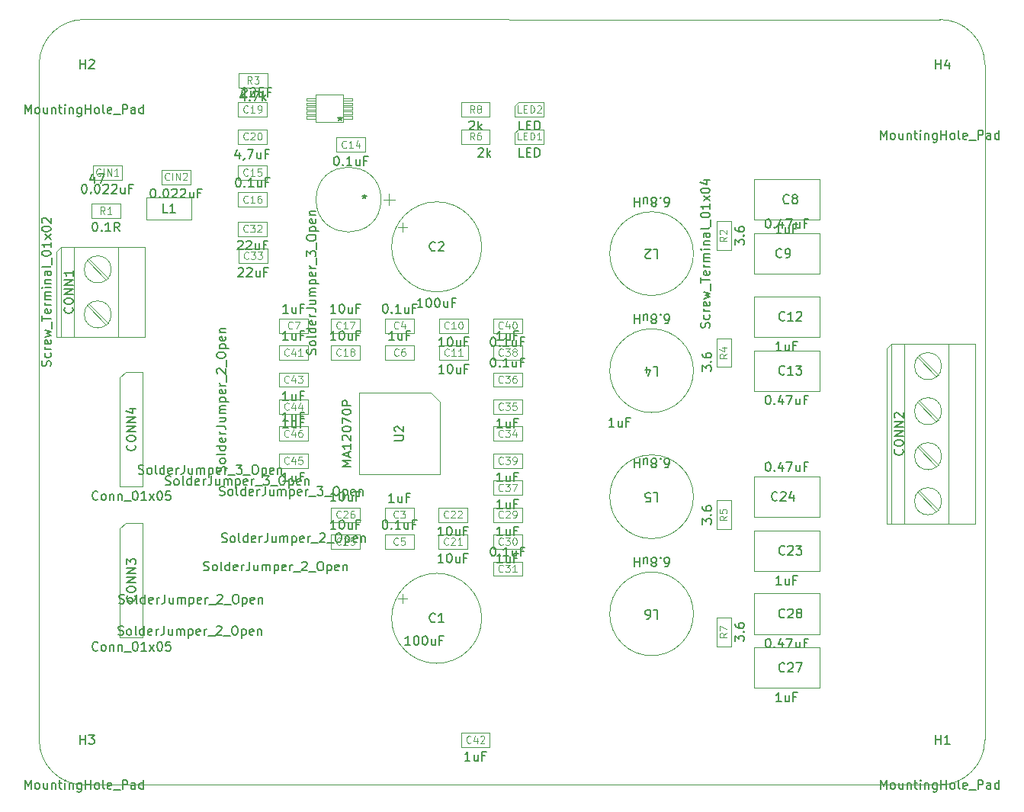
<source format=gbr>
%TF.GenerationSoftware,KiCad,Pcbnew,(6.0.0-rc1-314-g10be483430)*%
%TF.CreationDate,2021-12-21T22:09:42+01:00*%
%TF.ProjectId,ma12070p_amp_v1,6d613132-3037-4307-905f-616d705f7631,rev?*%
%TF.SameCoordinates,Original*%
%TF.FileFunction,AssemblyDrawing,Top*%
%FSLAX45Y45*%
G04 Gerber Fmt 4.5, Leading zero omitted, Abs format (unit mm)*
G04 Created by KiCad (PCBNEW (6.0.0-rc1-314-g10be483430)) date 2021-12-21 22:09:42*
%MOMM*%
%LPD*%
G01*
G04 APERTURE LIST*
%TA.AperFunction,Profile*%
%ADD10C,0.050000*%
%TD*%
%ADD11C,0.150000*%
%ADD12C,0.120000*%
%ADD13C,0.100000*%
G04 APERTURE END LIST*
D10*
X21000000Y-12700000D02*
G75*
G03*
X21500000Y-12200000I0J500000D01*
G01*
X11000000Y-12200000D02*
G75*
G03*
X11500000Y-12700000I500000J0D01*
G01*
X21500000Y-4700000D02*
G75*
G03*
X21000000Y-4200000I-500000J0D01*
G01*
X21500000Y-4700000D02*
X21500000Y-12200000D01*
X11500000Y-4199375D02*
X21000000Y-4200000D01*
X11000000Y-12200000D02*
X11000000Y-4675000D01*
X21000000Y-12700000D02*
X11500000Y-12700000D01*
X11500000Y-4199375D02*
G75*
G03*
X11000000Y-4675000I0J-500625D01*
G01*
D11*
%TO.C,C27*%
X19240476Y-11775238D02*
X19183333Y-11775238D01*
X19211905Y-11775238D02*
X19211905Y-11675238D01*
X19202381Y-11689524D01*
X19192857Y-11699048D01*
X19183333Y-11703809D01*
X19326190Y-11708571D02*
X19326190Y-11775238D01*
X19283333Y-11708571D02*
X19283333Y-11760952D01*
X19288095Y-11770476D01*
X19297619Y-11775238D01*
X19311905Y-11775238D01*
X19321429Y-11770476D01*
X19326190Y-11765714D01*
X19407143Y-11722857D02*
X19373810Y-11722857D01*
X19373810Y-11775238D02*
X19373810Y-11675238D01*
X19421429Y-11675238D01*
X19275714Y-11435714D02*
X19270952Y-11440476D01*
X19256667Y-11445238D01*
X19247143Y-11445238D01*
X19232857Y-11440476D01*
X19223333Y-11430952D01*
X19218571Y-11421428D01*
X19213810Y-11402381D01*
X19213810Y-11388095D01*
X19218571Y-11369048D01*
X19223333Y-11359524D01*
X19232857Y-11350000D01*
X19247143Y-11345238D01*
X19256667Y-11345238D01*
X19270952Y-11350000D01*
X19275714Y-11354762D01*
X19313810Y-11354762D02*
X19318571Y-11350000D01*
X19328095Y-11345238D01*
X19351905Y-11345238D01*
X19361429Y-11350000D01*
X19366190Y-11354762D01*
X19370952Y-11364286D01*
X19370952Y-11373809D01*
X19366190Y-11388095D01*
X19309048Y-11445238D01*
X19370952Y-11445238D01*
X19404286Y-11345238D02*
X19470952Y-11345238D01*
X19428095Y-11445238D01*
%TO.C,JP4*%
X11877381Y-11030476D02*
X11891667Y-11035238D01*
X11915476Y-11035238D01*
X11925000Y-11030476D01*
X11929762Y-11025714D01*
X11934524Y-11016190D01*
X11934524Y-11006667D01*
X11929762Y-10997143D01*
X11925000Y-10992381D01*
X11915476Y-10987619D01*
X11896428Y-10982857D01*
X11886905Y-10978095D01*
X11882143Y-10973333D01*
X11877381Y-10963810D01*
X11877381Y-10954286D01*
X11882143Y-10944762D01*
X11886905Y-10940000D01*
X11896428Y-10935238D01*
X11920238Y-10935238D01*
X11934524Y-10940000D01*
X11991667Y-11035238D02*
X11982143Y-11030476D01*
X11977381Y-11025714D01*
X11972619Y-11016190D01*
X11972619Y-10987619D01*
X11977381Y-10978095D01*
X11982143Y-10973333D01*
X11991667Y-10968571D01*
X12005952Y-10968571D01*
X12015476Y-10973333D01*
X12020238Y-10978095D01*
X12025000Y-10987619D01*
X12025000Y-11016190D01*
X12020238Y-11025714D01*
X12015476Y-11030476D01*
X12005952Y-11035238D01*
X11991667Y-11035238D01*
X12082143Y-11035238D02*
X12072619Y-11030476D01*
X12067857Y-11020952D01*
X12067857Y-10935238D01*
X12163095Y-11035238D02*
X12163095Y-10935238D01*
X12163095Y-11030476D02*
X12153571Y-11035238D01*
X12134524Y-11035238D01*
X12125000Y-11030476D01*
X12120238Y-11025714D01*
X12115476Y-11016190D01*
X12115476Y-10987619D01*
X12120238Y-10978095D01*
X12125000Y-10973333D01*
X12134524Y-10968571D01*
X12153571Y-10968571D01*
X12163095Y-10973333D01*
X12248809Y-11030476D02*
X12239286Y-11035238D01*
X12220238Y-11035238D01*
X12210714Y-11030476D01*
X12205952Y-11020952D01*
X12205952Y-10982857D01*
X12210714Y-10973333D01*
X12220238Y-10968571D01*
X12239286Y-10968571D01*
X12248809Y-10973333D01*
X12253571Y-10982857D01*
X12253571Y-10992381D01*
X12205952Y-11001905D01*
X12296428Y-11035238D02*
X12296428Y-10968571D01*
X12296428Y-10987619D02*
X12301190Y-10978095D01*
X12305952Y-10973333D01*
X12315476Y-10968571D01*
X12325000Y-10968571D01*
X12386905Y-10935238D02*
X12386905Y-11006667D01*
X12382143Y-11020952D01*
X12372619Y-11030476D01*
X12358333Y-11035238D01*
X12348809Y-11035238D01*
X12477381Y-10968571D02*
X12477381Y-11035238D01*
X12434524Y-10968571D02*
X12434524Y-11020952D01*
X12439286Y-11030476D01*
X12448809Y-11035238D01*
X12463095Y-11035238D01*
X12472619Y-11030476D01*
X12477381Y-11025714D01*
X12525000Y-11035238D02*
X12525000Y-10968571D01*
X12525000Y-10978095D02*
X12529762Y-10973333D01*
X12539286Y-10968571D01*
X12553571Y-10968571D01*
X12563095Y-10973333D01*
X12567857Y-10982857D01*
X12567857Y-11035238D01*
X12567857Y-10982857D02*
X12572619Y-10973333D01*
X12582143Y-10968571D01*
X12596428Y-10968571D01*
X12605952Y-10973333D01*
X12610714Y-10982857D01*
X12610714Y-11035238D01*
X12658333Y-10968571D02*
X12658333Y-11068571D01*
X12658333Y-10973333D02*
X12667857Y-10968571D01*
X12686905Y-10968571D01*
X12696428Y-10973333D01*
X12701190Y-10978095D01*
X12705952Y-10987619D01*
X12705952Y-11016190D01*
X12701190Y-11025714D01*
X12696428Y-11030476D01*
X12686905Y-11035238D01*
X12667857Y-11035238D01*
X12658333Y-11030476D01*
X12786905Y-11030476D02*
X12777381Y-11035238D01*
X12758333Y-11035238D01*
X12748809Y-11030476D01*
X12744048Y-11020952D01*
X12744048Y-10982857D01*
X12748809Y-10973333D01*
X12758333Y-10968571D01*
X12777381Y-10968571D01*
X12786905Y-10973333D01*
X12791667Y-10982857D01*
X12791667Y-10992381D01*
X12744048Y-11001905D01*
X12834524Y-11035238D02*
X12834524Y-10968571D01*
X12834524Y-10987619D02*
X12839286Y-10978095D01*
X12844048Y-10973333D01*
X12853571Y-10968571D01*
X12863095Y-10968571D01*
X12872619Y-11044762D02*
X12948809Y-11044762D01*
X12967857Y-10944762D02*
X12972619Y-10940000D01*
X12982143Y-10935238D01*
X13005952Y-10935238D01*
X13015476Y-10940000D01*
X13020238Y-10944762D01*
X13025000Y-10954286D01*
X13025000Y-10963810D01*
X13020238Y-10978095D01*
X12963095Y-11035238D01*
X13025000Y-11035238D01*
X13044048Y-11044762D02*
X13120238Y-11044762D01*
X13163095Y-10935238D02*
X13182143Y-10935238D01*
X13191667Y-10940000D01*
X13201190Y-10949524D01*
X13205952Y-10968571D01*
X13205952Y-11001905D01*
X13201190Y-11020952D01*
X13191667Y-11030476D01*
X13182143Y-11035238D01*
X13163095Y-11035238D01*
X13153571Y-11030476D01*
X13144048Y-11020952D01*
X13139286Y-11001905D01*
X13139286Y-10968571D01*
X13144048Y-10949524D01*
X13153571Y-10940000D01*
X13163095Y-10935238D01*
X13248809Y-10968571D02*
X13248809Y-11068571D01*
X13248809Y-10973333D02*
X13258333Y-10968571D01*
X13277381Y-10968571D01*
X13286905Y-10973333D01*
X13291667Y-10978095D01*
X13296428Y-10987619D01*
X13296428Y-11016190D01*
X13291667Y-11025714D01*
X13286905Y-11030476D01*
X13277381Y-11035238D01*
X13258333Y-11035238D01*
X13248809Y-11030476D01*
X13377381Y-11030476D02*
X13367857Y-11035238D01*
X13348809Y-11035238D01*
X13339286Y-11030476D01*
X13334524Y-11020952D01*
X13334524Y-10982857D01*
X13339286Y-10973333D01*
X13348809Y-10968571D01*
X13367857Y-10968571D01*
X13377381Y-10973333D01*
X13382143Y-10982857D01*
X13382143Y-10992381D01*
X13334524Y-11001905D01*
X13425000Y-10968571D02*
X13425000Y-11035238D01*
X13425000Y-10978095D02*
X13429762Y-10973333D01*
X13439286Y-10968571D01*
X13453571Y-10968571D01*
X13463095Y-10973333D01*
X13467857Y-10982857D01*
X13467857Y-11035238D01*
%TO.C,C7*%
X13765476Y-7460238D02*
X13708333Y-7460238D01*
X13736905Y-7460238D02*
X13736905Y-7360238D01*
X13727381Y-7374524D01*
X13717857Y-7384048D01*
X13708333Y-7388809D01*
X13851190Y-7393571D02*
X13851190Y-7460238D01*
X13808333Y-7393571D02*
X13808333Y-7445952D01*
X13813095Y-7455476D01*
X13822619Y-7460238D01*
X13836905Y-7460238D01*
X13846428Y-7455476D01*
X13851190Y-7450714D01*
X13932143Y-7407857D02*
X13898809Y-7407857D01*
X13898809Y-7460238D02*
X13898809Y-7360238D01*
X13946428Y-7360238D01*
D12*
X13811667Y-7628571D02*
X13807857Y-7632381D01*
X13796428Y-7636190D01*
X13788809Y-7636190D01*
X13777381Y-7632381D01*
X13769762Y-7624762D01*
X13765952Y-7617143D01*
X13762143Y-7601905D01*
X13762143Y-7590476D01*
X13765952Y-7575238D01*
X13769762Y-7567619D01*
X13777381Y-7560000D01*
X13788809Y-7556190D01*
X13796428Y-7556190D01*
X13807857Y-7560000D01*
X13811667Y-7563809D01*
X13838333Y-7556190D02*
X13891667Y-7556190D01*
X13857381Y-7636190D01*
D11*
%TO.C,C29*%
X16140476Y-9930238D02*
X16083333Y-9930238D01*
X16111905Y-9930238D02*
X16111905Y-9830238D01*
X16102381Y-9844524D01*
X16092857Y-9854048D01*
X16083333Y-9858810D01*
X16226190Y-9863571D02*
X16226190Y-9930238D01*
X16183333Y-9863571D02*
X16183333Y-9915952D01*
X16188095Y-9925476D01*
X16197619Y-9930238D01*
X16211905Y-9930238D01*
X16221428Y-9925476D01*
X16226190Y-9920714D01*
X16307143Y-9877857D02*
X16273809Y-9877857D01*
X16273809Y-9930238D02*
X16273809Y-9830238D01*
X16321428Y-9830238D01*
D12*
X16148571Y-9728571D02*
X16144762Y-9732381D01*
X16133333Y-9736190D01*
X16125714Y-9736190D01*
X16114286Y-9732381D01*
X16106667Y-9724762D01*
X16102857Y-9717143D01*
X16099048Y-9701905D01*
X16099048Y-9690476D01*
X16102857Y-9675238D01*
X16106667Y-9667619D01*
X16114286Y-9660000D01*
X16125714Y-9656190D01*
X16133333Y-9656190D01*
X16144762Y-9660000D01*
X16148571Y-9663810D01*
X16179048Y-9663810D02*
X16182857Y-9660000D01*
X16190476Y-9656190D01*
X16209524Y-9656190D01*
X16217143Y-9660000D01*
X16220952Y-9663810D01*
X16224762Y-9671429D01*
X16224762Y-9679048D01*
X16220952Y-9690476D01*
X16175238Y-9736190D01*
X16224762Y-9736190D01*
X16262857Y-9736190D02*
X16278095Y-9736190D01*
X16285714Y-9732381D01*
X16289524Y-9728571D01*
X16297143Y-9717143D01*
X16300952Y-9701905D01*
X16300952Y-9671429D01*
X16297143Y-9663810D01*
X16293333Y-9660000D01*
X16285714Y-9656190D01*
X16270476Y-9656190D01*
X16262857Y-9660000D01*
X16259048Y-9663810D01*
X16255238Y-9671429D01*
X16255238Y-9690476D01*
X16259048Y-9698095D01*
X16262857Y-9701905D01*
X16270476Y-9705714D01*
X16285714Y-9705714D01*
X16293333Y-9701905D01*
X16297143Y-9698095D01*
X16300952Y-9690476D01*
D11*
%TO.C,CONN4*%
X11651190Y-9527214D02*
X11646428Y-9531976D01*
X11632143Y-9536738D01*
X11622619Y-9536738D01*
X11608333Y-9531976D01*
X11598809Y-9522452D01*
X11594048Y-9512929D01*
X11589286Y-9493881D01*
X11589286Y-9479595D01*
X11594048Y-9460548D01*
X11598809Y-9451024D01*
X11608333Y-9441500D01*
X11622619Y-9436738D01*
X11632143Y-9436738D01*
X11646428Y-9441500D01*
X11651190Y-9446262D01*
X11708333Y-9536738D02*
X11698809Y-9531976D01*
X11694048Y-9527214D01*
X11689286Y-9517690D01*
X11689286Y-9489119D01*
X11694048Y-9479595D01*
X11698809Y-9474833D01*
X11708333Y-9470071D01*
X11722619Y-9470071D01*
X11732143Y-9474833D01*
X11736905Y-9479595D01*
X11741667Y-9489119D01*
X11741667Y-9517690D01*
X11736905Y-9527214D01*
X11732143Y-9531976D01*
X11722619Y-9536738D01*
X11708333Y-9536738D01*
X11784524Y-9470071D02*
X11784524Y-9536738D01*
X11784524Y-9479595D02*
X11789286Y-9474833D01*
X11798809Y-9470071D01*
X11813095Y-9470071D01*
X11822619Y-9474833D01*
X11827381Y-9484357D01*
X11827381Y-9536738D01*
X11875000Y-9470071D02*
X11875000Y-9536738D01*
X11875000Y-9479595D02*
X11879762Y-9474833D01*
X11889286Y-9470071D01*
X11903571Y-9470071D01*
X11913095Y-9474833D01*
X11917857Y-9484357D01*
X11917857Y-9536738D01*
X11941667Y-9546262D02*
X12017857Y-9546262D01*
X12060714Y-9436738D02*
X12070238Y-9436738D01*
X12079762Y-9441500D01*
X12084524Y-9446262D01*
X12089286Y-9455786D01*
X12094048Y-9474833D01*
X12094048Y-9498643D01*
X12089286Y-9517690D01*
X12084524Y-9527214D01*
X12079762Y-9531976D01*
X12070238Y-9536738D01*
X12060714Y-9536738D01*
X12051190Y-9531976D01*
X12046428Y-9527214D01*
X12041667Y-9517690D01*
X12036905Y-9498643D01*
X12036905Y-9474833D01*
X12041667Y-9455786D01*
X12046428Y-9446262D01*
X12051190Y-9441500D01*
X12060714Y-9436738D01*
X12189286Y-9536738D02*
X12132143Y-9536738D01*
X12160714Y-9536738D02*
X12160714Y-9436738D01*
X12151190Y-9451024D01*
X12141667Y-9460548D01*
X12132143Y-9465310D01*
X12222619Y-9536738D02*
X12275000Y-9470071D01*
X12222619Y-9470071D02*
X12275000Y-9536738D01*
X12332143Y-9436738D02*
X12341667Y-9436738D01*
X12351190Y-9441500D01*
X12355952Y-9446262D01*
X12360714Y-9455786D01*
X12365476Y-9474833D01*
X12365476Y-9498643D01*
X12360714Y-9517690D01*
X12355952Y-9527214D01*
X12351190Y-9531976D01*
X12341667Y-9536738D01*
X12332143Y-9536738D01*
X12322619Y-9531976D01*
X12317857Y-9527214D01*
X12313095Y-9517690D01*
X12308333Y-9498643D01*
X12308333Y-9474833D01*
X12313095Y-9455786D01*
X12317857Y-9446262D01*
X12322619Y-9441500D01*
X12332143Y-9436738D01*
X12455952Y-9436738D02*
X12408333Y-9436738D01*
X12403571Y-9484357D01*
X12408333Y-9479595D01*
X12417857Y-9474833D01*
X12441667Y-9474833D01*
X12451190Y-9479595D01*
X12455952Y-9484357D01*
X12460714Y-9493881D01*
X12460714Y-9517690D01*
X12455952Y-9527214D01*
X12451190Y-9531976D01*
X12441667Y-9536738D01*
X12417857Y-9536738D01*
X12408333Y-9531976D01*
X12403571Y-9527214D01*
X12060714Y-8924310D02*
X12065476Y-8929071D01*
X12070238Y-8943357D01*
X12070238Y-8952881D01*
X12065476Y-8967167D01*
X12055952Y-8976690D01*
X12046428Y-8981452D01*
X12027381Y-8986214D01*
X12013095Y-8986214D01*
X11994048Y-8981452D01*
X11984524Y-8976690D01*
X11975000Y-8967167D01*
X11970238Y-8952881D01*
X11970238Y-8943357D01*
X11975000Y-8929071D01*
X11979762Y-8924310D01*
X11970238Y-8862405D02*
X11970238Y-8843357D01*
X11975000Y-8833833D01*
X11984524Y-8824310D01*
X12003571Y-8819548D01*
X12036905Y-8819548D01*
X12055952Y-8824310D01*
X12065476Y-8833833D01*
X12070238Y-8843357D01*
X12070238Y-8862405D01*
X12065476Y-8871929D01*
X12055952Y-8881452D01*
X12036905Y-8886214D01*
X12003571Y-8886214D01*
X11984524Y-8881452D01*
X11975000Y-8871929D01*
X11970238Y-8862405D01*
X12070238Y-8776690D02*
X11970238Y-8776690D01*
X12070238Y-8719548D01*
X11970238Y-8719548D01*
X12070238Y-8671929D02*
X11970238Y-8671929D01*
X12070238Y-8614786D01*
X11970238Y-8614786D01*
X12003571Y-8524310D02*
X12070238Y-8524310D01*
X11965476Y-8548119D02*
X12036905Y-8571929D01*
X12036905Y-8510024D01*
%TO.C,CIN2*%
X12259226Y-6080238D02*
X12268750Y-6080238D01*
X12278274Y-6085000D01*
X12283036Y-6089762D01*
X12287798Y-6099286D01*
X12292559Y-6118333D01*
X12292559Y-6142143D01*
X12287798Y-6161190D01*
X12283036Y-6170714D01*
X12278274Y-6175476D01*
X12268750Y-6180238D01*
X12259226Y-6180238D01*
X12249702Y-6175476D01*
X12244940Y-6170714D01*
X12240178Y-6161190D01*
X12235417Y-6142143D01*
X12235417Y-6118333D01*
X12240178Y-6099286D01*
X12244940Y-6089762D01*
X12249702Y-6085000D01*
X12259226Y-6080238D01*
X12335417Y-6170714D02*
X12340178Y-6175476D01*
X12335417Y-6180238D01*
X12330655Y-6175476D01*
X12335417Y-6170714D01*
X12335417Y-6180238D01*
X12402083Y-6080238D02*
X12411607Y-6080238D01*
X12421131Y-6085000D01*
X12425893Y-6089762D01*
X12430655Y-6099286D01*
X12435417Y-6118333D01*
X12435417Y-6142143D01*
X12430655Y-6161190D01*
X12425893Y-6170714D01*
X12421131Y-6175476D01*
X12411607Y-6180238D01*
X12402083Y-6180238D01*
X12392559Y-6175476D01*
X12387798Y-6170714D01*
X12383036Y-6161190D01*
X12378274Y-6142143D01*
X12378274Y-6118333D01*
X12383036Y-6099286D01*
X12387798Y-6089762D01*
X12392559Y-6085000D01*
X12402083Y-6080238D01*
X12473512Y-6089762D02*
X12478274Y-6085000D01*
X12487798Y-6080238D01*
X12511607Y-6080238D01*
X12521131Y-6085000D01*
X12525893Y-6089762D01*
X12530655Y-6099286D01*
X12530655Y-6108809D01*
X12525893Y-6123095D01*
X12468750Y-6180238D01*
X12530655Y-6180238D01*
X12568750Y-6089762D02*
X12573512Y-6085000D01*
X12583036Y-6080238D01*
X12606845Y-6080238D01*
X12616369Y-6085000D01*
X12621131Y-6089762D01*
X12625893Y-6099286D01*
X12625893Y-6108809D01*
X12621131Y-6123095D01*
X12563988Y-6180238D01*
X12625893Y-6180238D01*
X12711607Y-6113571D02*
X12711607Y-6180238D01*
X12668750Y-6113571D02*
X12668750Y-6165952D01*
X12673512Y-6175476D01*
X12683036Y-6180238D01*
X12697321Y-6180238D01*
X12706845Y-6175476D01*
X12711607Y-6170714D01*
X12792559Y-6127857D02*
X12759226Y-6127857D01*
X12759226Y-6180238D02*
X12759226Y-6080238D01*
X12806845Y-6080238D01*
D12*
X12444464Y-5978571D02*
X12440655Y-5982381D01*
X12429226Y-5986190D01*
X12421607Y-5986190D01*
X12410178Y-5982381D01*
X12402559Y-5974762D01*
X12398750Y-5967143D01*
X12394940Y-5951905D01*
X12394940Y-5940476D01*
X12398750Y-5925238D01*
X12402559Y-5917619D01*
X12410178Y-5910000D01*
X12421607Y-5906190D01*
X12429226Y-5906190D01*
X12440655Y-5910000D01*
X12444464Y-5913809D01*
X12478750Y-5986190D02*
X12478750Y-5906190D01*
X12516845Y-5986190D02*
X12516845Y-5906190D01*
X12562559Y-5986190D01*
X12562559Y-5906190D01*
X12596845Y-5913809D02*
X12600655Y-5910000D01*
X12608274Y-5906190D01*
X12627321Y-5906190D01*
X12634940Y-5910000D01*
X12638750Y-5913809D01*
X12642559Y-5921428D01*
X12642559Y-5929048D01*
X12638750Y-5940476D01*
X12593036Y-5986190D01*
X12642559Y-5986190D01*
D11*
%TO.C,C36*%
X16035714Y-7960238D02*
X16045238Y-7960238D01*
X16054762Y-7965000D01*
X16059524Y-7969762D01*
X16064286Y-7979286D01*
X16069048Y-7998333D01*
X16069048Y-8022143D01*
X16064286Y-8041190D01*
X16059524Y-8050714D01*
X16054762Y-8055476D01*
X16045238Y-8060238D01*
X16035714Y-8060238D01*
X16026190Y-8055476D01*
X16021428Y-8050714D01*
X16016667Y-8041190D01*
X16011905Y-8022143D01*
X16011905Y-7998333D01*
X16016667Y-7979286D01*
X16021428Y-7969762D01*
X16026190Y-7965000D01*
X16035714Y-7960238D01*
X16111905Y-8050714D02*
X16116667Y-8055476D01*
X16111905Y-8060238D01*
X16107143Y-8055476D01*
X16111905Y-8050714D01*
X16111905Y-8060238D01*
X16211905Y-8060238D02*
X16154762Y-8060238D01*
X16183333Y-8060238D02*
X16183333Y-7960238D01*
X16173809Y-7974524D01*
X16164286Y-7984048D01*
X16154762Y-7988809D01*
X16297619Y-7993571D02*
X16297619Y-8060238D01*
X16254762Y-7993571D02*
X16254762Y-8045952D01*
X16259524Y-8055476D01*
X16269048Y-8060238D01*
X16283333Y-8060238D01*
X16292857Y-8055476D01*
X16297619Y-8050714D01*
X16378571Y-8007857D02*
X16345238Y-8007857D01*
X16345238Y-8060238D02*
X16345238Y-7960238D01*
X16392857Y-7960238D01*
D12*
X16148571Y-8228571D02*
X16144762Y-8232381D01*
X16133333Y-8236190D01*
X16125714Y-8236190D01*
X16114286Y-8232381D01*
X16106667Y-8224762D01*
X16102857Y-8217143D01*
X16099048Y-8201905D01*
X16099048Y-8190476D01*
X16102857Y-8175238D01*
X16106667Y-8167619D01*
X16114286Y-8160000D01*
X16125714Y-8156190D01*
X16133333Y-8156190D01*
X16144762Y-8160000D01*
X16148571Y-8163809D01*
X16175238Y-8156190D02*
X16224762Y-8156190D01*
X16198095Y-8186667D01*
X16209524Y-8186667D01*
X16217143Y-8190476D01*
X16220952Y-8194286D01*
X16224762Y-8201905D01*
X16224762Y-8220952D01*
X16220952Y-8228571D01*
X16217143Y-8232381D01*
X16209524Y-8236190D01*
X16186667Y-8236190D01*
X16179048Y-8232381D01*
X16175238Y-8228571D01*
X16293333Y-8156190D02*
X16278095Y-8156190D01*
X16270476Y-8160000D01*
X16266667Y-8163809D01*
X16259048Y-8175238D01*
X16255238Y-8190476D01*
X16255238Y-8220952D01*
X16259048Y-8228571D01*
X16262857Y-8232381D01*
X16270476Y-8236190D01*
X16285714Y-8236190D01*
X16293333Y-8232381D01*
X16297143Y-8228571D01*
X16300952Y-8220952D01*
X16300952Y-8201905D01*
X16297143Y-8194286D01*
X16293333Y-8190476D01*
X16285714Y-8186667D01*
X16270476Y-8186667D01*
X16262857Y-8190476D01*
X16259048Y-8194286D01*
X16255238Y-8201905D01*
D11*
%TO.C,C10*%
X15494857Y-7830238D02*
X15437714Y-7830238D01*
X15466286Y-7830238D02*
X15466286Y-7730238D01*
X15456762Y-7744524D01*
X15447238Y-7754048D01*
X15437714Y-7758809D01*
X15556762Y-7730238D02*
X15566286Y-7730238D01*
X15575809Y-7735000D01*
X15580571Y-7739762D01*
X15585333Y-7749286D01*
X15590095Y-7768333D01*
X15590095Y-7792143D01*
X15585333Y-7811190D01*
X15580571Y-7820714D01*
X15575809Y-7825476D01*
X15566286Y-7830238D01*
X15556762Y-7830238D01*
X15547238Y-7825476D01*
X15542476Y-7820714D01*
X15537714Y-7811190D01*
X15532952Y-7792143D01*
X15532952Y-7768333D01*
X15537714Y-7749286D01*
X15542476Y-7739762D01*
X15547238Y-7735000D01*
X15556762Y-7730238D01*
X15675809Y-7763571D02*
X15675809Y-7830238D01*
X15632952Y-7763571D02*
X15632952Y-7815952D01*
X15637714Y-7825476D01*
X15647238Y-7830238D01*
X15661524Y-7830238D01*
X15671048Y-7825476D01*
X15675809Y-7820714D01*
X15756762Y-7777857D02*
X15723428Y-7777857D01*
X15723428Y-7830238D02*
X15723428Y-7730238D01*
X15771048Y-7730238D01*
D12*
X15550571Y-7628571D02*
X15546762Y-7632381D01*
X15535333Y-7636190D01*
X15527714Y-7636190D01*
X15516286Y-7632381D01*
X15508667Y-7624762D01*
X15504857Y-7617143D01*
X15501048Y-7601905D01*
X15501048Y-7590476D01*
X15504857Y-7575238D01*
X15508667Y-7567619D01*
X15516286Y-7560000D01*
X15527714Y-7556190D01*
X15535333Y-7556190D01*
X15546762Y-7560000D01*
X15550571Y-7563809D01*
X15626762Y-7636190D02*
X15581048Y-7636190D01*
X15603905Y-7636190D02*
X15603905Y-7556190D01*
X15596286Y-7567619D01*
X15588667Y-7575238D01*
X15581048Y-7579048D01*
X15676286Y-7556190D02*
X15683905Y-7556190D01*
X15691524Y-7560000D01*
X15695333Y-7563809D01*
X15699143Y-7571428D01*
X15702952Y-7586667D01*
X15702952Y-7605714D01*
X15699143Y-7620952D01*
X15695333Y-7628571D01*
X15691524Y-7632381D01*
X15683905Y-7636190D01*
X15676286Y-7636190D01*
X15668667Y-7632381D01*
X15664857Y-7628571D01*
X15661048Y-7620952D01*
X15657238Y-7605714D01*
X15657238Y-7586667D01*
X15661048Y-7571428D01*
X15664857Y-7563809D01*
X15668667Y-7560000D01*
X15676286Y-7556190D01*
D11*
%TO.C,C18*%
X14292857Y-7760238D02*
X14235714Y-7760238D01*
X14264286Y-7760238D02*
X14264286Y-7660238D01*
X14254762Y-7674524D01*
X14245238Y-7684048D01*
X14235714Y-7688809D01*
X14354762Y-7660238D02*
X14364286Y-7660238D01*
X14373809Y-7665000D01*
X14378571Y-7669762D01*
X14383333Y-7679286D01*
X14388095Y-7698333D01*
X14388095Y-7722143D01*
X14383333Y-7741190D01*
X14378571Y-7750714D01*
X14373809Y-7755476D01*
X14364286Y-7760238D01*
X14354762Y-7760238D01*
X14345238Y-7755476D01*
X14340476Y-7750714D01*
X14335714Y-7741190D01*
X14330952Y-7722143D01*
X14330952Y-7698333D01*
X14335714Y-7679286D01*
X14340476Y-7669762D01*
X14345238Y-7665000D01*
X14354762Y-7660238D01*
X14473809Y-7693571D02*
X14473809Y-7760238D01*
X14430952Y-7693571D02*
X14430952Y-7745952D01*
X14435714Y-7755476D01*
X14445238Y-7760238D01*
X14459524Y-7760238D01*
X14469048Y-7755476D01*
X14473809Y-7750714D01*
X14554762Y-7707857D02*
X14521428Y-7707857D01*
X14521428Y-7760238D02*
X14521428Y-7660238D01*
X14569048Y-7660238D01*
D12*
X14348571Y-7928571D02*
X14344762Y-7932381D01*
X14333333Y-7936190D01*
X14325714Y-7936190D01*
X14314286Y-7932381D01*
X14306667Y-7924762D01*
X14302857Y-7917143D01*
X14299048Y-7901905D01*
X14299048Y-7890476D01*
X14302857Y-7875238D01*
X14306667Y-7867619D01*
X14314286Y-7860000D01*
X14325714Y-7856190D01*
X14333333Y-7856190D01*
X14344762Y-7860000D01*
X14348571Y-7863809D01*
X14424762Y-7936190D02*
X14379048Y-7936190D01*
X14401905Y-7936190D02*
X14401905Y-7856190D01*
X14394286Y-7867619D01*
X14386667Y-7875238D01*
X14379048Y-7879048D01*
X14470476Y-7890476D02*
X14462857Y-7886667D01*
X14459048Y-7882857D01*
X14455238Y-7875238D01*
X14455238Y-7871428D01*
X14459048Y-7863809D01*
X14462857Y-7860000D01*
X14470476Y-7856190D01*
X14485714Y-7856190D01*
X14493333Y-7860000D01*
X14497143Y-7863809D01*
X14500952Y-7871428D01*
X14500952Y-7875238D01*
X14497143Y-7882857D01*
X14493333Y-7886667D01*
X14485714Y-7890476D01*
X14470476Y-7890476D01*
X14462857Y-7894286D01*
X14459048Y-7898095D01*
X14455238Y-7905714D01*
X14455238Y-7920952D01*
X14459048Y-7928571D01*
X14462857Y-7932381D01*
X14470476Y-7936190D01*
X14485714Y-7936190D01*
X14493333Y-7932381D01*
X14497143Y-7928571D01*
X14500952Y-7920952D01*
X14500952Y-7905714D01*
X14497143Y-7898095D01*
X14493333Y-7894286D01*
X14485714Y-7890476D01*
D11*
%TO.C,C40*%
X16035714Y-7730238D02*
X16045238Y-7730238D01*
X16054762Y-7735000D01*
X16059524Y-7739762D01*
X16064286Y-7749286D01*
X16069048Y-7768333D01*
X16069048Y-7792143D01*
X16064286Y-7811190D01*
X16059524Y-7820714D01*
X16054762Y-7825476D01*
X16045238Y-7830238D01*
X16035714Y-7830238D01*
X16026190Y-7825476D01*
X16021428Y-7820714D01*
X16016667Y-7811190D01*
X16011905Y-7792143D01*
X16011905Y-7768333D01*
X16016667Y-7749286D01*
X16021428Y-7739762D01*
X16026190Y-7735000D01*
X16035714Y-7730238D01*
X16111905Y-7820714D02*
X16116667Y-7825476D01*
X16111905Y-7830238D01*
X16107143Y-7825476D01*
X16111905Y-7820714D01*
X16111905Y-7830238D01*
X16211905Y-7830238D02*
X16154762Y-7830238D01*
X16183333Y-7830238D02*
X16183333Y-7730238D01*
X16173809Y-7744524D01*
X16164286Y-7754048D01*
X16154762Y-7758809D01*
X16297619Y-7763571D02*
X16297619Y-7830238D01*
X16254762Y-7763571D02*
X16254762Y-7815952D01*
X16259524Y-7825476D01*
X16269048Y-7830238D01*
X16283333Y-7830238D01*
X16292857Y-7825476D01*
X16297619Y-7820714D01*
X16378571Y-7777857D02*
X16345238Y-7777857D01*
X16345238Y-7830238D02*
X16345238Y-7730238D01*
X16392857Y-7730238D01*
D12*
X16148571Y-7628571D02*
X16144762Y-7632381D01*
X16133333Y-7636190D01*
X16125714Y-7636190D01*
X16114286Y-7632381D01*
X16106667Y-7624762D01*
X16102857Y-7617143D01*
X16099048Y-7601905D01*
X16099048Y-7590476D01*
X16102857Y-7575238D01*
X16106667Y-7567619D01*
X16114286Y-7560000D01*
X16125714Y-7556190D01*
X16133333Y-7556190D01*
X16144762Y-7560000D01*
X16148571Y-7563809D01*
X16217143Y-7582857D02*
X16217143Y-7636190D01*
X16198095Y-7552381D02*
X16179048Y-7609524D01*
X16228571Y-7609524D01*
X16274286Y-7556190D02*
X16281905Y-7556190D01*
X16289524Y-7560000D01*
X16293333Y-7563809D01*
X16297143Y-7571428D01*
X16300952Y-7586667D01*
X16300952Y-7605714D01*
X16297143Y-7620952D01*
X16293333Y-7628571D01*
X16289524Y-7632381D01*
X16281905Y-7636190D01*
X16274286Y-7636190D01*
X16266667Y-7632381D01*
X16262857Y-7628571D01*
X16259048Y-7620952D01*
X16255238Y-7605714D01*
X16255238Y-7586667D01*
X16259048Y-7571428D01*
X16262857Y-7563809D01*
X16266667Y-7560000D01*
X16274286Y-7556190D01*
D11*
%TO.C,C4*%
X14837714Y-7360238D02*
X14847238Y-7360238D01*
X14856762Y-7365000D01*
X14861524Y-7369762D01*
X14866286Y-7379286D01*
X14871048Y-7398333D01*
X14871048Y-7422143D01*
X14866286Y-7441190D01*
X14861524Y-7450714D01*
X14856762Y-7455476D01*
X14847238Y-7460238D01*
X14837714Y-7460238D01*
X14828190Y-7455476D01*
X14823428Y-7450714D01*
X14818667Y-7441190D01*
X14813905Y-7422143D01*
X14813905Y-7398333D01*
X14818667Y-7379286D01*
X14823428Y-7369762D01*
X14828190Y-7365000D01*
X14837714Y-7360238D01*
X14913905Y-7450714D02*
X14918667Y-7455476D01*
X14913905Y-7460238D01*
X14909143Y-7455476D01*
X14913905Y-7450714D01*
X14913905Y-7460238D01*
X15013905Y-7460238D02*
X14956762Y-7460238D01*
X14985333Y-7460238D02*
X14985333Y-7360238D01*
X14975809Y-7374524D01*
X14966286Y-7384048D01*
X14956762Y-7388809D01*
X15099619Y-7393571D02*
X15099619Y-7460238D01*
X15056762Y-7393571D02*
X15056762Y-7445952D01*
X15061524Y-7455476D01*
X15071048Y-7460238D01*
X15085333Y-7460238D01*
X15094857Y-7455476D01*
X15099619Y-7450714D01*
X15180571Y-7407857D02*
X15147238Y-7407857D01*
X15147238Y-7460238D02*
X15147238Y-7360238D01*
X15194857Y-7360238D01*
D12*
X14988667Y-7628571D02*
X14984857Y-7632381D01*
X14973428Y-7636190D01*
X14965809Y-7636190D01*
X14954381Y-7632381D01*
X14946762Y-7624762D01*
X14942952Y-7617143D01*
X14939143Y-7601905D01*
X14939143Y-7590476D01*
X14942952Y-7575238D01*
X14946762Y-7567619D01*
X14954381Y-7560000D01*
X14965809Y-7556190D01*
X14973428Y-7556190D01*
X14984857Y-7560000D01*
X14988667Y-7563809D01*
X15057238Y-7582857D02*
X15057238Y-7636190D01*
X15038190Y-7552381D02*
X15019143Y-7609524D01*
X15068667Y-7609524D01*
D11*
%TO.C,C16*%
X13204464Y-5960238D02*
X13213988Y-5960238D01*
X13223512Y-5965000D01*
X13228274Y-5969762D01*
X13233036Y-5979286D01*
X13237798Y-5998333D01*
X13237798Y-6022143D01*
X13233036Y-6041190D01*
X13228274Y-6050714D01*
X13223512Y-6055476D01*
X13213988Y-6060238D01*
X13204464Y-6060238D01*
X13194940Y-6055476D01*
X13190178Y-6050714D01*
X13185417Y-6041190D01*
X13180655Y-6022143D01*
X13180655Y-5998333D01*
X13185417Y-5979286D01*
X13190178Y-5969762D01*
X13194940Y-5965000D01*
X13204464Y-5960238D01*
X13280655Y-6050714D02*
X13285417Y-6055476D01*
X13280655Y-6060238D01*
X13275893Y-6055476D01*
X13280655Y-6050714D01*
X13280655Y-6060238D01*
X13380655Y-6060238D02*
X13323512Y-6060238D01*
X13352083Y-6060238D02*
X13352083Y-5960238D01*
X13342559Y-5974524D01*
X13333036Y-5984048D01*
X13323512Y-5988809D01*
X13466369Y-5993571D02*
X13466369Y-6060238D01*
X13423512Y-5993571D02*
X13423512Y-6045952D01*
X13428274Y-6055476D01*
X13437798Y-6060238D01*
X13452083Y-6060238D01*
X13461607Y-6055476D01*
X13466369Y-6050714D01*
X13547321Y-6007857D02*
X13513988Y-6007857D01*
X13513988Y-6060238D02*
X13513988Y-5960238D01*
X13561607Y-5960238D01*
D12*
X13317321Y-6228571D02*
X13313512Y-6232381D01*
X13302083Y-6236190D01*
X13294464Y-6236190D01*
X13283036Y-6232381D01*
X13275417Y-6224762D01*
X13271607Y-6217143D01*
X13267798Y-6201905D01*
X13267798Y-6190476D01*
X13271607Y-6175238D01*
X13275417Y-6167619D01*
X13283036Y-6160000D01*
X13294464Y-6156190D01*
X13302083Y-6156190D01*
X13313512Y-6160000D01*
X13317321Y-6163809D01*
X13393512Y-6236190D02*
X13347798Y-6236190D01*
X13370655Y-6236190D02*
X13370655Y-6156190D01*
X13363036Y-6167619D01*
X13355417Y-6175238D01*
X13347798Y-6179048D01*
X13462083Y-6156190D02*
X13446845Y-6156190D01*
X13439226Y-6160000D01*
X13435417Y-6163809D01*
X13427798Y-6175238D01*
X13423988Y-6190476D01*
X13423988Y-6220952D01*
X13427798Y-6228571D01*
X13431607Y-6232381D01*
X13439226Y-6236190D01*
X13454464Y-6236190D01*
X13462083Y-6232381D01*
X13465893Y-6228571D01*
X13469702Y-6220952D01*
X13469702Y-6201905D01*
X13465893Y-6194286D01*
X13462083Y-6190476D01*
X13454464Y-6186667D01*
X13439226Y-6186667D01*
X13431607Y-6190476D01*
X13427798Y-6194286D01*
X13423988Y-6201905D01*
D11*
%TO.C,C21*%
X15486607Y-10230238D02*
X15429464Y-10230238D01*
X15458036Y-10230238D02*
X15458036Y-10130238D01*
X15448512Y-10144524D01*
X15438988Y-10154048D01*
X15429464Y-10158810D01*
X15548512Y-10130238D02*
X15558036Y-10130238D01*
X15567559Y-10135000D01*
X15572321Y-10139762D01*
X15577083Y-10149286D01*
X15581845Y-10168333D01*
X15581845Y-10192143D01*
X15577083Y-10211190D01*
X15572321Y-10220714D01*
X15567559Y-10225476D01*
X15558036Y-10230238D01*
X15548512Y-10230238D01*
X15538988Y-10225476D01*
X15534226Y-10220714D01*
X15529464Y-10211190D01*
X15524702Y-10192143D01*
X15524702Y-10168333D01*
X15529464Y-10149286D01*
X15534226Y-10139762D01*
X15538988Y-10135000D01*
X15548512Y-10130238D01*
X15667559Y-10163571D02*
X15667559Y-10230238D01*
X15624702Y-10163571D02*
X15624702Y-10215952D01*
X15629464Y-10225476D01*
X15638988Y-10230238D01*
X15653274Y-10230238D01*
X15662798Y-10225476D01*
X15667559Y-10220714D01*
X15748512Y-10177857D02*
X15715178Y-10177857D01*
X15715178Y-10230238D02*
X15715178Y-10130238D01*
X15762798Y-10130238D01*
D12*
X15542321Y-10028571D02*
X15538512Y-10032381D01*
X15527083Y-10036190D01*
X15519464Y-10036190D01*
X15508036Y-10032381D01*
X15500417Y-10024762D01*
X15496607Y-10017143D01*
X15492798Y-10001905D01*
X15492798Y-9990476D01*
X15496607Y-9975238D01*
X15500417Y-9967619D01*
X15508036Y-9960000D01*
X15519464Y-9956190D01*
X15527083Y-9956190D01*
X15538512Y-9960000D01*
X15542321Y-9963810D01*
X15572798Y-9963810D02*
X15576607Y-9960000D01*
X15584226Y-9956190D01*
X15603274Y-9956190D01*
X15610893Y-9960000D01*
X15614702Y-9963810D01*
X15618512Y-9971429D01*
X15618512Y-9979048D01*
X15614702Y-9990476D01*
X15568988Y-10036190D01*
X15618512Y-10036190D01*
X15694702Y-10036190D02*
X15648988Y-10036190D01*
X15671845Y-10036190D02*
X15671845Y-9956190D01*
X15664226Y-9967619D01*
X15656607Y-9975238D01*
X15648988Y-9979048D01*
D11*
%TO.C,C20*%
X13248214Y-4969762D02*
X13252976Y-4965000D01*
X13262500Y-4960238D01*
X13286309Y-4960238D01*
X13295833Y-4965000D01*
X13300595Y-4969762D01*
X13305357Y-4979286D01*
X13305357Y-4988810D01*
X13300595Y-5003095D01*
X13243452Y-5060238D01*
X13305357Y-5060238D01*
X13343452Y-4969762D02*
X13348214Y-4965000D01*
X13357738Y-4960238D01*
X13381548Y-4960238D01*
X13391071Y-4965000D01*
X13395833Y-4969762D01*
X13400595Y-4979286D01*
X13400595Y-4988810D01*
X13395833Y-5003095D01*
X13338690Y-5060238D01*
X13400595Y-5060238D01*
X13486309Y-4993571D02*
X13486309Y-5060238D01*
X13443452Y-4993571D02*
X13443452Y-5045952D01*
X13448214Y-5055476D01*
X13457738Y-5060238D01*
X13472024Y-5060238D01*
X13481548Y-5055476D01*
X13486309Y-5050714D01*
X13567262Y-5007857D02*
X13533928Y-5007857D01*
X13533928Y-5060238D02*
X13533928Y-4960238D01*
X13581548Y-4960238D01*
D12*
X13317321Y-5528571D02*
X13313512Y-5532381D01*
X13302083Y-5536190D01*
X13294464Y-5536190D01*
X13283036Y-5532381D01*
X13275417Y-5524762D01*
X13271607Y-5517143D01*
X13267798Y-5501905D01*
X13267798Y-5490476D01*
X13271607Y-5475238D01*
X13275417Y-5467619D01*
X13283036Y-5460000D01*
X13294464Y-5456190D01*
X13302083Y-5456190D01*
X13313512Y-5460000D01*
X13317321Y-5463810D01*
X13347798Y-5463810D02*
X13351607Y-5460000D01*
X13359226Y-5456190D01*
X13378274Y-5456190D01*
X13385893Y-5460000D01*
X13389702Y-5463810D01*
X13393512Y-5471429D01*
X13393512Y-5479048D01*
X13389702Y-5490476D01*
X13343988Y-5536190D01*
X13393512Y-5536190D01*
X13443036Y-5456190D02*
X13450655Y-5456190D01*
X13458274Y-5460000D01*
X13462083Y-5463810D01*
X13465893Y-5471429D01*
X13469702Y-5486667D01*
X13469702Y-5505714D01*
X13465893Y-5520952D01*
X13462083Y-5528571D01*
X13458274Y-5532381D01*
X13450655Y-5536190D01*
X13443036Y-5536190D01*
X13435417Y-5532381D01*
X13431607Y-5528571D01*
X13427798Y-5520952D01*
X13423988Y-5505714D01*
X13423988Y-5486667D01*
X13427798Y-5471429D01*
X13431607Y-5463810D01*
X13435417Y-5460000D01*
X13443036Y-5456190D01*
D11*
%TO.C,CONN3*%
X11651190Y-11202214D02*
X11646428Y-11206976D01*
X11632143Y-11211738D01*
X11622619Y-11211738D01*
X11608333Y-11206976D01*
X11598809Y-11197452D01*
X11594048Y-11187928D01*
X11589286Y-11168881D01*
X11589286Y-11154595D01*
X11594048Y-11135548D01*
X11598809Y-11126024D01*
X11608333Y-11116500D01*
X11622619Y-11111738D01*
X11632143Y-11111738D01*
X11646428Y-11116500D01*
X11651190Y-11121262D01*
X11708333Y-11211738D02*
X11698809Y-11206976D01*
X11694048Y-11202214D01*
X11689286Y-11192690D01*
X11689286Y-11164119D01*
X11694048Y-11154595D01*
X11698809Y-11149833D01*
X11708333Y-11145071D01*
X11722619Y-11145071D01*
X11732143Y-11149833D01*
X11736905Y-11154595D01*
X11741667Y-11164119D01*
X11741667Y-11192690D01*
X11736905Y-11202214D01*
X11732143Y-11206976D01*
X11722619Y-11211738D01*
X11708333Y-11211738D01*
X11784524Y-11145071D02*
X11784524Y-11211738D01*
X11784524Y-11154595D02*
X11789286Y-11149833D01*
X11798809Y-11145071D01*
X11813095Y-11145071D01*
X11822619Y-11149833D01*
X11827381Y-11159357D01*
X11827381Y-11211738D01*
X11875000Y-11145071D02*
X11875000Y-11211738D01*
X11875000Y-11154595D02*
X11879762Y-11149833D01*
X11889286Y-11145071D01*
X11903571Y-11145071D01*
X11913095Y-11149833D01*
X11917857Y-11159357D01*
X11917857Y-11211738D01*
X11941667Y-11221262D02*
X12017857Y-11221262D01*
X12060714Y-11111738D02*
X12070238Y-11111738D01*
X12079762Y-11116500D01*
X12084524Y-11121262D01*
X12089286Y-11130786D01*
X12094048Y-11149833D01*
X12094048Y-11173643D01*
X12089286Y-11192690D01*
X12084524Y-11202214D01*
X12079762Y-11206976D01*
X12070238Y-11211738D01*
X12060714Y-11211738D01*
X12051190Y-11206976D01*
X12046428Y-11202214D01*
X12041667Y-11192690D01*
X12036905Y-11173643D01*
X12036905Y-11149833D01*
X12041667Y-11130786D01*
X12046428Y-11121262D01*
X12051190Y-11116500D01*
X12060714Y-11111738D01*
X12189286Y-11211738D02*
X12132143Y-11211738D01*
X12160714Y-11211738D02*
X12160714Y-11111738D01*
X12151190Y-11126024D01*
X12141667Y-11135548D01*
X12132143Y-11140310D01*
X12222619Y-11211738D02*
X12275000Y-11145071D01*
X12222619Y-11145071D02*
X12275000Y-11211738D01*
X12332143Y-11111738D02*
X12341667Y-11111738D01*
X12351190Y-11116500D01*
X12355952Y-11121262D01*
X12360714Y-11130786D01*
X12365476Y-11149833D01*
X12365476Y-11173643D01*
X12360714Y-11192690D01*
X12355952Y-11202214D01*
X12351190Y-11206976D01*
X12341667Y-11211738D01*
X12332143Y-11211738D01*
X12322619Y-11206976D01*
X12317857Y-11202214D01*
X12313095Y-11192690D01*
X12308333Y-11173643D01*
X12308333Y-11149833D01*
X12313095Y-11130786D01*
X12317857Y-11121262D01*
X12322619Y-11116500D01*
X12332143Y-11111738D01*
X12455952Y-11111738D02*
X12408333Y-11111738D01*
X12403571Y-11159357D01*
X12408333Y-11154595D01*
X12417857Y-11149833D01*
X12441667Y-11149833D01*
X12451190Y-11154595D01*
X12455952Y-11159357D01*
X12460714Y-11168881D01*
X12460714Y-11192690D01*
X12455952Y-11202214D01*
X12451190Y-11206976D01*
X12441667Y-11211738D01*
X12417857Y-11211738D01*
X12408333Y-11206976D01*
X12403571Y-11202214D01*
X12060714Y-10599310D02*
X12065476Y-10604071D01*
X12070238Y-10618357D01*
X12070238Y-10627881D01*
X12065476Y-10642167D01*
X12055952Y-10651690D01*
X12046428Y-10656452D01*
X12027381Y-10661214D01*
X12013095Y-10661214D01*
X11994048Y-10656452D01*
X11984524Y-10651690D01*
X11975000Y-10642167D01*
X11970238Y-10627881D01*
X11970238Y-10618357D01*
X11975000Y-10604071D01*
X11979762Y-10599310D01*
X11970238Y-10537405D02*
X11970238Y-10518357D01*
X11975000Y-10508833D01*
X11984524Y-10499310D01*
X12003571Y-10494548D01*
X12036905Y-10494548D01*
X12055952Y-10499310D01*
X12065476Y-10508833D01*
X12070238Y-10518357D01*
X12070238Y-10537405D01*
X12065476Y-10546929D01*
X12055952Y-10556452D01*
X12036905Y-10561214D01*
X12003571Y-10561214D01*
X11984524Y-10556452D01*
X11975000Y-10546929D01*
X11970238Y-10537405D01*
X12070238Y-10451690D02*
X11970238Y-10451690D01*
X12070238Y-10394548D01*
X11970238Y-10394548D01*
X12070238Y-10346929D02*
X11970238Y-10346929D01*
X12070238Y-10289786D01*
X11970238Y-10289786D01*
X11970238Y-10251690D02*
X11970238Y-10189786D01*
X12008333Y-10223119D01*
X12008333Y-10208833D01*
X12013095Y-10199310D01*
X12017857Y-10194548D01*
X12027381Y-10189786D01*
X12051190Y-10189786D01*
X12060714Y-10194548D01*
X12065476Y-10199310D01*
X12070238Y-10208833D01*
X12070238Y-10237405D01*
X12065476Y-10246929D01*
X12060714Y-10251690D01*
%TO.C,CONN2*%
X18440476Y-7623809D02*
X18445238Y-7609524D01*
X18445238Y-7585714D01*
X18440476Y-7576190D01*
X18435714Y-7571428D01*
X18426190Y-7566667D01*
X18416667Y-7566667D01*
X18407143Y-7571428D01*
X18402381Y-7576190D01*
X18397619Y-7585714D01*
X18392857Y-7604762D01*
X18388095Y-7614286D01*
X18383333Y-7619048D01*
X18373810Y-7623809D01*
X18364286Y-7623809D01*
X18354762Y-7619048D01*
X18350000Y-7614286D01*
X18345238Y-7604762D01*
X18345238Y-7580952D01*
X18350000Y-7566667D01*
X18440476Y-7480952D02*
X18445238Y-7490476D01*
X18445238Y-7509524D01*
X18440476Y-7519048D01*
X18435714Y-7523809D01*
X18426190Y-7528571D01*
X18397619Y-7528571D01*
X18388095Y-7523809D01*
X18383333Y-7519048D01*
X18378571Y-7509524D01*
X18378571Y-7490476D01*
X18383333Y-7480952D01*
X18445238Y-7438095D02*
X18378571Y-7438095D01*
X18397619Y-7438095D02*
X18388095Y-7433333D01*
X18383333Y-7428571D01*
X18378571Y-7419048D01*
X18378571Y-7409524D01*
X18440476Y-7338095D02*
X18445238Y-7347619D01*
X18445238Y-7366667D01*
X18440476Y-7376190D01*
X18430952Y-7380952D01*
X18392857Y-7380952D01*
X18383333Y-7376190D01*
X18378571Y-7366667D01*
X18378571Y-7347619D01*
X18383333Y-7338095D01*
X18392857Y-7333333D01*
X18402381Y-7333333D01*
X18411905Y-7380952D01*
X18378571Y-7300000D02*
X18445238Y-7280952D01*
X18397619Y-7261905D01*
X18445238Y-7242857D01*
X18378571Y-7223809D01*
X18454762Y-7209524D02*
X18454762Y-7133333D01*
X18345238Y-7123809D02*
X18345238Y-7066667D01*
X18445238Y-7095238D02*
X18345238Y-7095238D01*
X18440476Y-6995238D02*
X18445238Y-7004762D01*
X18445238Y-7023809D01*
X18440476Y-7033333D01*
X18430952Y-7038095D01*
X18392857Y-7038095D01*
X18383333Y-7033333D01*
X18378571Y-7023809D01*
X18378571Y-7004762D01*
X18383333Y-6995238D01*
X18392857Y-6990476D01*
X18402381Y-6990476D01*
X18411905Y-7038095D01*
X18445238Y-6947619D02*
X18378571Y-6947619D01*
X18397619Y-6947619D02*
X18388095Y-6942857D01*
X18383333Y-6938095D01*
X18378571Y-6928571D01*
X18378571Y-6919048D01*
X18445238Y-6885714D02*
X18378571Y-6885714D01*
X18388095Y-6885714D02*
X18383333Y-6880952D01*
X18378571Y-6871428D01*
X18378571Y-6857143D01*
X18383333Y-6847619D01*
X18392857Y-6842857D01*
X18445238Y-6842857D01*
X18392857Y-6842857D02*
X18383333Y-6838095D01*
X18378571Y-6828571D01*
X18378571Y-6814286D01*
X18383333Y-6804762D01*
X18392857Y-6800000D01*
X18445238Y-6800000D01*
X18445238Y-6752381D02*
X18378571Y-6752381D01*
X18345238Y-6752381D02*
X18350000Y-6757143D01*
X18354762Y-6752381D01*
X18350000Y-6747619D01*
X18345238Y-6752381D01*
X18354762Y-6752381D01*
X18378571Y-6704762D02*
X18445238Y-6704762D01*
X18388095Y-6704762D02*
X18383333Y-6700000D01*
X18378571Y-6690476D01*
X18378571Y-6676190D01*
X18383333Y-6666667D01*
X18392857Y-6661905D01*
X18445238Y-6661905D01*
X18445238Y-6571428D02*
X18392857Y-6571428D01*
X18383333Y-6576190D01*
X18378571Y-6585714D01*
X18378571Y-6604762D01*
X18383333Y-6614286D01*
X18440476Y-6571428D02*
X18445238Y-6580952D01*
X18445238Y-6604762D01*
X18440476Y-6614286D01*
X18430952Y-6619048D01*
X18421429Y-6619048D01*
X18411905Y-6614286D01*
X18407143Y-6604762D01*
X18407143Y-6580952D01*
X18402381Y-6571428D01*
X18445238Y-6509524D02*
X18440476Y-6519048D01*
X18430952Y-6523809D01*
X18345238Y-6523809D01*
X18454762Y-6495238D02*
X18454762Y-6419048D01*
X18345238Y-6376190D02*
X18345238Y-6366667D01*
X18350000Y-6357143D01*
X18354762Y-6352381D01*
X18364286Y-6347619D01*
X18383333Y-6342857D01*
X18407143Y-6342857D01*
X18426190Y-6347619D01*
X18435714Y-6352381D01*
X18440476Y-6357143D01*
X18445238Y-6366667D01*
X18445238Y-6376190D01*
X18440476Y-6385714D01*
X18435714Y-6390476D01*
X18426190Y-6395238D01*
X18407143Y-6400000D01*
X18383333Y-6400000D01*
X18364286Y-6395238D01*
X18354762Y-6390476D01*
X18350000Y-6385714D01*
X18345238Y-6376190D01*
X18445238Y-6247619D02*
X18445238Y-6304762D01*
X18445238Y-6276190D02*
X18345238Y-6276190D01*
X18359524Y-6285714D01*
X18369048Y-6295238D01*
X18373810Y-6304762D01*
X18445238Y-6214286D02*
X18378571Y-6161905D01*
X18378571Y-6214286D02*
X18445238Y-6161905D01*
X18345238Y-6104762D02*
X18345238Y-6095238D01*
X18350000Y-6085714D01*
X18354762Y-6080952D01*
X18364286Y-6076190D01*
X18383333Y-6071428D01*
X18407143Y-6071428D01*
X18426190Y-6076190D01*
X18435714Y-6080952D01*
X18440476Y-6085714D01*
X18445238Y-6095238D01*
X18445238Y-6104762D01*
X18440476Y-6114286D01*
X18435714Y-6119048D01*
X18426190Y-6123809D01*
X18407143Y-6128571D01*
X18383333Y-6128571D01*
X18364286Y-6123809D01*
X18354762Y-6119048D01*
X18350000Y-6114286D01*
X18345238Y-6104762D01*
X18378571Y-5985714D02*
X18445238Y-5985714D01*
X18340476Y-6009524D02*
X18411905Y-6033333D01*
X18411905Y-5971428D01*
X20585214Y-8973810D02*
X20589976Y-8978571D01*
X20594738Y-8992857D01*
X20594738Y-9002381D01*
X20589976Y-9016667D01*
X20580452Y-9026190D01*
X20570929Y-9030952D01*
X20551881Y-9035714D01*
X20537595Y-9035714D01*
X20518548Y-9030952D01*
X20509024Y-9026190D01*
X20499500Y-9016667D01*
X20494738Y-9002381D01*
X20494738Y-8992857D01*
X20499500Y-8978571D01*
X20504262Y-8973810D01*
X20494738Y-8911905D02*
X20494738Y-8892857D01*
X20499500Y-8883333D01*
X20509024Y-8873810D01*
X20528071Y-8869048D01*
X20561405Y-8869048D01*
X20580452Y-8873810D01*
X20589976Y-8883333D01*
X20594738Y-8892857D01*
X20594738Y-8911905D01*
X20589976Y-8921429D01*
X20580452Y-8930952D01*
X20561405Y-8935714D01*
X20528071Y-8935714D01*
X20509024Y-8930952D01*
X20499500Y-8921429D01*
X20494738Y-8911905D01*
X20594738Y-8826190D02*
X20494738Y-8826190D01*
X20594738Y-8769048D01*
X20494738Y-8769048D01*
X20594738Y-8721429D02*
X20494738Y-8721429D01*
X20594738Y-8664286D01*
X20494738Y-8664286D01*
X20504262Y-8621429D02*
X20499500Y-8616667D01*
X20494738Y-8607143D01*
X20494738Y-8583333D01*
X20499500Y-8573810D01*
X20504262Y-8569048D01*
X20513786Y-8564286D01*
X20523310Y-8564286D01*
X20537595Y-8569048D01*
X20594738Y-8626190D01*
X20594738Y-8564286D01*
%TO.C,L2*%
X17950000Y-6274762D02*
X17969048Y-6274762D01*
X17978571Y-6270000D01*
X17983333Y-6265238D01*
X17992857Y-6250952D01*
X17997619Y-6231905D01*
X17997619Y-6193809D01*
X17992857Y-6184286D01*
X17988095Y-6179524D01*
X17978571Y-6174762D01*
X17959524Y-6174762D01*
X17950000Y-6179524D01*
X17945238Y-6184286D01*
X17940476Y-6193809D01*
X17940476Y-6217619D01*
X17945238Y-6227143D01*
X17950000Y-6231905D01*
X17959524Y-6236667D01*
X17978571Y-6236667D01*
X17988095Y-6231905D01*
X17992857Y-6227143D01*
X17997619Y-6217619D01*
X17897619Y-6184286D02*
X17892857Y-6179524D01*
X17897619Y-6174762D01*
X17902381Y-6179524D01*
X17897619Y-6184286D01*
X17897619Y-6174762D01*
X17835714Y-6231905D02*
X17845238Y-6236667D01*
X17850000Y-6241428D01*
X17854762Y-6250952D01*
X17854762Y-6255714D01*
X17850000Y-6265238D01*
X17845238Y-6270000D01*
X17835714Y-6274762D01*
X17816667Y-6274762D01*
X17807143Y-6270000D01*
X17802381Y-6265238D01*
X17797619Y-6255714D01*
X17797619Y-6250952D01*
X17802381Y-6241428D01*
X17807143Y-6236667D01*
X17816667Y-6231905D01*
X17835714Y-6231905D01*
X17845238Y-6227143D01*
X17850000Y-6222381D01*
X17854762Y-6212857D01*
X17854762Y-6193809D01*
X17850000Y-6184286D01*
X17845238Y-6179524D01*
X17835714Y-6174762D01*
X17816667Y-6174762D01*
X17807143Y-6179524D01*
X17802381Y-6184286D01*
X17797619Y-6193809D01*
X17797619Y-6212857D01*
X17802381Y-6222381D01*
X17807143Y-6227143D01*
X17816667Y-6231905D01*
X17711905Y-6241428D02*
X17711905Y-6174762D01*
X17754762Y-6241428D02*
X17754762Y-6189048D01*
X17750000Y-6179524D01*
X17740476Y-6174762D01*
X17726190Y-6174762D01*
X17716667Y-6179524D01*
X17711905Y-6184286D01*
X17664286Y-6174762D02*
X17664286Y-6274762D01*
X17664286Y-6227143D02*
X17607143Y-6227143D01*
X17607143Y-6174762D02*
X17607143Y-6274762D01*
X17816667Y-6754762D02*
X17864286Y-6754762D01*
X17864286Y-6854762D01*
X17788095Y-6845238D02*
X17783333Y-6850000D01*
X17773810Y-6854762D01*
X17750000Y-6854762D01*
X17740476Y-6850000D01*
X17735714Y-6845238D01*
X17730952Y-6835714D01*
X17730952Y-6826190D01*
X17735714Y-6811905D01*
X17792857Y-6754762D01*
X17730952Y-6754762D01*
%TO.C,C23*%
X19240476Y-10475238D02*
X19183333Y-10475238D01*
X19211905Y-10475238D02*
X19211905Y-10375238D01*
X19202381Y-10389524D01*
X19192857Y-10399048D01*
X19183333Y-10403810D01*
X19326190Y-10408571D02*
X19326190Y-10475238D01*
X19283333Y-10408571D02*
X19283333Y-10460952D01*
X19288095Y-10470476D01*
X19297619Y-10475238D01*
X19311905Y-10475238D01*
X19321429Y-10470476D01*
X19326190Y-10465714D01*
X19407143Y-10422857D02*
X19373810Y-10422857D01*
X19373810Y-10475238D02*
X19373810Y-10375238D01*
X19421429Y-10375238D01*
X19275714Y-10135714D02*
X19270952Y-10140476D01*
X19256667Y-10145238D01*
X19247143Y-10145238D01*
X19232857Y-10140476D01*
X19223333Y-10130952D01*
X19218571Y-10121429D01*
X19213810Y-10102381D01*
X19213810Y-10088095D01*
X19218571Y-10069048D01*
X19223333Y-10059524D01*
X19232857Y-10050000D01*
X19247143Y-10045238D01*
X19256667Y-10045238D01*
X19270952Y-10050000D01*
X19275714Y-10054762D01*
X19313810Y-10054762D02*
X19318571Y-10050000D01*
X19328095Y-10045238D01*
X19351905Y-10045238D01*
X19361429Y-10050000D01*
X19366190Y-10054762D01*
X19370952Y-10064286D01*
X19370952Y-10073810D01*
X19366190Y-10088095D01*
X19309048Y-10145238D01*
X19370952Y-10145238D01*
X19404286Y-10045238D02*
X19466190Y-10045238D01*
X19432857Y-10083333D01*
X19447143Y-10083333D01*
X19456667Y-10088095D01*
X19461429Y-10092857D01*
X19466190Y-10102381D01*
X19466190Y-10126190D01*
X19461429Y-10135714D01*
X19456667Y-10140476D01*
X19447143Y-10145238D01*
X19418571Y-10145238D01*
X19409048Y-10140476D01*
X19404286Y-10135714D01*
%TO.C,C42*%
X15784226Y-12430238D02*
X15727083Y-12430238D01*
X15755655Y-12430238D02*
X15755655Y-12330238D01*
X15746131Y-12344524D01*
X15736607Y-12354048D01*
X15727083Y-12358809D01*
X15869940Y-12363571D02*
X15869940Y-12430238D01*
X15827083Y-12363571D02*
X15827083Y-12415952D01*
X15831845Y-12425476D01*
X15841369Y-12430238D01*
X15855655Y-12430238D01*
X15865178Y-12425476D01*
X15869940Y-12420714D01*
X15950893Y-12377857D02*
X15917559Y-12377857D01*
X15917559Y-12430238D02*
X15917559Y-12330238D01*
X15965178Y-12330238D01*
D12*
X15792321Y-12228571D02*
X15788512Y-12232381D01*
X15777083Y-12236190D01*
X15769464Y-12236190D01*
X15758036Y-12232381D01*
X15750417Y-12224762D01*
X15746607Y-12217143D01*
X15742798Y-12201905D01*
X15742798Y-12190476D01*
X15746607Y-12175238D01*
X15750417Y-12167619D01*
X15758036Y-12160000D01*
X15769464Y-12156190D01*
X15777083Y-12156190D01*
X15788512Y-12160000D01*
X15792321Y-12163809D01*
X15860893Y-12182857D02*
X15860893Y-12236190D01*
X15841845Y-12152381D02*
X15822798Y-12209524D01*
X15872321Y-12209524D01*
X15898988Y-12163809D02*
X15902798Y-12160000D01*
X15910417Y-12156190D01*
X15929464Y-12156190D01*
X15937083Y-12160000D01*
X15940893Y-12163809D01*
X15944702Y-12171428D01*
X15944702Y-12179048D01*
X15940893Y-12190476D01*
X15895178Y-12236190D01*
X15944702Y-12236190D01*
D11*
%TO.C,C34*%
X17384226Y-8721238D02*
X17327083Y-8721238D01*
X17355655Y-8721238D02*
X17355655Y-8621238D01*
X17346131Y-8635524D01*
X17336607Y-8645048D01*
X17327083Y-8649810D01*
X17469940Y-8654571D02*
X17469940Y-8721238D01*
X17427083Y-8654571D02*
X17427083Y-8706952D01*
X17431845Y-8716476D01*
X17441369Y-8721238D01*
X17455655Y-8721238D01*
X17465179Y-8716476D01*
X17469940Y-8711714D01*
X17550893Y-8668857D02*
X17517560Y-8668857D01*
X17517560Y-8721238D02*
X17517560Y-8621238D01*
X17565179Y-8621238D01*
D12*
X16150571Y-8828571D02*
X16146762Y-8832381D01*
X16135333Y-8836190D01*
X16127714Y-8836190D01*
X16116286Y-8832381D01*
X16108667Y-8824762D01*
X16104857Y-8817143D01*
X16101048Y-8801905D01*
X16101048Y-8790476D01*
X16104857Y-8775238D01*
X16108667Y-8767619D01*
X16116286Y-8760000D01*
X16127714Y-8756190D01*
X16135333Y-8756190D01*
X16146762Y-8760000D01*
X16150571Y-8763810D01*
X16177238Y-8756190D02*
X16226762Y-8756190D01*
X16200095Y-8786667D01*
X16211524Y-8786667D01*
X16219143Y-8790476D01*
X16222952Y-8794286D01*
X16226762Y-8801905D01*
X16226762Y-8820952D01*
X16222952Y-8828571D01*
X16219143Y-8832381D01*
X16211524Y-8836190D01*
X16188667Y-8836190D01*
X16181048Y-8832381D01*
X16177238Y-8828571D01*
X16295333Y-8782857D02*
X16295333Y-8836190D01*
X16276286Y-8752381D02*
X16257238Y-8809524D01*
X16306762Y-8809524D01*
D11*
%TO.C,C15*%
X13222024Y-5678571D02*
X13222024Y-5745238D01*
X13198214Y-5640476D02*
X13174405Y-5711905D01*
X13236309Y-5711905D01*
X13279167Y-5740476D02*
X13279167Y-5745238D01*
X13274405Y-5754762D01*
X13269643Y-5759524D01*
X13312500Y-5645238D02*
X13379167Y-5645238D01*
X13336309Y-5745238D01*
X13460119Y-5678571D02*
X13460119Y-5745238D01*
X13417262Y-5678571D02*
X13417262Y-5730952D01*
X13422024Y-5740476D01*
X13431548Y-5745238D01*
X13445833Y-5745238D01*
X13455357Y-5740476D01*
X13460119Y-5735714D01*
X13541071Y-5692857D02*
X13507738Y-5692857D01*
X13507738Y-5745238D02*
X13507738Y-5645238D01*
X13555357Y-5645238D01*
D12*
X13317321Y-5928571D02*
X13313512Y-5932381D01*
X13302083Y-5936190D01*
X13294464Y-5936190D01*
X13283036Y-5932381D01*
X13275417Y-5924762D01*
X13271607Y-5917143D01*
X13267798Y-5901905D01*
X13267798Y-5890476D01*
X13271607Y-5875238D01*
X13275417Y-5867619D01*
X13283036Y-5860000D01*
X13294464Y-5856190D01*
X13302083Y-5856190D01*
X13313512Y-5860000D01*
X13317321Y-5863809D01*
X13393512Y-5936190D02*
X13347798Y-5936190D01*
X13370655Y-5936190D02*
X13370655Y-5856190D01*
X13363036Y-5867619D01*
X13355417Y-5875238D01*
X13347798Y-5879048D01*
X13465893Y-5856190D02*
X13427798Y-5856190D01*
X13423988Y-5894286D01*
X13427798Y-5890476D01*
X13435417Y-5886667D01*
X13454464Y-5886667D01*
X13462083Y-5890476D01*
X13465893Y-5894286D01*
X13469702Y-5901905D01*
X13469702Y-5920952D01*
X13465893Y-5928571D01*
X13462083Y-5932381D01*
X13454464Y-5936190D01*
X13435417Y-5936190D01*
X13427798Y-5932381D01*
X13423988Y-5928571D01*
D11*
%TO.C,C25*%
X14292857Y-9860238D02*
X14235714Y-9860238D01*
X14264286Y-9860238D02*
X14264286Y-9760238D01*
X14254762Y-9774524D01*
X14245238Y-9784048D01*
X14235714Y-9788810D01*
X14354762Y-9760238D02*
X14364286Y-9760238D01*
X14373809Y-9765000D01*
X14378571Y-9769762D01*
X14383333Y-9779286D01*
X14388095Y-9798333D01*
X14388095Y-9822143D01*
X14383333Y-9841190D01*
X14378571Y-9850714D01*
X14373809Y-9855476D01*
X14364286Y-9860238D01*
X14354762Y-9860238D01*
X14345238Y-9855476D01*
X14340476Y-9850714D01*
X14335714Y-9841190D01*
X14330952Y-9822143D01*
X14330952Y-9798333D01*
X14335714Y-9779286D01*
X14340476Y-9769762D01*
X14345238Y-9765000D01*
X14354762Y-9760238D01*
X14473809Y-9793571D02*
X14473809Y-9860238D01*
X14430952Y-9793571D02*
X14430952Y-9845952D01*
X14435714Y-9855476D01*
X14445238Y-9860238D01*
X14459524Y-9860238D01*
X14469048Y-9855476D01*
X14473809Y-9850714D01*
X14554762Y-9807857D02*
X14521428Y-9807857D01*
X14521428Y-9860238D02*
X14521428Y-9760238D01*
X14569048Y-9760238D01*
D12*
X14348571Y-10028571D02*
X14344762Y-10032381D01*
X14333333Y-10036190D01*
X14325714Y-10036190D01*
X14314286Y-10032381D01*
X14306667Y-10024762D01*
X14302857Y-10017143D01*
X14299048Y-10001905D01*
X14299048Y-9990476D01*
X14302857Y-9975238D01*
X14306667Y-9967619D01*
X14314286Y-9960000D01*
X14325714Y-9956190D01*
X14333333Y-9956190D01*
X14344762Y-9960000D01*
X14348571Y-9963810D01*
X14379048Y-9963810D02*
X14382857Y-9960000D01*
X14390476Y-9956190D01*
X14409524Y-9956190D01*
X14417143Y-9960000D01*
X14420952Y-9963810D01*
X14424762Y-9971429D01*
X14424762Y-9979048D01*
X14420952Y-9990476D01*
X14375238Y-10036190D01*
X14424762Y-10036190D01*
X14497143Y-9956190D02*
X14459048Y-9956190D01*
X14455238Y-9994286D01*
X14459048Y-9990476D01*
X14466667Y-9986667D01*
X14485714Y-9986667D01*
X14493333Y-9990476D01*
X14497143Y-9994286D01*
X14500952Y-10001905D01*
X14500952Y-10020952D01*
X14497143Y-10028571D01*
X14493333Y-10032381D01*
X14485714Y-10036190D01*
X14466667Y-10036190D01*
X14459048Y-10032381D01*
X14455238Y-10028571D01*
D11*
%TO.C,C32*%
X13204464Y-6664762D02*
X13209226Y-6660000D01*
X13218750Y-6655238D01*
X13242559Y-6655238D01*
X13252083Y-6660000D01*
X13256845Y-6664762D01*
X13261607Y-6674286D01*
X13261607Y-6683809D01*
X13256845Y-6698095D01*
X13199702Y-6755238D01*
X13261607Y-6755238D01*
X13299702Y-6664762D02*
X13304464Y-6660000D01*
X13313988Y-6655238D01*
X13337798Y-6655238D01*
X13347321Y-6660000D01*
X13352083Y-6664762D01*
X13356845Y-6674286D01*
X13356845Y-6683809D01*
X13352083Y-6698095D01*
X13294940Y-6755238D01*
X13356845Y-6755238D01*
X13442559Y-6688571D02*
X13442559Y-6755238D01*
X13399702Y-6688571D02*
X13399702Y-6740952D01*
X13404464Y-6750476D01*
X13413988Y-6755238D01*
X13428274Y-6755238D01*
X13437798Y-6750476D01*
X13442559Y-6745714D01*
X13523512Y-6702857D02*
X13490178Y-6702857D01*
X13490178Y-6755238D02*
X13490178Y-6655238D01*
X13537798Y-6655238D01*
D12*
X13317321Y-6553571D02*
X13313512Y-6557381D01*
X13302083Y-6561190D01*
X13294464Y-6561190D01*
X13283036Y-6557381D01*
X13275417Y-6549762D01*
X13271607Y-6542143D01*
X13267798Y-6526905D01*
X13267798Y-6515476D01*
X13271607Y-6500238D01*
X13275417Y-6492619D01*
X13283036Y-6485000D01*
X13294464Y-6481190D01*
X13302083Y-6481190D01*
X13313512Y-6485000D01*
X13317321Y-6488809D01*
X13343988Y-6481190D02*
X13393512Y-6481190D01*
X13366845Y-6511667D01*
X13378274Y-6511667D01*
X13385893Y-6515476D01*
X13389702Y-6519286D01*
X13393512Y-6526905D01*
X13393512Y-6545952D01*
X13389702Y-6553571D01*
X13385893Y-6557381D01*
X13378274Y-6561190D01*
X13355417Y-6561190D01*
X13347798Y-6557381D01*
X13343988Y-6553571D01*
X13423988Y-6488809D02*
X13427798Y-6485000D01*
X13435417Y-6481190D01*
X13454464Y-6481190D01*
X13462083Y-6485000D01*
X13465893Y-6488809D01*
X13469702Y-6496428D01*
X13469702Y-6504048D01*
X13465893Y-6515476D01*
X13420178Y-6561190D01*
X13469702Y-6561190D01*
D11*
%TO.C,L4*%
X17950000Y-7574762D02*
X17969048Y-7574762D01*
X17978571Y-7570000D01*
X17983333Y-7565238D01*
X17992857Y-7550952D01*
X17997619Y-7531905D01*
X17997619Y-7493809D01*
X17992857Y-7484286D01*
X17988095Y-7479524D01*
X17978571Y-7474762D01*
X17959524Y-7474762D01*
X17950000Y-7479524D01*
X17945238Y-7484286D01*
X17940476Y-7493809D01*
X17940476Y-7517619D01*
X17945238Y-7527143D01*
X17950000Y-7531905D01*
X17959524Y-7536667D01*
X17978571Y-7536667D01*
X17988095Y-7531905D01*
X17992857Y-7527143D01*
X17997619Y-7517619D01*
X17897619Y-7484286D02*
X17892857Y-7479524D01*
X17897619Y-7474762D01*
X17902381Y-7479524D01*
X17897619Y-7484286D01*
X17897619Y-7474762D01*
X17835714Y-7531905D02*
X17845238Y-7536667D01*
X17850000Y-7541428D01*
X17854762Y-7550952D01*
X17854762Y-7555714D01*
X17850000Y-7565238D01*
X17845238Y-7570000D01*
X17835714Y-7574762D01*
X17816667Y-7574762D01*
X17807143Y-7570000D01*
X17802381Y-7565238D01*
X17797619Y-7555714D01*
X17797619Y-7550952D01*
X17802381Y-7541428D01*
X17807143Y-7536667D01*
X17816667Y-7531905D01*
X17835714Y-7531905D01*
X17845238Y-7527143D01*
X17850000Y-7522381D01*
X17854762Y-7512857D01*
X17854762Y-7493809D01*
X17850000Y-7484286D01*
X17845238Y-7479524D01*
X17835714Y-7474762D01*
X17816667Y-7474762D01*
X17807143Y-7479524D01*
X17802381Y-7484286D01*
X17797619Y-7493809D01*
X17797619Y-7512857D01*
X17802381Y-7522381D01*
X17807143Y-7527143D01*
X17816667Y-7531905D01*
X17711905Y-7541428D02*
X17711905Y-7474762D01*
X17754762Y-7541428D02*
X17754762Y-7489048D01*
X17750000Y-7479524D01*
X17740476Y-7474762D01*
X17726190Y-7474762D01*
X17716667Y-7479524D01*
X17711905Y-7484286D01*
X17664286Y-7474762D02*
X17664286Y-7574762D01*
X17664286Y-7527143D02*
X17607143Y-7527143D01*
X17607143Y-7474762D02*
X17607143Y-7574762D01*
X17816667Y-8054762D02*
X17864286Y-8054762D01*
X17864286Y-8154762D01*
X17740476Y-8121428D02*
X17740476Y-8054762D01*
X17764286Y-8159524D02*
X17788095Y-8088095D01*
X17726190Y-8088095D01*
%TO.C,H2*%
X10842857Y-5245238D02*
X10842857Y-5145238D01*
X10876190Y-5216667D01*
X10909524Y-5145238D01*
X10909524Y-5245238D01*
X10971429Y-5245238D02*
X10961905Y-5240476D01*
X10957143Y-5235714D01*
X10952381Y-5226190D01*
X10952381Y-5197619D01*
X10957143Y-5188095D01*
X10961905Y-5183333D01*
X10971429Y-5178571D01*
X10985714Y-5178571D01*
X10995238Y-5183333D01*
X11000000Y-5188095D01*
X11004762Y-5197619D01*
X11004762Y-5226190D01*
X11000000Y-5235714D01*
X10995238Y-5240476D01*
X10985714Y-5245238D01*
X10971429Y-5245238D01*
X11090476Y-5178571D02*
X11090476Y-5245238D01*
X11047619Y-5178571D02*
X11047619Y-5230952D01*
X11052381Y-5240476D01*
X11061905Y-5245238D01*
X11076190Y-5245238D01*
X11085714Y-5240476D01*
X11090476Y-5235714D01*
X11138095Y-5178571D02*
X11138095Y-5245238D01*
X11138095Y-5188095D02*
X11142857Y-5183333D01*
X11152381Y-5178571D01*
X11166667Y-5178571D01*
X11176190Y-5183333D01*
X11180952Y-5192857D01*
X11180952Y-5245238D01*
X11214286Y-5178571D02*
X11252381Y-5178571D01*
X11228571Y-5145238D02*
X11228571Y-5230952D01*
X11233333Y-5240476D01*
X11242857Y-5245238D01*
X11252381Y-5245238D01*
X11285714Y-5245238D02*
X11285714Y-5178571D01*
X11285714Y-5145238D02*
X11280952Y-5150000D01*
X11285714Y-5154762D01*
X11290476Y-5150000D01*
X11285714Y-5145238D01*
X11285714Y-5154762D01*
X11333333Y-5178571D02*
X11333333Y-5245238D01*
X11333333Y-5188095D02*
X11338095Y-5183333D01*
X11347619Y-5178571D01*
X11361905Y-5178571D01*
X11371428Y-5183333D01*
X11376190Y-5192857D01*
X11376190Y-5245238D01*
X11466667Y-5178571D02*
X11466667Y-5259524D01*
X11461905Y-5269048D01*
X11457143Y-5273810D01*
X11447619Y-5278571D01*
X11433333Y-5278571D01*
X11423809Y-5273810D01*
X11466667Y-5240476D02*
X11457143Y-5245238D01*
X11438095Y-5245238D01*
X11428571Y-5240476D01*
X11423809Y-5235714D01*
X11419048Y-5226190D01*
X11419048Y-5197619D01*
X11423809Y-5188095D01*
X11428571Y-5183333D01*
X11438095Y-5178571D01*
X11457143Y-5178571D01*
X11466667Y-5183333D01*
X11514286Y-5245238D02*
X11514286Y-5145238D01*
X11514286Y-5192857D02*
X11571428Y-5192857D01*
X11571428Y-5245238D02*
X11571428Y-5145238D01*
X11633333Y-5245238D02*
X11623809Y-5240476D01*
X11619048Y-5235714D01*
X11614286Y-5226190D01*
X11614286Y-5197619D01*
X11619048Y-5188095D01*
X11623809Y-5183333D01*
X11633333Y-5178571D01*
X11647619Y-5178571D01*
X11657143Y-5183333D01*
X11661905Y-5188095D01*
X11666667Y-5197619D01*
X11666667Y-5226190D01*
X11661905Y-5235714D01*
X11657143Y-5240476D01*
X11647619Y-5245238D01*
X11633333Y-5245238D01*
X11723809Y-5245238D02*
X11714286Y-5240476D01*
X11709524Y-5230952D01*
X11709524Y-5145238D01*
X11800000Y-5240476D02*
X11790476Y-5245238D01*
X11771428Y-5245238D01*
X11761905Y-5240476D01*
X11757143Y-5230952D01*
X11757143Y-5192857D01*
X11761905Y-5183333D01*
X11771428Y-5178571D01*
X11790476Y-5178571D01*
X11800000Y-5183333D01*
X11804762Y-5192857D01*
X11804762Y-5202381D01*
X11757143Y-5211905D01*
X11823809Y-5254762D02*
X11900000Y-5254762D01*
X11923809Y-5245238D02*
X11923809Y-5145238D01*
X11961905Y-5145238D01*
X11971428Y-5150000D01*
X11976190Y-5154762D01*
X11980952Y-5164286D01*
X11980952Y-5178571D01*
X11976190Y-5188095D01*
X11971428Y-5192857D01*
X11961905Y-5197619D01*
X11923809Y-5197619D01*
X12066667Y-5245238D02*
X12066667Y-5192857D01*
X12061905Y-5183333D01*
X12052381Y-5178571D01*
X12033333Y-5178571D01*
X12023809Y-5183333D01*
X12066667Y-5240476D02*
X12057143Y-5245238D01*
X12033333Y-5245238D01*
X12023809Y-5240476D01*
X12019048Y-5230952D01*
X12019048Y-5221429D01*
X12023809Y-5211905D01*
X12033333Y-5207143D01*
X12057143Y-5207143D01*
X12066667Y-5202381D01*
X12157143Y-5245238D02*
X12157143Y-5145238D01*
X12157143Y-5240476D02*
X12147619Y-5245238D01*
X12128571Y-5245238D01*
X12119048Y-5240476D01*
X12114286Y-5235714D01*
X12109524Y-5226190D01*
X12109524Y-5197619D01*
X12114286Y-5188095D01*
X12119048Y-5183333D01*
X12128571Y-5178571D01*
X12147619Y-5178571D01*
X12157143Y-5183333D01*
X11453809Y-4745238D02*
X11453809Y-4645238D01*
X11453809Y-4692857D02*
X11510952Y-4692857D01*
X11510952Y-4745238D02*
X11510952Y-4645238D01*
X11553809Y-4654762D02*
X11558571Y-4650000D01*
X11568095Y-4645238D01*
X11591905Y-4645238D01*
X11601428Y-4650000D01*
X11606190Y-4654762D01*
X11610952Y-4664286D01*
X11610952Y-4673810D01*
X11606190Y-4688095D01*
X11549048Y-4745238D01*
X11610952Y-4745238D01*
%TO.C,C12*%
X19240476Y-7875238D02*
X19183333Y-7875238D01*
X19211905Y-7875238D02*
X19211905Y-7775238D01*
X19202381Y-7789524D01*
X19192857Y-7799048D01*
X19183333Y-7803809D01*
X19326190Y-7808571D02*
X19326190Y-7875238D01*
X19283333Y-7808571D02*
X19283333Y-7860952D01*
X19288095Y-7870476D01*
X19297619Y-7875238D01*
X19311905Y-7875238D01*
X19321429Y-7870476D01*
X19326190Y-7865714D01*
X19407143Y-7822857D02*
X19373810Y-7822857D01*
X19373810Y-7875238D02*
X19373810Y-7775238D01*
X19421429Y-7775238D01*
X19275714Y-7535714D02*
X19270952Y-7540476D01*
X19256667Y-7545238D01*
X19247143Y-7545238D01*
X19232857Y-7540476D01*
X19223333Y-7530952D01*
X19218571Y-7521428D01*
X19213810Y-7502381D01*
X19213810Y-7488095D01*
X19218571Y-7469048D01*
X19223333Y-7459524D01*
X19232857Y-7450000D01*
X19247143Y-7445238D01*
X19256667Y-7445238D01*
X19270952Y-7450000D01*
X19275714Y-7454762D01*
X19370952Y-7545238D02*
X19313810Y-7545238D01*
X19342381Y-7545238D02*
X19342381Y-7445238D01*
X19332857Y-7459524D01*
X19323333Y-7469048D01*
X19313810Y-7473809D01*
X19409048Y-7454762D02*
X19413810Y-7450000D01*
X19423333Y-7445238D01*
X19447143Y-7445238D01*
X19456667Y-7450000D01*
X19461429Y-7454762D01*
X19466190Y-7464286D01*
X19466190Y-7473809D01*
X19461429Y-7488095D01*
X19404286Y-7545238D01*
X19466190Y-7545238D01*
%TO.C,C17*%
X14292857Y-7460238D02*
X14235714Y-7460238D01*
X14264286Y-7460238D02*
X14264286Y-7360238D01*
X14254762Y-7374524D01*
X14245238Y-7384048D01*
X14235714Y-7388809D01*
X14354762Y-7360238D02*
X14364286Y-7360238D01*
X14373809Y-7365000D01*
X14378571Y-7369762D01*
X14383333Y-7379286D01*
X14388095Y-7398333D01*
X14388095Y-7422143D01*
X14383333Y-7441190D01*
X14378571Y-7450714D01*
X14373809Y-7455476D01*
X14364286Y-7460238D01*
X14354762Y-7460238D01*
X14345238Y-7455476D01*
X14340476Y-7450714D01*
X14335714Y-7441190D01*
X14330952Y-7422143D01*
X14330952Y-7398333D01*
X14335714Y-7379286D01*
X14340476Y-7369762D01*
X14345238Y-7365000D01*
X14354762Y-7360238D01*
X14473809Y-7393571D02*
X14473809Y-7460238D01*
X14430952Y-7393571D02*
X14430952Y-7445952D01*
X14435714Y-7455476D01*
X14445238Y-7460238D01*
X14459524Y-7460238D01*
X14469048Y-7455476D01*
X14473809Y-7450714D01*
X14554762Y-7407857D02*
X14521428Y-7407857D01*
X14521428Y-7460238D02*
X14521428Y-7360238D01*
X14569048Y-7360238D01*
D12*
X14348571Y-7628571D02*
X14344762Y-7632381D01*
X14333333Y-7636190D01*
X14325714Y-7636190D01*
X14314286Y-7632381D01*
X14306667Y-7624762D01*
X14302857Y-7617143D01*
X14299048Y-7601905D01*
X14299048Y-7590476D01*
X14302857Y-7575238D01*
X14306667Y-7567619D01*
X14314286Y-7560000D01*
X14325714Y-7556190D01*
X14333333Y-7556190D01*
X14344762Y-7560000D01*
X14348571Y-7563809D01*
X14424762Y-7636190D02*
X14379048Y-7636190D01*
X14401905Y-7636190D02*
X14401905Y-7556190D01*
X14394286Y-7567619D01*
X14386667Y-7575238D01*
X14379048Y-7579048D01*
X14451428Y-7556190D02*
X14504762Y-7556190D01*
X14470476Y-7636190D01*
D11*
%TO.C,C19*%
X13309226Y-5060238D02*
X13252083Y-5060238D01*
X13280655Y-5060238D02*
X13280655Y-4960238D01*
X13271131Y-4974524D01*
X13261607Y-4984048D01*
X13252083Y-4988810D01*
X13394940Y-4993571D02*
X13394940Y-5060238D01*
X13352083Y-4993571D02*
X13352083Y-5045952D01*
X13356845Y-5055476D01*
X13366369Y-5060238D01*
X13380655Y-5060238D01*
X13390178Y-5055476D01*
X13394940Y-5050714D01*
X13475893Y-5007857D02*
X13442559Y-5007857D01*
X13442559Y-5060238D02*
X13442559Y-4960238D01*
X13490178Y-4960238D01*
D12*
X13317321Y-5228571D02*
X13313512Y-5232381D01*
X13302083Y-5236190D01*
X13294464Y-5236190D01*
X13283036Y-5232381D01*
X13275417Y-5224762D01*
X13271607Y-5217143D01*
X13267798Y-5201905D01*
X13267798Y-5190476D01*
X13271607Y-5175238D01*
X13275417Y-5167619D01*
X13283036Y-5160000D01*
X13294464Y-5156190D01*
X13302083Y-5156190D01*
X13313512Y-5160000D01*
X13317321Y-5163810D01*
X13393512Y-5236190D02*
X13347798Y-5236190D01*
X13370655Y-5236190D02*
X13370655Y-5156190D01*
X13363036Y-5167619D01*
X13355417Y-5175238D01*
X13347798Y-5179048D01*
X13431607Y-5236190D02*
X13446845Y-5236190D01*
X13454464Y-5232381D01*
X13458274Y-5228571D01*
X13465893Y-5217143D01*
X13469702Y-5201905D01*
X13469702Y-5171429D01*
X13465893Y-5163810D01*
X13462083Y-5160000D01*
X13454464Y-5156190D01*
X13439226Y-5156190D01*
X13431607Y-5160000D01*
X13427798Y-5163810D01*
X13423988Y-5171429D01*
X13423988Y-5190476D01*
X13427798Y-5198095D01*
X13431607Y-5201905D01*
X13439226Y-5205714D01*
X13454464Y-5205714D01*
X13462083Y-5201905D01*
X13465893Y-5198095D01*
X13469702Y-5190476D01*
D11*
%TO.C,R7*%
X18727238Y-11104762D02*
X18727238Y-11042857D01*
X18765333Y-11076190D01*
X18765333Y-11061905D01*
X18770095Y-11052381D01*
X18774857Y-11047619D01*
X18784381Y-11042857D01*
X18808190Y-11042857D01*
X18817714Y-11047619D01*
X18822476Y-11052381D01*
X18827238Y-11061905D01*
X18827238Y-11090476D01*
X18822476Y-11100000D01*
X18817714Y-11104762D01*
X18817714Y-11000000D02*
X18822476Y-10995238D01*
X18827238Y-11000000D01*
X18822476Y-11004762D01*
X18817714Y-11000000D01*
X18827238Y-11000000D01*
X18727238Y-10909524D02*
X18727238Y-10928571D01*
X18732000Y-10938095D01*
X18736762Y-10942857D01*
X18751048Y-10952381D01*
X18770095Y-10957143D01*
X18808190Y-10957143D01*
X18817714Y-10952381D01*
X18822476Y-10947619D01*
X18827238Y-10938095D01*
X18827238Y-10919048D01*
X18822476Y-10909524D01*
X18817714Y-10904762D01*
X18808190Y-10900000D01*
X18784381Y-10900000D01*
X18774857Y-10904762D01*
X18770095Y-10909524D01*
X18765333Y-10919048D01*
X18765333Y-10938095D01*
X18770095Y-10947619D01*
X18774857Y-10952381D01*
X18784381Y-10957143D01*
D12*
X18636190Y-11013333D02*
X18598095Y-11040000D01*
X18636190Y-11059048D02*
X18556190Y-11059048D01*
X18556190Y-11028571D01*
X18560000Y-11020952D01*
X18563810Y-11017143D01*
X18571429Y-11013333D01*
X18582857Y-11013333D01*
X18590476Y-11017143D01*
X18594286Y-11020952D01*
X18598095Y-11028571D01*
X18598095Y-11059048D01*
X18556190Y-10986667D02*
X18556190Y-10933333D01*
X18636190Y-10967619D01*
D11*
%TO.C,H4*%
X20342857Y-5530738D02*
X20342857Y-5430738D01*
X20376190Y-5502167D01*
X20409524Y-5430738D01*
X20409524Y-5530738D01*
X20471429Y-5530738D02*
X20461905Y-5525976D01*
X20457143Y-5521214D01*
X20452381Y-5511690D01*
X20452381Y-5483119D01*
X20457143Y-5473595D01*
X20461905Y-5468833D01*
X20471429Y-5464071D01*
X20485714Y-5464071D01*
X20495238Y-5468833D01*
X20500000Y-5473595D01*
X20504762Y-5483119D01*
X20504762Y-5511690D01*
X20500000Y-5521214D01*
X20495238Y-5525976D01*
X20485714Y-5530738D01*
X20471429Y-5530738D01*
X20590476Y-5464071D02*
X20590476Y-5530738D01*
X20547619Y-5464071D02*
X20547619Y-5516452D01*
X20552381Y-5525976D01*
X20561905Y-5530738D01*
X20576190Y-5530738D01*
X20585714Y-5525976D01*
X20590476Y-5521214D01*
X20638095Y-5464071D02*
X20638095Y-5530738D01*
X20638095Y-5473595D02*
X20642857Y-5468833D01*
X20652381Y-5464071D01*
X20666667Y-5464071D01*
X20676190Y-5468833D01*
X20680952Y-5478357D01*
X20680952Y-5530738D01*
X20714286Y-5464071D02*
X20752381Y-5464071D01*
X20728571Y-5430738D02*
X20728571Y-5516452D01*
X20733333Y-5525976D01*
X20742857Y-5530738D01*
X20752381Y-5530738D01*
X20785714Y-5530738D02*
X20785714Y-5464071D01*
X20785714Y-5430738D02*
X20780952Y-5435500D01*
X20785714Y-5440262D01*
X20790476Y-5435500D01*
X20785714Y-5430738D01*
X20785714Y-5440262D01*
X20833333Y-5464071D02*
X20833333Y-5530738D01*
X20833333Y-5473595D02*
X20838095Y-5468833D01*
X20847619Y-5464071D01*
X20861905Y-5464071D01*
X20871429Y-5468833D01*
X20876190Y-5478357D01*
X20876190Y-5530738D01*
X20966667Y-5464071D02*
X20966667Y-5545024D01*
X20961905Y-5554548D01*
X20957143Y-5559310D01*
X20947619Y-5564071D01*
X20933333Y-5564071D01*
X20923810Y-5559310D01*
X20966667Y-5525976D02*
X20957143Y-5530738D01*
X20938095Y-5530738D01*
X20928571Y-5525976D01*
X20923810Y-5521214D01*
X20919048Y-5511690D01*
X20919048Y-5483119D01*
X20923810Y-5473595D01*
X20928571Y-5468833D01*
X20938095Y-5464071D01*
X20957143Y-5464071D01*
X20966667Y-5468833D01*
X21014286Y-5530738D02*
X21014286Y-5430738D01*
X21014286Y-5478357D02*
X21071429Y-5478357D01*
X21071429Y-5530738D02*
X21071429Y-5430738D01*
X21133333Y-5530738D02*
X21123810Y-5525976D01*
X21119048Y-5521214D01*
X21114286Y-5511690D01*
X21114286Y-5483119D01*
X21119048Y-5473595D01*
X21123810Y-5468833D01*
X21133333Y-5464071D01*
X21147619Y-5464071D01*
X21157143Y-5468833D01*
X21161905Y-5473595D01*
X21166667Y-5483119D01*
X21166667Y-5511690D01*
X21161905Y-5521214D01*
X21157143Y-5525976D01*
X21147619Y-5530738D01*
X21133333Y-5530738D01*
X21223810Y-5530738D02*
X21214286Y-5525976D01*
X21209524Y-5516452D01*
X21209524Y-5430738D01*
X21300000Y-5525976D02*
X21290476Y-5530738D01*
X21271429Y-5530738D01*
X21261905Y-5525976D01*
X21257143Y-5516452D01*
X21257143Y-5478357D01*
X21261905Y-5468833D01*
X21271429Y-5464071D01*
X21290476Y-5464071D01*
X21300000Y-5468833D01*
X21304762Y-5478357D01*
X21304762Y-5487881D01*
X21257143Y-5497405D01*
X21323810Y-5540262D02*
X21400000Y-5540262D01*
X21423810Y-5530738D02*
X21423810Y-5430738D01*
X21461905Y-5430738D01*
X21471429Y-5435500D01*
X21476190Y-5440262D01*
X21480952Y-5449786D01*
X21480952Y-5464071D01*
X21476190Y-5473595D01*
X21471429Y-5478357D01*
X21461905Y-5483119D01*
X21423810Y-5483119D01*
X21566667Y-5530738D02*
X21566667Y-5478357D01*
X21561905Y-5468833D01*
X21552381Y-5464071D01*
X21533333Y-5464071D01*
X21523810Y-5468833D01*
X21566667Y-5525976D02*
X21557143Y-5530738D01*
X21533333Y-5530738D01*
X21523810Y-5525976D01*
X21519048Y-5516452D01*
X21519048Y-5506929D01*
X21523810Y-5497405D01*
X21533333Y-5492643D01*
X21557143Y-5492643D01*
X21566667Y-5487881D01*
X21657143Y-5530738D02*
X21657143Y-5430738D01*
X21657143Y-5525976D02*
X21647619Y-5530738D01*
X21628571Y-5530738D01*
X21619048Y-5525976D01*
X21614286Y-5521214D01*
X21609524Y-5511690D01*
X21609524Y-5483119D01*
X21614286Y-5473595D01*
X21619048Y-5468833D01*
X21628571Y-5464071D01*
X21647619Y-5464071D01*
X21657143Y-5468833D01*
X20953810Y-4745238D02*
X20953810Y-4645238D01*
X20953810Y-4692857D02*
X21010952Y-4692857D01*
X21010952Y-4745238D02*
X21010952Y-4645238D01*
X21101429Y-4678571D02*
X21101429Y-4745238D01*
X21077619Y-4640476D02*
X21053810Y-4711905D01*
X21115714Y-4711905D01*
%TO.C,C37*%
X16140476Y-9630238D02*
X16083333Y-9630238D01*
X16111905Y-9630238D02*
X16111905Y-9530238D01*
X16102381Y-9544524D01*
X16092857Y-9554048D01*
X16083333Y-9558810D01*
X16226190Y-9563571D02*
X16226190Y-9630238D01*
X16183333Y-9563571D02*
X16183333Y-9615952D01*
X16188095Y-9625476D01*
X16197619Y-9630238D01*
X16211905Y-9630238D01*
X16221428Y-9625476D01*
X16226190Y-9620714D01*
X16307143Y-9577857D02*
X16273809Y-9577857D01*
X16273809Y-9630238D02*
X16273809Y-9530238D01*
X16321428Y-9530238D01*
D12*
X16148571Y-9428571D02*
X16144762Y-9432381D01*
X16133333Y-9436190D01*
X16125714Y-9436190D01*
X16114286Y-9432381D01*
X16106667Y-9424762D01*
X16102857Y-9417143D01*
X16099048Y-9401905D01*
X16099048Y-9390476D01*
X16102857Y-9375238D01*
X16106667Y-9367619D01*
X16114286Y-9360000D01*
X16125714Y-9356190D01*
X16133333Y-9356190D01*
X16144762Y-9360000D01*
X16148571Y-9363810D01*
X16175238Y-9356190D02*
X16224762Y-9356190D01*
X16198095Y-9386667D01*
X16209524Y-9386667D01*
X16217143Y-9390476D01*
X16220952Y-9394286D01*
X16224762Y-9401905D01*
X16224762Y-9420952D01*
X16220952Y-9428571D01*
X16217143Y-9432381D01*
X16209524Y-9436190D01*
X16186667Y-9436190D01*
X16179048Y-9432381D01*
X16175238Y-9428571D01*
X16251428Y-9356190D02*
X16304762Y-9356190D01*
X16270476Y-9436190D01*
D11*
%TO.C,C26*%
X14292857Y-9545238D02*
X14235714Y-9545238D01*
X14264286Y-9545238D02*
X14264286Y-9445238D01*
X14254762Y-9459524D01*
X14245238Y-9469048D01*
X14235714Y-9473810D01*
X14354762Y-9445238D02*
X14364286Y-9445238D01*
X14373809Y-9450000D01*
X14378571Y-9454762D01*
X14383333Y-9464286D01*
X14388095Y-9483333D01*
X14388095Y-9507143D01*
X14383333Y-9526190D01*
X14378571Y-9535714D01*
X14373809Y-9540476D01*
X14364286Y-9545238D01*
X14354762Y-9545238D01*
X14345238Y-9540476D01*
X14340476Y-9535714D01*
X14335714Y-9526190D01*
X14330952Y-9507143D01*
X14330952Y-9483333D01*
X14335714Y-9464286D01*
X14340476Y-9454762D01*
X14345238Y-9450000D01*
X14354762Y-9445238D01*
X14473809Y-9478571D02*
X14473809Y-9545238D01*
X14430952Y-9478571D02*
X14430952Y-9530952D01*
X14435714Y-9540476D01*
X14445238Y-9545238D01*
X14459524Y-9545238D01*
X14469048Y-9540476D01*
X14473809Y-9535714D01*
X14554762Y-9492857D02*
X14521428Y-9492857D01*
X14521428Y-9545238D02*
X14521428Y-9445238D01*
X14569048Y-9445238D01*
D12*
X14348571Y-9728571D02*
X14344762Y-9732381D01*
X14333333Y-9736190D01*
X14325714Y-9736190D01*
X14314286Y-9732381D01*
X14306667Y-9724762D01*
X14302857Y-9717143D01*
X14299048Y-9701905D01*
X14299048Y-9690476D01*
X14302857Y-9675238D01*
X14306667Y-9667619D01*
X14314286Y-9660000D01*
X14325714Y-9656190D01*
X14333333Y-9656190D01*
X14344762Y-9660000D01*
X14348571Y-9663810D01*
X14379048Y-9663810D02*
X14382857Y-9660000D01*
X14390476Y-9656190D01*
X14409524Y-9656190D01*
X14417143Y-9660000D01*
X14420952Y-9663810D01*
X14424762Y-9671429D01*
X14424762Y-9679048D01*
X14420952Y-9690476D01*
X14375238Y-9736190D01*
X14424762Y-9736190D01*
X14493333Y-9656190D02*
X14478095Y-9656190D01*
X14470476Y-9660000D01*
X14466667Y-9663810D01*
X14459048Y-9675238D01*
X14455238Y-9690476D01*
X14455238Y-9720952D01*
X14459048Y-9728571D01*
X14462857Y-9732381D01*
X14470476Y-9736190D01*
X14485714Y-9736190D01*
X14493333Y-9732381D01*
X14497143Y-9728571D01*
X14500952Y-9720952D01*
X14500952Y-9701905D01*
X14497143Y-9694286D01*
X14493333Y-9690476D01*
X14485714Y-9686667D01*
X14470476Y-9686667D01*
X14462857Y-9690476D01*
X14459048Y-9694286D01*
X14455238Y-9701905D01*
D11*
%TO.C,C30*%
X16140476Y-10230238D02*
X16083333Y-10230238D01*
X16111905Y-10230238D02*
X16111905Y-10130238D01*
X16102381Y-10144524D01*
X16092857Y-10154048D01*
X16083333Y-10158810D01*
X16226190Y-10163571D02*
X16226190Y-10230238D01*
X16183333Y-10163571D02*
X16183333Y-10215952D01*
X16188095Y-10225476D01*
X16197619Y-10230238D01*
X16211905Y-10230238D01*
X16221428Y-10225476D01*
X16226190Y-10220714D01*
X16307143Y-10177857D02*
X16273809Y-10177857D01*
X16273809Y-10230238D02*
X16273809Y-10130238D01*
X16321428Y-10130238D01*
D12*
X16148571Y-10028571D02*
X16144762Y-10032381D01*
X16133333Y-10036190D01*
X16125714Y-10036190D01*
X16114286Y-10032381D01*
X16106667Y-10024762D01*
X16102857Y-10017143D01*
X16099048Y-10001905D01*
X16099048Y-9990476D01*
X16102857Y-9975238D01*
X16106667Y-9967619D01*
X16114286Y-9960000D01*
X16125714Y-9956190D01*
X16133333Y-9956190D01*
X16144762Y-9960000D01*
X16148571Y-9963810D01*
X16175238Y-9956190D02*
X16224762Y-9956190D01*
X16198095Y-9986667D01*
X16209524Y-9986667D01*
X16217143Y-9990476D01*
X16220952Y-9994286D01*
X16224762Y-10001905D01*
X16224762Y-10020952D01*
X16220952Y-10028571D01*
X16217143Y-10032381D01*
X16209524Y-10036190D01*
X16186667Y-10036190D01*
X16179048Y-10032381D01*
X16175238Y-10028571D01*
X16274286Y-9956190D02*
X16281905Y-9956190D01*
X16289524Y-9960000D01*
X16293333Y-9963810D01*
X16297143Y-9971429D01*
X16300952Y-9986667D01*
X16300952Y-10005714D01*
X16297143Y-10020952D01*
X16293333Y-10028571D01*
X16289524Y-10032381D01*
X16281905Y-10036190D01*
X16274286Y-10036190D01*
X16266667Y-10032381D01*
X16262857Y-10028571D01*
X16259048Y-10020952D01*
X16255238Y-10005714D01*
X16255238Y-9986667D01*
X16259048Y-9971429D01*
X16262857Y-9963810D01*
X16266667Y-9960000D01*
X16274286Y-9956190D01*
D11*
%TO.C,C45*%
X13763476Y-9330238D02*
X13706333Y-9330238D01*
X13734905Y-9330238D02*
X13734905Y-9230238D01*
X13725381Y-9244524D01*
X13715857Y-9254048D01*
X13706333Y-9258810D01*
X13849190Y-9263571D02*
X13849190Y-9330238D01*
X13806333Y-9263571D02*
X13806333Y-9315952D01*
X13811095Y-9325476D01*
X13820619Y-9330238D01*
X13834905Y-9330238D01*
X13844428Y-9325476D01*
X13849190Y-9320714D01*
X13930143Y-9277857D02*
X13896809Y-9277857D01*
X13896809Y-9330238D02*
X13896809Y-9230238D01*
X13944428Y-9230238D01*
D12*
X13771571Y-9128571D02*
X13767762Y-9132381D01*
X13756333Y-9136190D01*
X13748714Y-9136190D01*
X13737286Y-9132381D01*
X13729667Y-9124762D01*
X13725857Y-9117143D01*
X13722048Y-9101905D01*
X13722048Y-9090476D01*
X13725857Y-9075238D01*
X13729667Y-9067619D01*
X13737286Y-9060000D01*
X13748714Y-9056190D01*
X13756333Y-9056190D01*
X13767762Y-9060000D01*
X13771571Y-9063810D01*
X13840143Y-9082857D02*
X13840143Y-9136190D01*
X13821095Y-9052381D02*
X13802048Y-9109524D01*
X13851571Y-9109524D01*
X13920143Y-9056190D02*
X13882048Y-9056190D01*
X13878238Y-9094286D01*
X13882048Y-9090476D01*
X13889667Y-9086667D01*
X13908714Y-9086667D01*
X13916333Y-9090476D01*
X13920143Y-9094286D01*
X13923952Y-9101905D01*
X13923952Y-9120952D01*
X13920143Y-9128571D01*
X13916333Y-9132381D01*
X13908714Y-9136190D01*
X13889667Y-9136190D01*
X13882048Y-9132381D01*
X13878238Y-9128571D01*
D11*
%TO.C,JP2*%
X11887381Y-10680476D02*
X11901667Y-10685238D01*
X11925476Y-10685238D01*
X11935000Y-10680476D01*
X11939762Y-10675714D01*
X11944524Y-10666190D01*
X11944524Y-10656667D01*
X11939762Y-10647143D01*
X11935000Y-10642381D01*
X11925476Y-10637619D01*
X11906428Y-10632857D01*
X11896905Y-10628095D01*
X11892143Y-10623333D01*
X11887381Y-10613810D01*
X11887381Y-10604286D01*
X11892143Y-10594762D01*
X11896905Y-10590000D01*
X11906428Y-10585238D01*
X11930238Y-10585238D01*
X11944524Y-10590000D01*
X12001667Y-10685238D02*
X11992143Y-10680476D01*
X11987381Y-10675714D01*
X11982619Y-10666190D01*
X11982619Y-10637619D01*
X11987381Y-10628095D01*
X11992143Y-10623333D01*
X12001667Y-10618571D01*
X12015952Y-10618571D01*
X12025476Y-10623333D01*
X12030238Y-10628095D01*
X12035000Y-10637619D01*
X12035000Y-10666190D01*
X12030238Y-10675714D01*
X12025476Y-10680476D01*
X12015952Y-10685238D01*
X12001667Y-10685238D01*
X12092143Y-10685238D02*
X12082619Y-10680476D01*
X12077857Y-10670952D01*
X12077857Y-10585238D01*
X12173095Y-10685238D02*
X12173095Y-10585238D01*
X12173095Y-10680476D02*
X12163571Y-10685238D01*
X12144524Y-10685238D01*
X12135000Y-10680476D01*
X12130238Y-10675714D01*
X12125476Y-10666190D01*
X12125476Y-10637619D01*
X12130238Y-10628095D01*
X12135000Y-10623333D01*
X12144524Y-10618571D01*
X12163571Y-10618571D01*
X12173095Y-10623333D01*
X12258809Y-10680476D02*
X12249286Y-10685238D01*
X12230238Y-10685238D01*
X12220714Y-10680476D01*
X12215952Y-10670952D01*
X12215952Y-10632857D01*
X12220714Y-10623333D01*
X12230238Y-10618571D01*
X12249286Y-10618571D01*
X12258809Y-10623333D01*
X12263571Y-10632857D01*
X12263571Y-10642381D01*
X12215952Y-10651905D01*
X12306428Y-10685238D02*
X12306428Y-10618571D01*
X12306428Y-10637619D02*
X12311190Y-10628095D01*
X12315952Y-10623333D01*
X12325476Y-10618571D01*
X12335000Y-10618571D01*
X12396905Y-10585238D02*
X12396905Y-10656667D01*
X12392143Y-10670952D01*
X12382619Y-10680476D01*
X12368333Y-10685238D01*
X12358809Y-10685238D01*
X12487381Y-10618571D02*
X12487381Y-10685238D01*
X12444524Y-10618571D02*
X12444524Y-10670952D01*
X12449286Y-10680476D01*
X12458809Y-10685238D01*
X12473095Y-10685238D01*
X12482619Y-10680476D01*
X12487381Y-10675714D01*
X12535000Y-10685238D02*
X12535000Y-10618571D01*
X12535000Y-10628095D02*
X12539762Y-10623333D01*
X12549286Y-10618571D01*
X12563571Y-10618571D01*
X12573095Y-10623333D01*
X12577857Y-10632857D01*
X12577857Y-10685238D01*
X12577857Y-10632857D02*
X12582619Y-10623333D01*
X12592143Y-10618571D01*
X12606428Y-10618571D01*
X12615952Y-10623333D01*
X12620714Y-10632857D01*
X12620714Y-10685238D01*
X12668333Y-10618571D02*
X12668333Y-10718571D01*
X12668333Y-10623333D02*
X12677857Y-10618571D01*
X12696905Y-10618571D01*
X12706428Y-10623333D01*
X12711190Y-10628095D01*
X12715952Y-10637619D01*
X12715952Y-10666190D01*
X12711190Y-10675714D01*
X12706428Y-10680476D01*
X12696905Y-10685238D01*
X12677857Y-10685238D01*
X12668333Y-10680476D01*
X12796905Y-10680476D02*
X12787381Y-10685238D01*
X12768333Y-10685238D01*
X12758809Y-10680476D01*
X12754048Y-10670952D01*
X12754048Y-10632857D01*
X12758809Y-10623333D01*
X12768333Y-10618571D01*
X12787381Y-10618571D01*
X12796905Y-10623333D01*
X12801667Y-10632857D01*
X12801667Y-10642381D01*
X12754048Y-10651905D01*
X12844524Y-10685238D02*
X12844524Y-10618571D01*
X12844524Y-10637619D02*
X12849286Y-10628095D01*
X12854048Y-10623333D01*
X12863571Y-10618571D01*
X12873095Y-10618571D01*
X12882619Y-10694762D02*
X12958809Y-10694762D01*
X12977857Y-10594762D02*
X12982619Y-10590000D01*
X12992143Y-10585238D01*
X13015952Y-10585238D01*
X13025476Y-10590000D01*
X13030238Y-10594762D01*
X13035000Y-10604286D01*
X13035000Y-10613810D01*
X13030238Y-10628095D01*
X12973095Y-10685238D01*
X13035000Y-10685238D01*
X13054048Y-10694762D02*
X13130238Y-10694762D01*
X13173095Y-10585238D02*
X13192143Y-10585238D01*
X13201667Y-10590000D01*
X13211190Y-10599524D01*
X13215952Y-10618571D01*
X13215952Y-10651905D01*
X13211190Y-10670952D01*
X13201667Y-10680476D01*
X13192143Y-10685238D01*
X13173095Y-10685238D01*
X13163571Y-10680476D01*
X13154048Y-10670952D01*
X13149286Y-10651905D01*
X13149286Y-10618571D01*
X13154048Y-10599524D01*
X13163571Y-10590000D01*
X13173095Y-10585238D01*
X13258809Y-10618571D02*
X13258809Y-10718571D01*
X13258809Y-10623333D02*
X13268333Y-10618571D01*
X13287381Y-10618571D01*
X13296905Y-10623333D01*
X13301667Y-10628095D01*
X13306428Y-10637619D01*
X13306428Y-10666190D01*
X13301667Y-10675714D01*
X13296905Y-10680476D01*
X13287381Y-10685238D01*
X13268333Y-10685238D01*
X13258809Y-10680476D01*
X13387381Y-10680476D02*
X13377857Y-10685238D01*
X13358809Y-10685238D01*
X13349286Y-10680476D01*
X13344524Y-10670952D01*
X13344524Y-10632857D01*
X13349286Y-10623333D01*
X13358809Y-10618571D01*
X13377857Y-10618571D01*
X13387381Y-10623333D01*
X13392143Y-10632857D01*
X13392143Y-10642381D01*
X13344524Y-10651905D01*
X13435000Y-10618571D02*
X13435000Y-10685238D01*
X13435000Y-10628095D02*
X13439762Y-10623333D01*
X13449286Y-10618571D01*
X13463571Y-10618571D01*
X13473095Y-10623333D01*
X13477857Y-10632857D01*
X13477857Y-10685238D01*
%TO.C,JP3*%
X13002381Y-9480476D02*
X13016667Y-9485238D01*
X13040476Y-9485238D01*
X13050000Y-9480476D01*
X13054762Y-9475714D01*
X13059524Y-9466190D01*
X13059524Y-9456667D01*
X13054762Y-9447143D01*
X13050000Y-9442381D01*
X13040476Y-9437619D01*
X13021428Y-9432857D01*
X13011905Y-9428095D01*
X13007143Y-9423333D01*
X13002381Y-9413810D01*
X13002381Y-9404286D01*
X13007143Y-9394762D01*
X13011905Y-9390000D01*
X13021428Y-9385238D01*
X13045238Y-9385238D01*
X13059524Y-9390000D01*
X13116667Y-9485238D02*
X13107143Y-9480476D01*
X13102381Y-9475714D01*
X13097619Y-9466190D01*
X13097619Y-9437619D01*
X13102381Y-9428095D01*
X13107143Y-9423333D01*
X13116667Y-9418571D01*
X13130952Y-9418571D01*
X13140476Y-9423333D01*
X13145238Y-9428095D01*
X13150000Y-9437619D01*
X13150000Y-9466190D01*
X13145238Y-9475714D01*
X13140476Y-9480476D01*
X13130952Y-9485238D01*
X13116667Y-9485238D01*
X13207143Y-9485238D02*
X13197619Y-9480476D01*
X13192857Y-9470952D01*
X13192857Y-9385238D01*
X13288095Y-9485238D02*
X13288095Y-9385238D01*
X13288095Y-9480476D02*
X13278571Y-9485238D01*
X13259524Y-9485238D01*
X13250000Y-9480476D01*
X13245238Y-9475714D01*
X13240476Y-9466190D01*
X13240476Y-9437619D01*
X13245238Y-9428095D01*
X13250000Y-9423333D01*
X13259524Y-9418571D01*
X13278571Y-9418571D01*
X13288095Y-9423333D01*
X13373809Y-9480476D02*
X13364286Y-9485238D01*
X13345238Y-9485238D01*
X13335714Y-9480476D01*
X13330952Y-9470952D01*
X13330952Y-9432857D01*
X13335714Y-9423333D01*
X13345238Y-9418571D01*
X13364286Y-9418571D01*
X13373809Y-9423333D01*
X13378571Y-9432857D01*
X13378571Y-9442381D01*
X13330952Y-9451905D01*
X13421428Y-9485238D02*
X13421428Y-9418571D01*
X13421428Y-9437619D02*
X13426190Y-9428095D01*
X13430952Y-9423333D01*
X13440476Y-9418571D01*
X13450000Y-9418571D01*
X13511905Y-9385238D02*
X13511905Y-9456667D01*
X13507143Y-9470952D01*
X13497619Y-9480476D01*
X13483333Y-9485238D01*
X13473809Y-9485238D01*
X13602381Y-9418571D02*
X13602381Y-9485238D01*
X13559524Y-9418571D02*
X13559524Y-9470952D01*
X13564286Y-9480476D01*
X13573809Y-9485238D01*
X13588095Y-9485238D01*
X13597619Y-9480476D01*
X13602381Y-9475714D01*
X13650000Y-9485238D02*
X13650000Y-9418571D01*
X13650000Y-9428095D02*
X13654762Y-9423333D01*
X13664286Y-9418571D01*
X13678571Y-9418571D01*
X13688095Y-9423333D01*
X13692857Y-9432857D01*
X13692857Y-9485238D01*
X13692857Y-9432857D02*
X13697619Y-9423333D01*
X13707143Y-9418571D01*
X13721428Y-9418571D01*
X13730952Y-9423333D01*
X13735714Y-9432857D01*
X13735714Y-9485238D01*
X13783333Y-9418571D02*
X13783333Y-9518571D01*
X13783333Y-9423333D02*
X13792857Y-9418571D01*
X13811905Y-9418571D01*
X13821428Y-9423333D01*
X13826190Y-9428095D01*
X13830952Y-9437619D01*
X13830952Y-9466190D01*
X13826190Y-9475714D01*
X13821428Y-9480476D01*
X13811905Y-9485238D01*
X13792857Y-9485238D01*
X13783333Y-9480476D01*
X13911905Y-9480476D02*
X13902381Y-9485238D01*
X13883333Y-9485238D01*
X13873809Y-9480476D01*
X13869048Y-9470952D01*
X13869048Y-9432857D01*
X13873809Y-9423333D01*
X13883333Y-9418571D01*
X13902381Y-9418571D01*
X13911905Y-9423333D01*
X13916667Y-9432857D01*
X13916667Y-9442381D01*
X13869048Y-9451905D01*
X13959524Y-9485238D02*
X13959524Y-9418571D01*
X13959524Y-9437619D02*
X13964286Y-9428095D01*
X13969048Y-9423333D01*
X13978571Y-9418571D01*
X13988095Y-9418571D01*
X13997619Y-9494762D02*
X14073809Y-9494762D01*
X14088095Y-9385238D02*
X14150000Y-9385238D01*
X14116667Y-9423333D01*
X14130952Y-9423333D01*
X14140476Y-9428095D01*
X14145238Y-9432857D01*
X14150000Y-9442381D01*
X14150000Y-9466190D01*
X14145238Y-9475714D01*
X14140476Y-9480476D01*
X14130952Y-9485238D01*
X14102381Y-9485238D01*
X14092857Y-9480476D01*
X14088095Y-9475714D01*
X14169048Y-9494762D02*
X14245238Y-9494762D01*
X14288095Y-9385238D02*
X14307143Y-9385238D01*
X14316667Y-9390000D01*
X14326190Y-9399524D01*
X14330952Y-9418571D01*
X14330952Y-9451905D01*
X14326190Y-9470952D01*
X14316667Y-9480476D01*
X14307143Y-9485238D01*
X14288095Y-9485238D01*
X14278571Y-9480476D01*
X14269048Y-9470952D01*
X14264286Y-9451905D01*
X14264286Y-9418571D01*
X14269048Y-9399524D01*
X14278571Y-9390000D01*
X14288095Y-9385238D01*
X14373809Y-9418571D02*
X14373809Y-9518571D01*
X14373809Y-9423333D02*
X14383333Y-9418571D01*
X14402381Y-9418571D01*
X14411905Y-9423333D01*
X14416667Y-9428095D01*
X14421428Y-9437619D01*
X14421428Y-9466190D01*
X14416667Y-9475714D01*
X14411905Y-9480476D01*
X14402381Y-9485238D01*
X14383333Y-9485238D01*
X14373809Y-9480476D01*
X14502381Y-9480476D02*
X14492857Y-9485238D01*
X14473809Y-9485238D01*
X14464286Y-9480476D01*
X14459524Y-9470952D01*
X14459524Y-9432857D01*
X14464286Y-9423333D01*
X14473809Y-9418571D01*
X14492857Y-9418571D01*
X14502381Y-9423333D01*
X14507143Y-9432857D01*
X14507143Y-9442381D01*
X14459524Y-9451905D01*
X14550000Y-9418571D02*
X14550000Y-9485238D01*
X14550000Y-9428095D02*
X14554762Y-9423333D01*
X14564286Y-9418571D01*
X14578571Y-9418571D01*
X14588095Y-9423333D01*
X14592857Y-9432857D01*
X14592857Y-9485238D01*
%TO.C,C8*%
X19240476Y-6575238D02*
X19183333Y-6575238D01*
X19211905Y-6575238D02*
X19211905Y-6475238D01*
X19202381Y-6489524D01*
X19192857Y-6499048D01*
X19183333Y-6503809D01*
X19326190Y-6508571D02*
X19326190Y-6575238D01*
X19283333Y-6508571D02*
X19283333Y-6560952D01*
X19288095Y-6570476D01*
X19297619Y-6575238D01*
X19311905Y-6575238D01*
X19321429Y-6570476D01*
X19326190Y-6565714D01*
X19407143Y-6522857D02*
X19373810Y-6522857D01*
X19373810Y-6575238D02*
X19373810Y-6475238D01*
X19421429Y-6475238D01*
X19323333Y-6235714D02*
X19318571Y-6240476D01*
X19304286Y-6245238D01*
X19294762Y-6245238D01*
X19280476Y-6240476D01*
X19270952Y-6230952D01*
X19266190Y-6221428D01*
X19261429Y-6202381D01*
X19261429Y-6188095D01*
X19266190Y-6169048D01*
X19270952Y-6159524D01*
X19280476Y-6150000D01*
X19294762Y-6145238D01*
X19304286Y-6145238D01*
X19318571Y-6150000D01*
X19323333Y-6154762D01*
X19380476Y-6188095D02*
X19370952Y-6183333D01*
X19366190Y-6178571D01*
X19361429Y-6169048D01*
X19361429Y-6164286D01*
X19366190Y-6154762D01*
X19370952Y-6150000D01*
X19380476Y-6145238D01*
X19399524Y-6145238D01*
X19409048Y-6150000D01*
X19413810Y-6154762D01*
X19418571Y-6164286D01*
X19418571Y-6169048D01*
X19413810Y-6178571D01*
X19409048Y-6183333D01*
X19399524Y-6188095D01*
X19380476Y-6188095D01*
X19370952Y-6192857D01*
X19366190Y-6197619D01*
X19361429Y-6207143D01*
X19361429Y-6226190D01*
X19366190Y-6235714D01*
X19370952Y-6240476D01*
X19380476Y-6245238D01*
X19399524Y-6245238D01*
X19409048Y-6240476D01*
X19413810Y-6235714D01*
X19418571Y-6226190D01*
X19418571Y-6207143D01*
X19413810Y-6197619D01*
X19409048Y-6192857D01*
X19399524Y-6188095D01*
%TO.C,R8*%
X15774702Y-5336762D02*
X15779464Y-5332000D01*
X15788988Y-5327238D01*
X15812798Y-5327238D01*
X15822321Y-5332000D01*
X15827083Y-5336762D01*
X15831845Y-5346286D01*
X15831845Y-5355810D01*
X15827083Y-5370095D01*
X15769940Y-5427238D01*
X15831845Y-5427238D01*
X15874702Y-5427238D02*
X15874702Y-5327238D01*
X15884226Y-5389143D02*
X15912798Y-5427238D01*
X15912798Y-5360571D02*
X15874702Y-5398667D01*
D12*
X15830417Y-5236190D02*
X15803750Y-5198095D01*
X15784702Y-5236190D02*
X15784702Y-5156190D01*
X15815178Y-5156190D01*
X15822798Y-5160000D01*
X15826607Y-5163810D01*
X15830417Y-5171429D01*
X15830417Y-5182857D01*
X15826607Y-5190476D01*
X15822798Y-5194286D01*
X15815178Y-5198095D01*
X15784702Y-5198095D01*
X15876131Y-5190476D02*
X15868512Y-5186667D01*
X15864702Y-5182857D01*
X15860893Y-5175238D01*
X15860893Y-5171429D01*
X15864702Y-5163810D01*
X15868512Y-5160000D01*
X15876131Y-5156190D01*
X15891369Y-5156190D01*
X15898988Y-5160000D01*
X15902798Y-5163810D01*
X15906607Y-5171429D01*
X15906607Y-5175238D01*
X15902798Y-5182857D01*
X15898988Y-5186667D01*
X15891369Y-5190476D01*
X15876131Y-5190476D01*
X15868512Y-5194286D01*
X15864702Y-5198095D01*
X15860893Y-5205714D01*
X15860893Y-5220952D01*
X15864702Y-5228571D01*
X15868512Y-5232381D01*
X15876131Y-5236190D01*
X15891369Y-5236190D01*
X15898988Y-5232381D01*
X15902798Y-5228571D01*
X15906607Y-5220952D01*
X15906607Y-5205714D01*
X15902798Y-5198095D01*
X15898988Y-5194286D01*
X15891369Y-5190476D01*
D11*
%TO.C,C44*%
X13763476Y-8730238D02*
X13706333Y-8730238D01*
X13734905Y-8730238D02*
X13734905Y-8630238D01*
X13725381Y-8644524D01*
X13715857Y-8654048D01*
X13706333Y-8658810D01*
X13849190Y-8663571D02*
X13849190Y-8730238D01*
X13806333Y-8663571D02*
X13806333Y-8715952D01*
X13811095Y-8725476D01*
X13820619Y-8730238D01*
X13834905Y-8730238D01*
X13844428Y-8725476D01*
X13849190Y-8720714D01*
X13930143Y-8677857D02*
X13896809Y-8677857D01*
X13896809Y-8730238D02*
X13896809Y-8630238D01*
X13944428Y-8630238D01*
D12*
X13771571Y-8528571D02*
X13767762Y-8532381D01*
X13756333Y-8536190D01*
X13748714Y-8536190D01*
X13737286Y-8532381D01*
X13729667Y-8524762D01*
X13725857Y-8517143D01*
X13722048Y-8501905D01*
X13722048Y-8490476D01*
X13725857Y-8475238D01*
X13729667Y-8467619D01*
X13737286Y-8460000D01*
X13748714Y-8456190D01*
X13756333Y-8456190D01*
X13767762Y-8460000D01*
X13771571Y-8463810D01*
X13840143Y-8482857D02*
X13840143Y-8536190D01*
X13821095Y-8452381D02*
X13802048Y-8509524D01*
X13851571Y-8509524D01*
X13916333Y-8482857D02*
X13916333Y-8536190D01*
X13897286Y-8452381D02*
X13878238Y-8509524D01*
X13927762Y-8509524D01*
D11*
%TO.C,C31*%
X16035714Y-10060238D02*
X16045238Y-10060238D01*
X16054762Y-10065000D01*
X16059524Y-10069762D01*
X16064286Y-10079286D01*
X16069048Y-10098333D01*
X16069048Y-10122143D01*
X16064286Y-10141190D01*
X16059524Y-10150714D01*
X16054762Y-10155476D01*
X16045238Y-10160238D01*
X16035714Y-10160238D01*
X16026190Y-10155476D01*
X16021428Y-10150714D01*
X16016667Y-10141190D01*
X16011905Y-10122143D01*
X16011905Y-10098333D01*
X16016667Y-10079286D01*
X16021428Y-10069762D01*
X16026190Y-10065000D01*
X16035714Y-10060238D01*
X16111905Y-10150714D02*
X16116667Y-10155476D01*
X16111905Y-10160238D01*
X16107143Y-10155476D01*
X16111905Y-10150714D01*
X16111905Y-10160238D01*
X16211905Y-10160238D02*
X16154762Y-10160238D01*
X16183333Y-10160238D02*
X16183333Y-10060238D01*
X16173809Y-10074524D01*
X16164286Y-10084048D01*
X16154762Y-10088810D01*
X16297619Y-10093571D02*
X16297619Y-10160238D01*
X16254762Y-10093571D02*
X16254762Y-10145952D01*
X16259524Y-10155476D01*
X16269048Y-10160238D01*
X16283333Y-10160238D01*
X16292857Y-10155476D01*
X16297619Y-10150714D01*
X16378571Y-10107857D02*
X16345238Y-10107857D01*
X16345238Y-10160238D02*
X16345238Y-10060238D01*
X16392857Y-10060238D01*
D12*
X16148571Y-10328571D02*
X16144762Y-10332381D01*
X16133333Y-10336190D01*
X16125714Y-10336190D01*
X16114286Y-10332381D01*
X16106667Y-10324762D01*
X16102857Y-10317143D01*
X16099048Y-10301905D01*
X16099048Y-10290476D01*
X16102857Y-10275238D01*
X16106667Y-10267619D01*
X16114286Y-10260000D01*
X16125714Y-10256190D01*
X16133333Y-10256190D01*
X16144762Y-10260000D01*
X16148571Y-10263810D01*
X16175238Y-10256190D02*
X16224762Y-10256190D01*
X16198095Y-10286667D01*
X16209524Y-10286667D01*
X16217143Y-10290476D01*
X16220952Y-10294286D01*
X16224762Y-10301905D01*
X16224762Y-10320952D01*
X16220952Y-10328571D01*
X16217143Y-10332381D01*
X16209524Y-10336190D01*
X16186667Y-10336190D01*
X16179048Y-10332381D01*
X16175238Y-10328571D01*
X16300952Y-10336190D02*
X16255238Y-10336190D01*
X16278095Y-10336190D02*
X16278095Y-10256190D01*
X16270476Y-10267619D01*
X16262857Y-10275238D01*
X16255238Y-10279048D01*
D11*
%TO.C,JP5*%
X12402381Y-9365476D02*
X12416667Y-9370238D01*
X12440476Y-9370238D01*
X12450000Y-9365476D01*
X12454762Y-9360714D01*
X12459524Y-9351190D01*
X12459524Y-9341667D01*
X12454762Y-9332143D01*
X12450000Y-9327381D01*
X12440476Y-9322619D01*
X12421428Y-9317857D01*
X12411905Y-9313095D01*
X12407143Y-9308333D01*
X12402381Y-9298810D01*
X12402381Y-9289286D01*
X12407143Y-9279762D01*
X12411905Y-9275000D01*
X12421428Y-9270238D01*
X12445238Y-9270238D01*
X12459524Y-9275000D01*
X12516667Y-9370238D02*
X12507143Y-9365476D01*
X12502381Y-9360714D01*
X12497619Y-9351190D01*
X12497619Y-9322619D01*
X12502381Y-9313095D01*
X12507143Y-9308333D01*
X12516667Y-9303571D01*
X12530952Y-9303571D01*
X12540476Y-9308333D01*
X12545238Y-9313095D01*
X12550000Y-9322619D01*
X12550000Y-9351190D01*
X12545238Y-9360714D01*
X12540476Y-9365476D01*
X12530952Y-9370238D01*
X12516667Y-9370238D01*
X12607143Y-9370238D02*
X12597619Y-9365476D01*
X12592857Y-9355952D01*
X12592857Y-9270238D01*
X12688095Y-9370238D02*
X12688095Y-9270238D01*
X12688095Y-9365476D02*
X12678571Y-9370238D01*
X12659524Y-9370238D01*
X12650000Y-9365476D01*
X12645238Y-9360714D01*
X12640476Y-9351190D01*
X12640476Y-9322619D01*
X12645238Y-9313095D01*
X12650000Y-9308333D01*
X12659524Y-9303571D01*
X12678571Y-9303571D01*
X12688095Y-9308333D01*
X12773809Y-9365476D02*
X12764286Y-9370238D01*
X12745238Y-9370238D01*
X12735714Y-9365476D01*
X12730952Y-9355952D01*
X12730952Y-9317857D01*
X12735714Y-9308333D01*
X12745238Y-9303571D01*
X12764286Y-9303571D01*
X12773809Y-9308333D01*
X12778571Y-9317857D01*
X12778571Y-9327381D01*
X12730952Y-9336905D01*
X12821428Y-9370238D02*
X12821428Y-9303571D01*
X12821428Y-9322619D02*
X12826190Y-9313095D01*
X12830952Y-9308333D01*
X12840476Y-9303571D01*
X12850000Y-9303571D01*
X12911905Y-9270238D02*
X12911905Y-9341667D01*
X12907143Y-9355952D01*
X12897619Y-9365476D01*
X12883333Y-9370238D01*
X12873809Y-9370238D01*
X13002381Y-9303571D02*
X13002381Y-9370238D01*
X12959524Y-9303571D02*
X12959524Y-9355952D01*
X12964286Y-9365476D01*
X12973809Y-9370238D01*
X12988095Y-9370238D01*
X12997619Y-9365476D01*
X13002381Y-9360714D01*
X13050000Y-9370238D02*
X13050000Y-9303571D01*
X13050000Y-9313095D02*
X13054762Y-9308333D01*
X13064286Y-9303571D01*
X13078571Y-9303571D01*
X13088095Y-9308333D01*
X13092857Y-9317857D01*
X13092857Y-9370238D01*
X13092857Y-9317857D02*
X13097619Y-9308333D01*
X13107143Y-9303571D01*
X13121428Y-9303571D01*
X13130952Y-9308333D01*
X13135714Y-9317857D01*
X13135714Y-9370238D01*
X13183333Y-9303571D02*
X13183333Y-9403571D01*
X13183333Y-9308333D02*
X13192857Y-9303571D01*
X13211905Y-9303571D01*
X13221428Y-9308333D01*
X13226190Y-9313095D01*
X13230952Y-9322619D01*
X13230952Y-9351190D01*
X13226190Y-9360714D01*
X13221428Y-9365476D01*
X13211905Y-9370238D01*
X13192857Y-9370238D01*
X13183333Y-9365476D01*
X13311905Y-9365476D02*
X13302381Y-9370238D01*
X13283333Y-9370238D01*
X13273809Y-9365476D01*
X13269048Y-9355952D01*
X13269048Y-9317857D01*
X13273809Y-9308333D01*
X13283333Y-9303571D01*
X13302381Y-9303571D01*
X13311905Y-9308333D01*
X13316667Y-9317857D01*
X13316667Y-9327381D01*
X13269048Y-9336905D01*
X13359524Y-9370238D02*
X13359524Y-9303571D01*
X13359524Y-9322619D02*
X13364286Y-9313095D01*
X13369048Y-9308333D01*
X13378571Y-9303571D01*
X13388095Y-9303571D01*
X13397619Y-9379762D02*
X13473809Y-9379762D01*
X13488095Y-9270238D02*
X13550000Y-9270238D01*
X13516667Y-9308333D01*
X13530952Y-9308333D01*
X13540476Y-9313095D01*
X13545238Y-9317857D01*
X13550000Y-9327381D01*
X13550000Y-9351190D01*
X13545238Y-9360714D01*
X13540476Y-9365476D01*
X13530952Y-9370238D01*
X13502381Y-9370238D01*
X13492857Y-9365476D01*
X13488095Y-9360714D01*
X13569048Y-9379762D02*
X13645238Y-9379762D01*
X13688095Y-9270238D02*
X13707143Y-9270238D01*
X13716667Y-9275000D01*
X13726190Y-9284524D01*
X13730952Y-9303571D01*
X13730952Y-9336905D01*
X13726190Y-9355952D01*
X13716667Y-9365476D01*
X13707143Y-9370238D01*
X13688095Y-9370238D01*
X13678571Y-9365476D01*
X13669048Y-9355952D01*
X13664286Y-9336905D01*
X13664286Y-9303571D01*
X13669048Y-9284524D01*
X13678571Y-9275000D01*
X13688095Y-9270238D01*
X13773809Y-9303571D02*
X13773809Y-9403571D01*
X13773809Y-9308333D02*
X13783333Y-9303571D01*
X13802381Y-9303571D01*
X13811905Y-9308333D01*
X13816667Y-9313095D01*
X13821428Y-9322619D01*
X13821428Y-9351190D01*
X13816667Y-9360714D01*
X13811905Y-9365476D01*
X13802381Y-9370238D01*
X13783333Y-9370238D01*
X13773809Y-9365476D01*
X13902381Y-9365476D02*
X13892857Y-9370238D01*
X13873809Y-9370238D01*
X13864286Y-9365476D01*
X13859524Y-9355952D01*
X13859524Y-9317857D01*
X13864286Y-9308333D01*
X13873809Y-9303571D01*
X13892857Y-9303571D01*
X13902381Y-9308333D01*
X13907143Y-9317857D01*
X13907143Y-9327381D01*
X13859524Y-9336905D01*
X13950000Y-9303571D02*
X13950000Y-9370238D01*
X13950000Y-9313095D02*
X13954762Y-9308333D01*
X13964286Y-9303571D01*
X13978571Y-9303571D01*
X13988095Y-9308333D01*
X13992857Y-9317857D01*
X13992857Y-9370238D01*
%TO.C,C6*%
X14942476Y-7760238D02*
X14885333Y-7760238D01*
X14913905Y-7760238D02*
X14913905Y-7660238D01*
X14904381Y-7674524D01*
X14894857Y-7684048D01*
X14885333Y-7688809D01*
X15028190Y-7693571D02*
X15028190Y-7760238D01*
X14985333Y-7693571D02*
X14985333Y-7745952D01*
X14990095Y-7755476D01*
X14999619Y-7760238D01*
X15013905Y-7760238D01*
X15023428Y-7755476D01*
X15028190Y-7750714D01*
X15109143Y-7707857D02*
X15075809Y-7707857D01*
X15075809Y-7760238D02*
X15075809Y-7660238D01*
X15123428Y-7660238D01*
D12*
X14988667Y-7928571D02*
X14984857Y-7932381D01*
X14973428Y-7936190D01*
X14965809Y-7936190D01*
X14954381Y-7932381D01*
X14946762Y-7924762D01*
X14942952Y-7917143D01*
X14939143Y-7901905D01*
X14939143Y-7890476D01*
X14942952Y-7875238D01*
X14946762Y-7867619D01*
X14954381Y-7860000D01*
X14965809Y-7856190D01*
X14973428Y-7856190D01*
X14984857Y-7860000D01*
X14988667Y-7863809D01*
X15057238Y-7856190D02*
X15042000Y-7856190D01*
X15034381Y-7860000D01*
X15030571Y-7863809D01*
X15022952Y-7875238D01*
X15019143Y-7890476D01*
X15019143Y-7920952D01*
X15022952Y-7928571D01*
X15026762Y-7932381D01*
X15034381Y-7936190D01*
X15049619Y-7936190D01*
X15057238Y-7932381D01*
X15061048Y-7928571D01*
X15064857Y-7920952D01*
X15064857Y-7901905D01*
X15061048Y-7894286D01*
X15057238Y-7890476D01*
X15049619Y-7886667D01*
X15034381Y-7886667D01*
X15026762Y-7890476D01*
X15022952Y-7894286D01*
X15019143Y-7901905D01*
D11*
%TO.C,C2*%
X15258470Y-7395238D02*
X15201327Y-7395238D01*
X15229899Y-7395238D02*
X15229899Y-7295238D01*
X15220375Y-7309524D01*
X15210851Y-7319048D01*
X15201327Y-7323809D01*
X15320375Y-7295238D02*
X15329899Y-7295238D01*
X15339423Y-7300000D01*
X15344185Y-7304762D01*
X15348946Y-7314286D01*
X15353708Y-7333333D01*
X15353708Y-7357143D01*
X15348946Y-7376190D01*
X15344185Y-7385714D01*
X15339423Y-7390476D01*
X15329899Y-7395238D01*
X15320375Y-7395238D01*
X15310851Y-7390476D01*
X15306089Y-7385714D01*
X15301327Y-7376190D01*
X15296566Y-7357143D01*
X15296566Y-7333333D01*
X15301327Y-7314286D01*
X15306089Y-7304762D01*
X15310851Y-7300000D01*
X15320375Y-7295238D01*
X15415613Y-7295238D02*
X15425137Y-7295238D01*
X15434661Y-7300000D01*
X15439423Y-7304762D01*
X15444185Y-7314286D01*
X15448946Y-7333333D01*
X15448946Y-7357143D01*
X15444185Y-7376190D01*
X15439423Y-7385714D01*
X15434661Y-7390476D01*
X15425137Y-7395238D01*
X15415613Y-7395238D01*
X15406089Y-7390476D01*
X15401327Y-7385714D01*
X15396566Y-7376190D01*
X15391804Y-7357143D01*
X15391804Y-7333333D01*
X15396566Y-7314286D01*
X15401327Y-7304762D01*
X15406089Y-7300000D01*
X15415613Y-7295238D01*
X15534661Y-7328571D02*
X15534661Y-7395238D01*
X15491804Y-7328571D02*
X15491804Y-7380952D01*
X15496566Y-7390476D01*
X15506089Y-7395238D01*
X15520375Y-7395238D01*
X15529899Y-7390476D01*
X15534661Y-7385714D01*
X15615613Y-7342857D02*
X15582280Y-7342857D01*
X15582280Y-7395238D02*
X15582280Y-7295238D01*
X15629899Y-7295238D01*
X15396566Y-6760714D02*
X15391804Y-6765476D01*
X15377518Y-6770238D01*
X15367994Y-6770238D01*
X15353708Y-6765476D01*
X15344185Y-6755952D01*
X15339423Y-6746428D01*
X15334661Y-6727381D01*
X15334661Y-6713095D01*
X15339423Y-6694048D01*
X15344185Y-6684524D01*
X15353708Y-6675000D01*
X15367994Y-6670238D01*
X15377518Y-6670238D01*
X15391804Y-6675000D01*
X15396566Y-6679762D01*
X15434661Y-6679762D02*
X15439423Y-6675000D01*
X15448946Y-6670238D01*
X15472756Y-6670238D01*
X15482280Y-6675000D01*
X15487042Y-6679762D01*
X15491804Y-6689286D01*
X15491804Y-6698809D01*
X15487042Y-6713095D01*
X15429899Y-6770238D01*
X15491804Y-6770238D01*
%TO.C,C35*%
X16140476Y-8730238D02*
X16083333Y-8730238D01*
X16111905Y-8730238D02*
X16111905Y-8630238D01*
X16102381Y-8644524D01*
X16092857Y-8654048D01*
X16083333Y-8658810D01*
X16226190Y-8663571D02*
X16226190Y-8730238D01*
X16183333Y-8663571D02*
X16183333Y-8715952D01*
X16188095Y-8725476D01*
X16197619Y-8730238D01*
X16211905Y-8730238D01*
X16221428Y-8725476D01*
X16226190Y-8720714D01*
X16307143Y-8677857D02*
X16273809Y-8677857D01*
X16273809Y-8730238D02*
X16273809Y-8630238D01*
X16321428Y-8630238D01*
D12*
X16148571Y-8528571D02*
X16144762Y-8532381D01*
X16133333Y-8536190D01*
X16125714Y-8536190D01*
X16114286Y-8532381D01*
X16106667Y-8524762D01*
X16102857Y-8517143D01*
X16099048Y-8501905D01*
X16099048Y-8490476D01*
X16102857Y-8475238D01*
X16106667Y-8467619D01*
X16114286Y-8460000D01*
X16125714Y-8456190D01*
X16133333Y-8456190D01*
X16144762Y-8460000D01*
X16148571Y-8463810D01*
X16175238Y-8456190D02*
X16224762Y-8456190D01*
X16198095Y-8486667D01*
X16209524Y-8486667D01*
X16217143Y-8490476D01*
X16220952Y-8494286D01*
X16224762Y-8501905D01*
X16224762Y-8520952D01*
X16220952Y-8528571D01*
X16217143Y-8532381D01*
X16209524Y-8536190D01*
X16186667Y-8536190D01*
X16179048Y-8532381D01*
X16175238Y-8528571D01*
X16297143Y-8456190D02*
X16259048Y-8456190D01*
X16255238Y-8494286D01*
X16259048Y-8490476D01*
X16266667Y-8486667D01*
X16285714Y-8486667D01*
X16293333Y-8490476D01*
X16297143Y-8494286D01*
X16300952Y-8501905D01*
X16300952Y-8520952D01*
X16297143Y-8528571D01*
X16293333Y-8532381D01*
X16285714Y-8536190D01*
X16266667Y-8536190D01*
X16259048Y-8532381D01*
X16255238Y-8528571D01*
D11*
%TO.C,C5*%
X14835714Y-9760238D02*
X14845238Y-9760238D01*
X14854762Y-9765000D01*
X14859524Y-9769762D01*
X14864286Y-9779286D01*
X14869048Y-9798333D01*
X14869048Y-9822143D01*
X14864286Y-9841190D01*
X14859524Y-9850714D01*
X14854762Y-9855476D01*
X14845238Y-9860238D01*
X14835714Y-9860238D01*
X14826190Y-9855476D01*
X14821428Y-9850714D01*
X14816667Y-9841190D01*
X14811905Y-9822143D01*
X14811905Y-9798333D01*
X14816667Y-9779286D01*
X14821428Y-9769762D01*
X14826190Y-9765000D01*
X14835714Y-9760238D01*
X14911905Y-9850714D02*
X14916667Y-9855476D01*
X14911905Y-9860238D01*
X14907143Y-9855476D01*
X14911905Y-9850714D01*
X14911905Y-9860238D01*
X15011905Y-9860238D02*
X14954762Y-9860238D01*
X14983333Y-9860238D02*
X14983333Y-9760238D01*
X14973809Y-9774524D01*
X14964286Y-9784048D01*
X14954762Y-9788810D01*
X15097619Y-9793571D02*
X15097619Y-9860238D01*
X15054762Y-9793571D02*
X15054762Y-9845952D01*
X15059524Y-9855476D01*
X15069048Y-9860238D01*
X15083333Y-9860238D01*
X15092857Y-9855476D01*
X15097619Y-9850714D01*
X15178571Y-9807857D02*
X15145238Y-9807857D01*
X15145238Y-9860238D02*
X15145238Y-9760238D01*
X15192857Y-9760238D01*
D12*
X14986667Y-10028571D02*
X14982857Y-10032381D01*
X14971428Y-10036190D01*
X14963809Y-10036190D01*
X14952381Y-10032381D01*
X14944762Y-10024762D01*
X14940952Y-10017143D01*
X14937143Y-10001905D01*
X14937143Y-9990476D01*
X14940952Y-9975238D01*
X14944762Y-9967619D01*
X14952381Y-9960000D01*
X14963809Y-9956190D01*
X14971428Y-9956190D01*
X14982857Y-9960000D01*
X14986667Y-9963810D01*
X15059048Y-9956190D02*
X15020952Y-9956190D01*
X15017143Y-9994286D01*
X15020952Y-9990476D01*
X15028571Y-9986667D01*
X15047619Y-9986667D01*
X15055238Y-9990476D01*
X15059048Y-9994286D01*
X15062857Y-10001905D01*
X15062857Y-10020952D01*
X15059048Y-10028571D01*
X15055238Y-10032381D01*
X15047619Y-10036190D01*
X15028571Y-10036190D01*
X15020952Y-10032381D01*
X15017143Y-10028571D01*
D11*
%TO.C,CIN1*%
X11496726Y-6030238D02*
X11506250Y-6030238D01*
X11515774Y-6035000D01*
X11520536Y-6039762D01*
X11525298Y-6049286D01*
X11530059Y-6068333D01*
X11530059Y-6092143D01*
X11525298Y-6111190D01*
X11520536Y-6120714D01*
X11515774Y-6125476D01*
X11506250Y-6130238D01*
X11496726Y-6130238D01*
X11487202Y-6125476D01*
X11482440Y-6120714D01*
X11477678Y-6111190D01*
X11472917Y-6092143D01*
X11472917Y-6068333D01*
X11477678Y-6049286D01*
X11482440Y-6039762D01*
X11487202Y-6035000D01*
X11496726Y-6030238D01*
X11572917Y-6120714D02*
X11577678Y-6125476D01*
X11572917Y-6130238D01*
X11568155Y-6125476D01*
X11572917Y-6120714D01*
X11572917Y-6130238D01*
X11639583Y-6030238D02*
X11649107Y-6030238D01*
X11658631Y-6035000D01*
X11663393Y-6039762D01*
X11668155Y-6049286D01*
X11672917Y-6068333D01*
X11672917Y-6092143D01*
X11668155Y-6111190D01*
X11663393Y-6120714D01*
X11658631Y-6125476D01*
X11649107Y-6130238D01*
X11639583Y-6130238D01*
X11630059Y-6125476D01*
X11625298Y-6120714D01*
X11620536Y-6111190D01*
X11615774Y-6092143D01*
X11615774Y-6068333D01*
X11620536Y-6049286D01*
X11625298Y-6039762D01*
X11630059Y-6035000D01*
X11639583Y-6030238D01*
X11711012Y-6039762D02*
X11715774Y-6035000D01*
X11725298Y-6030238D01*
X11749107Y-6030238D01*
X11758631Y-6035000D01*
X11763393Y-6039762D01*
X11768155Y-6049286D01*
X11768155Y-6058809D01*
X11763393Y-6073095D01*
X11706250Y-6130238D01*
X11768155Y-6130238D01*
X11806250Y-6039762D02*
X11811012Y-6035000D01*
X11820536Y-6030238D01*
X11844345Y-6030238D01*
X11853869Y-6035000D01*
X11858631Y-6039762D01*
X11863393Y-6049286D01*
X11863393Y-6058809D01*
X11858631Y-6073095D01*
X11801488Y-6130238D01*
X11863393Y-6130238D01*
X11949107Y-6063571D02*
X11949107Y-6130238D01*
X11906250Y-6063571D02*
X11906250Y-6115952D01*
X11911012Y-6125476D01*
X11920536Y-6130238D01*
X11934821Y-6130238D01*
X11944345Y-6125476D01*
X11949107Y-6120714D01*
X12030059Y-6077857D02*
X11996726Y-6077857D01*
X11996726Y-6130238D02*
X11996726Y-6030238D01*
X12044345Y-6030238D01*
D12*
X11681964Y-5928571D02*
X11678155Y-5932381D01*
X11666726Y-5936190D01*
X11659107Y-5936190D01*
X11647678Y-5932381D01*
X11640059Y-5924762D01*
X11636250Y-5917143D01*
X11632440Y-5901905D01*
X11632440Y-5890476D01*
X11636250Y-5875238D01*
X11640059Y-5867619D01*
X11647678Y-5860000D01*
X11659107Y-5856190D01*
X11666726Y-5856190D01*
X11678155Y-5860000D01*
X11681964Y-5863809D01*
X11716250Y-5936190D02*
X11716250Y-5856190D01*
X11754345Y-5936190D02*
X11754345Y-5856190D01*
X11800059Y-5936190D01*
X11800059Y-5856190D01*
X11880059Y-5936190D02*
X11834345Y-5936190D01*
X11857202Y-5936190D02*
X11857202Y-5856190D01*
X11849583Y-5867619D01*
X11841964Y-5875238D01*
X11834345Y-5879048D01*
D11*
%TO.C,L1*%
X11612678Y-5950571D02*
X11612678Y-6017238D01*
X11588869Y-5912476D02*
X11565059Y-5983905D01*
X11626964Y-5983905D01*
X11655536Y-5917238D02*
X11722202Y-5917238D01*
X11679345Y-6017238D01*
X12424583Y-6345238D02*
X12376964Y-6345238D01*
X12376964Y-6245238D01*
X12510298Y-6345238D02*
X12453155Y-6345238D01*
X12481726Y-6345238D02*
X12481726Y-6245238D01*
X12472202Y-6259524D01*
X12462678Y-6269048D01*
X12453155Y-6273809D01*
%TO.C,R4*%
X18363238Y-8104762D02*
X18363238Y-8042857D01*
X18401333Y-8076190D01*
X18401333Y-8061905D01*
X18406095Y-8052381D01*
X18410857Y-8047619D01*
X18420381Y-8042857D01*
X18444190Y-8042857D01*
X18453714Y-8047619D01*
X18458476Y-8052381D01*
X18463238Y-8061905D01*
X18463238Y-8090476D01*
X18458476Y-8100000D01*
X18453714Y-8104762D01*
X18453714Y-8000000D02*
X18458476Y-7995238D01*
X18463238Y-8000000D01*
X18458476Y-8004762D01*
X18453714Y-8000000D01*
X18463238Y-8000000D01*
X18363238Y-7909524D02*
X18363238Y-7928571D01*
X18368000Y-7938095D01*
X18372762Y-7942857D01*
X18387048Y-7952381D01*
X18406095Y-7957143D01*
X18444190Y-7957143D01*
X18453714Y-7952381D01*
X18458476Y-7947619D01*
X18463238Y-7938095D01*
X18463238Y-7919048D01*
X18458476Y-7909524D01*
X18453714Y-7904762D01*
X18444190Y-7900000D01*
X18420381Y-7900000D01*
X18410857Y-7904762D01*
X18406095Y-7909524D01*
X18401333Y-7919048D01*
X18401333Y-7938095D01*
X18406095Y-7947619D01*
X18410857Y-7952381D01*
X18420381Y-7957143D01*
D12*
X18636190Y-7913333D02*
X18598095Y-7940000D01*
X18636190Y-7959048D02*
X18556190Y-7959048D01*
X18556190Y-7928571D01*
X18560000Y-7920952D01*
X18563810Y-7917143D01*
X18571429Y-7913333D01*
X18582857Y-7913333D01*
X18590476Y-7917143D01*
X18594286Y-7920952D01*
X18598095Y-7928571D01*
X18598095Y-7959048D01*
X18582857Y-7844762D02*
X18636190Y-7844762D01*
X18552381Y-7863809D02*
X18609524Y-7882857D01*
X18609524Y-7833333D01*
D11*
%TO.C,L6*%
X17950000Y-10274762D02*
X17969048Y-10274762D01*
X17978571Y-10270000D01*
X17983333Y-10265238D01*
X17992857Y-10250952D01*
X17997619Y-10231905D01*
X17997619Y-10193810D01*
X17992857Y-10184286D01*
X17988095Y-10179524D01*
X17978571Y-10174762D01*
X17959524Y-10174762D01*
X17950000Y-10179524D01*
X17945238Y-10184286D01*
X17940476Y-10193810D01*
X17940476Y-10217619D01*
X17945238Y-10227143D01*
X17950000Y-10231905D01*
X17959524Y-10236667D01*
X17978571Y-10236667D01*
X17988095Y-10231905D01*
X17992857Y-10227143D01*
X17997619Y-10217619D01*
X17897619Y-10184286D02*
X17892857Y-10179524D01*
X17897619Y-10174762D01*
X17902381Y-10179524D01*
X17897619Y-10184286D01*
X17897619Y-10174762D01*
X17835714Y-10231905D02*
X17845238Y-10236667D01*
X17850000Y-10241429D01*
X17854762Y-10250952D01*
X17854762Y-10255714D01*
X17850000Y-10265238D01*
X17845238Y-10270000D01*
X17835714Y-10274762D01*
X17816667Y-10274762D01*
X17807143Y-10270000D01*
X17802381Y-10265238D01*
X17797619Y-10255714D01*
X17797619Y-10250952D01*
X17802381Y-10241429D01*
X17807143Y-10236667D01*
X17816667Y-10231905D01*
X17835714Y-10231905D01*
X17845238Y-10227143D01*
X17850000Y-10222381D01*
X17854762Y-10212857D01*
X17854762Y-10193810D01*
X17850000Y-10184286D01*
X17845238Y-10179524D01*
X17835714Y-10174762D01*
X17816667Y-10174762D01*
X17807143Y-10179524D01*
X17802381Y-10184286D01*
X17797619Y-10193810D01*
X17797619Y-10212857D01*
X17802381Y-10222381D01*
X17807143Y-10227143D01*
X17816667Y-10231905D01*
X17711905Y-10241429D02*
X17711905Y-10174762D01*
X17754762Y-10241429D02*
X17754762Y-10189048D01*
X17750000Y-10179524D01*
X17740476Y-10174762D01*
X17726190Y-10174762D01*
X17716667Y-10179524D01*
X17711905Y-10184286D01*
X17664286Y-10174762D02*
X17664286Y-10274762D01*
X17664286Y-10227143D02*
X17607143Y-10227143D01*
X17607143Y-10174762D02*
X17607143Y-10274762D01*
X17816667Y-10754762D02*
X17864286Y-10754762D01*
X17864286Y-10854762D01*
X17740476Y-10854762D02*
X17759524Y-10854762D01*
X17769048Y-10850000D01*
X17773810Y-10845238D01*
X17783333Y-10830952D01*
X17788095Y-10811905D01*
X17788095Y-10773810D01*
X17783333Y-10764286D01*
X17778571Y-10759524D01*
X17769048Y-10754762D01*
X17750000Y-10754762D01*
X17740476Y-10759524D01*
X17735714Y-10764286D01*
X17730952Y-10773810D01*
X17730952Y-10797619D01*
X17735714Y-10807143D01*
X17740476Y-10811905D01*
X17750000Y-10816667D01*
X17769048Y-10816667D01*
X17778571Y-10811905D01*
X17783333Y-10807143D01*
X17788095Y-10797619D01*
%TO.C,C24*%
X19088095Y-9115238D02*
X19097619Y-9115238D01*
X19107143Y-9120000D01*
X19111905Y-9124762D01*
X19116667Y-9134286D01*
X19121429Y-9153333D01*
X19121429Y-9177143D01*
X19116667Y-9196190D01*
X19111905Y-9205714D01*
X19107143Y-9210476D01*
X19097619Y-9215238D01*
X19088095Y-9215238D01*
X19078571Y-9210476D01*
X19073810Y-9205714D01*
X19069048Y-9196190D01*
X19064286Y-9177143D01*
X19064286Y-9153333D01*
X19069048Y-9134286D01*
X19073810Y-9124762D01*
X19078571Y-9120000D01*
X19088095Y-9115238D01*
X19164286Y-9205714D02*
X19169048Y-9210476D01*
X19164286Y-9215238D01*
X19159524Y-9210476D01*
X19164286Y-9205714D01*
X19164286Y-9215238D01*
X19254762Y-9148571D02*
X19254762Y-9215238D01*
X19230952Y-9110476D02*
X19207143Y-9181905D01*
X19269048Y-9181905D01*
X19297619Y-9115238D02*
X19364286Y-9115238D01*
X19321429Y-9215238D01*
X19445238Y-9148571D02*
X19445238Y-9215238D01*
X19402381Y-9148571D02*
X19402381Y-9200952D01*
X19407143Y-9210476D01*
X19416667Y-9215238D01*
X19430952Y-9215238D01*
X19440476Y-9210476D01*
X19445238Y-9205714D01*
X19526190Y-9162857D02*
X19492857Y-9162857D01*
X19492857Y-9215238D02*
X19492857Y-9115238D01*
X19540476Y-9115238D01*
X19195714Y-9535714D02*
X19190952Y-9540476D01*
X19176667Y-9545238D01*
X19167143Y-9545238D01*
X19152857Y-9540476D01*
X19143333Y-9530952D01*
X19138571Y-9521429D01*
X19133810Y-9502381D01*
X19133810Y-9488095D01*
X19138571Y-9469048D01*
X19143333Y-9459524D01*
X19152857Y-9450000D01*
X19167143Y-9445238D01*
X19176667Y-9445238D01*
X19190952Y-9450000D01*
X19195714Y-9454762D01*
X19233810Y-9454762D02*
X19238571Y-9450000D01*
X19248095Y-9445238D01*
X19271905Y-9445238D01*
X19281429Y-9450000D01*
X19286190Y-9454762D01*
X19290952Y-9464286D01*
X19290952Y-9473810D01*
X19286190Y-9488095D01*
X19229048Y-9545238D01*
X19290952Y-9545238D01*
X19376667Y-9478571D02*
X19376667Y-9545238D01*
X19352857Y-9440476D02*
X19329048Y-9511905D01*
X19390952Y-9511905D01*
%TO.C,H3*%
X10842857Y-12745238D02*
X10842857Y-12645238D01*
X10876190Y-12716667D01*
X10909524Y-12645238D01*
X10909524Y-12745238D01*
X10971429Y-12745238D02*
X10961905Y-12740476D01*
X10957143Y-12735714D01*
X10952381Y-12726190D01*
X10952381Y-12697619D01*
X10957143Y-12688095D01*
X10961905Y-12683333D01*
X10971429Y-12678571D01*
X10985714Y-12678571D01*
X10995238Y-12683333D01*
X11000000Y-12688095D01*
X11004762Y-12697619D01*
X11004762Y-12726190D01*
X11000000Y-12735714D01*
X10995238Y-12740476D01*
X10985714Y-12745238D01*
X10971429Y-12745238D01*
X11090476Y-12678571D02*
X11090476Y-12745238D01*
X11047619Y-12678571D02*
X11047619Y-12730952D01*
X11052381Y-12740476D01*
X11061905Y-12745238D01*
X11076190Y-12745238D01*
X11085714Y-12740476D01*
X11090476Y-12735714D01*
X11138095Y-12678571D02*
X11138095Y-12745238D01*
X11138095Y-12688095D02*
X11142857Y-12683333D01*
X11152381Y-12678571D01*
X11166667Y-12678571D01*
X11176190Y-12683333D01*
X11180952Y-12692857D01*
X11180952Y-12745238D01*
X11214286Y-12678571D02*
X11252381Y-12678571D01*
X11228571Y-12645238D02*
X11228571Y-12730952D01*
X11233333Y-12740476D01*
X11242857Y-12745238D01*
X11252381Y-12745238D01*
X11285714Y-12745238D02*
X11285714Y-12678571D01*
X11285714Y-12645238D02*
X11280952Y-12650000D01*
X11285714Y-12654762D01*
X11290476Y-12650000D01*
X11285714Y-12645238D01*
X11285714Y-12654762D01*
X11333333Y-12678571D02*
X11333333Y-12745238D01*
X11333333Y-12688095D02*
X11338095Y-12683333D01*
X11347619Y-12678571D01*
X11361905Y-12678571D01*
X11371428Y-12683333D01*
X11376190Y-12692857D01*
X11376190Y-12745238D01*
X11466667Y-12678571D02*
X11466667Y-12759524D01*
X11461905Y-12769048D01*
X11457143Y-12773809D01*
X11447619Y-12778571D01*
X11433333Y-12778571D01*
X11423809Y-12773809D01*
X11466667Y-12740476D02*
X11457143Y-12745238D01*
X11438095Y-12745238D01*
X11428571Y-12740476D01*
X11423809Y-12735714D01*
X11419048Y-12726190D01*
X11419048Y-12697619D01*
X11423809Y-12688095D01*
X11428571Y-12683333D01*
X11438095Y-12678571D01*
X11457143Y-12678571D01*
X11466667Y-12683333D01*
X11514286Y-12745238D02*
X11514286Y-12645238D01*
X11514286Y-12692857D02*
X11571428Y-12692857D01*
X11571428Y-12745238D02*
X11571428Y-12645238D01*
X11633333Y-12745238D02*
X11623809Y-12740476D01*
X11619048Y-12735714D01*
X11614286Y-12726190D01*
X11614286Y-12697619D01*
X11619048Y-12688095D01*
X11623809Y-12683333D01*
X11633333Y-12678571D01*
X11647619Y-12678571D01*
X11657143Y-12683333D01*
X11661905Y-12688095D01*
X11666667Y-12697619D01*
X11666667Y-12726190D01*
X11661905Y-12735714D01*
X11657143Y-12740476D01*
X11647619Y-12745238D01*
X11633333Y-12745238D01*
X11723809Y-12745238D02*
X11714286Y-12740476D01*
X11709524Y-12730952D01*
X11709524Y-12645238D01*
X11800000Y-12740476D02*
X11790476Y-12745238D01*
X11771428Y-12745238D01*
X11761905Y-12740476D01*
X11757143Y-12730952D01*
X11757143Y-12692857D01*
X11761905Y-12683333D01*
X11771428Y-12678571D01*
X11790476Y-12678571D01*
X11800000Y-12683333D01*
X11804762Y-12692857D01*
X11804762Y-12702381D01*
X11757143Y-12711905D01*
X11823809Y-12754762D02*
X11900000Y-12754762D01*
X11923809Y-12745238D02*
X11923809Y-12645238D01*
X11961905Y-12645238D01*
X11971428Y-12650000D01*
X11976190Y-12654762D01*
X11980952Y-12664286D01*
X11980952Y-12678571D01*
X11976190Y-12688095D01*
X11971428Y-12692857D01*
X11961905Y-12697619D01*
X11923809Y-12697619D01*
X12066667Y-12745238D02*
X12066667Y-12692857D01*
X12061905Y-12683333D01*
X12052381Y-12678571D01*
X12033333Y-12678571D01*
X12023809Y-12683333D01*
X12066667Y-12740476D02*
X12057143Y-12745238D01*
X12033333Y-12745238D01*
X12023809Y-12740476D01*
X12019048Y-12730952D01*
X12019048Y-12721428D01*
X12023809Y-12711905D01*
X12033333Y-12707143D01*
X12057143Y-12707143D01*
X12066667Y-12702381D01*
X12157143Y-12745238D02*
X12157143Y-12645238D01*
X12157143Y-12740476D02*
X12147619Y-12745238D01*
X12128571Y-12745238D01*
X12119048Y-12740476D01*
X12114286Y-12735714D01*
X12109524Y-12726190D01*
X12109524Y-12697619D01*
X12114286Y-12688095D01*
X12119048Y-12683333D01*
X12128571Y-12678571D01*
X12147619Y-12678571D01*
X12157143Y-12683333D01*
X11453809Y-12245238D02*
X11453809Y-12145238D01*
X11453809Y-12192857D02*
X11510952Y-12192857D01*
X11510952Y-12245238D02*
X11510952Y-12145238D01*
X11549048Y-12145238D02*
X11610952Y-12145238D01*
X11577619Y-12183333D01*
X11591905Y-12183333D01*
X11601428Y-12188095D01*
X11606190Y-12192857D01*
X11610952Y-12202381D01*
X11610952Y-12226190D01*
X11606190Y-12235714D01*
X11601428Y-12240476D01*
X11591905Y-12245238D01*
X11563333Y-12245238D01*
X11553809Y-12240476D01*
X11549048Y-12235714D01*
%TO.C,C1*%
X15120238Y-11145238D02*
X15063095Y-11145238D01*
X15091667Y-11145238D02*
X15091667Y-11045238D01*
X15082143Y-11059524D01*
X15072619Y-11069048D01*
X15063095Y-11073810D01*
X15182143Y-11045238D02*
X15191667Y-11045238D01*
X15201190Y-11050000D01*
X15205952Y-11054762D01*
X15210714Y-11064286D01*
X15215476Y-11083333D01*
X15215476Y-11107143D01*
X15210714Y-11126190D01*
X15205952Y-11135714D01*
X15201190Y-11140476D01*
X15191667Y-11145238D01*
X15182143Y-11145238D01*
X15172619Y-11140476D01*
X15167857Y-11135714D01*
X15163095Y-11126190D01*
X15158333Y-11107143D01*
X15158333Y-11083333D01*
X15163095Y-11064286D01*
X15167857Y-11054762D01*
X15172619Y-11050000D01*
X15182143Y-11045238D01*
X15277381Y-11045238D02*
X15286905Y-11045238D01*
X15296428Y-11050000D01*
X15301190Y-11054762D01*
X15305952Y-11064286D01*
X15310714Y-11083333D01*
X15310714Y-11107143D01*
X15305952Y-11126190D01*
X15301190Y-11135714D01*
X15296428Y-11140476D01*
X15286905Y-11145238D01*
X15277381Y-11145238D01*
X15267857Y-11140476D01*
X15263095Y-11135714D01*
X15258333Y-11126190D01*
X15253571Y-11107143D01*
X15253571Y-11083333D01*
X15258333Y-11064286D01*
X15263095Y-11054762D01*
X15267857Y-11050000D01*
X15277381Y-11045238D01*
X15396428Y-11078571D02*
X15396428Y-11145238D01*
X15353571Y-11078571D02*
X15353571Y-11130952D01*
X15358333Y-11140476D01*
X15367857Y-11145238D01*
X15382143Y-11145238D01*
X15391667Y-11140476D01*
X15396428Y-11135714D01*
X15477381Y-11092857D02*
X15444048Y-11092857D01*
X15444048Y-11145238D02*
X15444048Y-11045238D01*
X15491667Y-11045238D01*
X15396566Y-10885714D02*
X15391804Y-10890476D01*
X15377518Y-10895238D01*
X15367994Y-10895238D01*
X15353708Y-10890476D01*
X15344185Y-10880952D01*
X15339423Y-10871429D01*
X15334661Y-10852381D01*
X15334661Y-10838095D01*
X15339423Y-10819048D01*
X15344185Y-10809524D01*
X15353708Y-10800000D01*
X15367994Y-10795238D01*
X15377518Y-10795238D01*
X15391804Y-10800000D01*
X15396566Y-10804762D01*
X15491804Y-10895238D02*
X15434661Y-10895238D01*
X15463232Y-10895238D02*
X15463232Y-10795238D01*
X15453708Y-10809524D01*
X15444185Y-10819048D01*
X15434661Y-10823810D01*
%TO.C,R5*%
X18363238Y-9804762D02*
X18363238Y-9742857D01*
X18401333Y-9776190D01*
X18401333Y-9761905D01*
X18406095Y-9752381D01*
X18410857Y-9747619D01*
X18420381Y-9742857D01*
X18444190Y-9742857D01*
X18453714Y-9747619D01*
X18458476Y-9752381D01*
X18463238Y-9761905D01*
X18463238Y-9790476D01*
X18458476Y-9800000D01*
X18453714Y-9804762D01*
X18453714Y-9700000D02*
X18458476Y-9695238D01*
X18463238Y-9700000D01*
X18458476Y-9704762D01*
X18453714Y-9700000D01*
X18463238Y-9700000D01*
X18363238Y-9609524D02*
X18363238Y-9628571D01*
X18368000Y-9638095D01*
X18372762Y-9642857D01*
X18387048Y-9652381D01*
X18406095Y-9657143D01*
X18444190Y-9657143D01*
X18453714Y-9652381D01*
X18458476Y-9647619D01*
X18463238Y-9638095D01*
X18463238Y-9619048D01*
X18458476Y-9609524D01*
X18453714Y-9604762D01*
X18444190Y-9600000D01*
X18420381Y-9600000D01*
X18410857Y-9604762D01*
X18406095Y-9609524D01*
X18401333Y-9619048D01*
X18401333Y-9638095D01*
X18406095Y-9647619D01*
X18410857Y-9652381D01*
X18420381Y-9657143D01*
D12*
X18636190Y-9713333D02*
X18598095Y-9740000D01*
X18636190Y-9759048D02*
X18556190Y-9759048D01*
X18556190Y-9728571D01*
X18560000Y-9720952D01*
X18563810Y-9717143D01*
X18571429Y-9713333D01*
X18582857Y-9713333D01*
X18590476Y-9717143D01*
X18594286Y-9720952D01*
X18598095Y-9728571D01*
X18598095Y-9759048D01*
X18556190Y-9640952D02*
X18556190Y-9679048D01*
X18594286Y-9682857D01*
X18590476Y-9679048D01*
X18586667Y-9671429D01*
X18586667Y-9652381D01*
X18590476Y-9644762D01*
X18594286Y-9640952D01*
X18601905Y-9637143D01*
X18620952Y-9637143D01*
X18628571Y-9640952D01*
X18632381Y-9644762D01*
X18636190Y-9652381D01*
X18636190Y-9671429D01*
X18632381Y-9679048D01*
X18628571Y-9682857D01*
D11*
%TO.C,JP8*%
X13027381Y-10000476D02*
X13041667Y-10005238D01*
X13065476Y-10005238D01*
X13075000Y-10000476D01*
X13079762Y-9995714D01*
X13084524Y-9986190D01*
X13084524Y-9976667D01*
X13079762Y-9967143D01*
X13075000Y-9962381D01*
X13065476Y-9957619D01*
X13046428Y-9952857D01*
X13036905Y-9948095D01*
X13032143Y-9943333D01*
X13027381Y-9933810D01*
X13027381Y-9924286D01*
X13032143Y-9914762D01*
X13036905Y-9910000D01*
X13046428Y-9905238D01*
X13070238Y-9905238D01*
X13084524Y-9910000D01*
X13141667Y-10005238D02*
X13132143Y-10000476D01*
X13127381Y-9995714D01*
X13122619Y-9986190D01*
X13122619Y-9957619D01*
X13127381Y-9948095D01*
X13132143Y-9943333D01*
X13141667Y-9938571D01*
X13155952Y-9938571D01*
X13165476Y-9943333D01*
X13170238Y-9948095D01*
X13175000Y-9957619D01*
X13175000Y-9986190D01*
X13170238Y-9995714D01*
X13165476Y-10000476D01*
X13155952Y-10005238D01*
X13141667Y-10005238D01*
X13232143Y-10005238D02*
X13222619Y-10000476D01*
X13217857Y-9990952D01*
X13217857Y-9905238D01*
X13313095Y-10005238D02*
X13313095Y-9905238D01*
X13313095Y-10000476D02*
X13303571Y-10005238D01*
X13284524Y-10005238D01*
X13275000Y-10000476D01*
X13270238Y-9995714D01*
X13265476Y-9986190D01*
X13265476Y-9957619D01*
X13270238Y-9948095D01*
X13275000Y-9943333D01*
X13284524Y-9938571D01*
X13303571Y-9938571D01*
X13313095Y-9943333D01*
X13398809Y-10000476D02*
X13389286Y-10005238D01*
X13370238Y-10005238D01*
X13360714Y-10000476D01*
X13355952Y-9990952D01*
X13355952Y-9952857D01*
X13360714Y-9943333D01*
X13370238Y-9938571D01*
X13389286Y-9938571D01*
X13398809Y-9943333D01*
X13403571Y-9952857D01*
X13403571Y-9962381D01*
X13355952Y-9971905D01*
X13446428Y-10005238D02*
X13446428Y-9938571D01*
X13446428Y-9957619D02*
X13451190Y-9948095D01*
X13455952Y-9943333D01*
X13465476Y-9938571D01*
X13475000Y-9938571D01*
X13536905Y-9905238D02*
X13536905Y-9976667D01*
X13532143Y-9990952D01*
X13522619Y-10000476D01*
X13508333Y-10005238D01*
X13498809Y-10005238D01*
X13627381Y-9938571D02*
X13627381Y-10005238D01*
X13584524Y-9938571D02*
X13584524Y-9990952D01*
X13589286Y-10000476D01*
X13598809Y-10005238D01*
X13613095Y-10005238D01*
X13622619Y-10000476D01*
X13627381Y-9995714D01*
X13675000Y-10005238D02*
X13675000Y-9938571D01*
X13675000Y-9948095D02*
X13679762Y-9943333D01*
X13689286Y-9938571D01*
X13703571Y-9938571D01*
X13713095Y-9943333D01*
X13717857Y-9952857D01*
X13717857Y-10005238D01*
X13717857Y-9952857D02*
X13722619Y-9943333D01*
X13732143Y-9938571D01*
X13746428Y-9938571D01*
X13755952Y-9943333D01*
X13760714Y-9952857D01*
X13760714Y-10005238D01*
X13808333Y-9938571D02*
X13808333Y-10038571D01*
X13808333Y-9943333D02*
X13817857Y-9938571D01*
X13836905Y-9938571D01*
X13846428Y-9943333D01*
X13851190Y-9948095D01*
X13855952Y-9957619D01*
X13855952Y-9986190D01*
X13851190Y-9995714D01*
X13846428Y-10000476D01*
X13836905Y-10005238D01*
X13817857Y-10005238D01*
X13808333Y-10000476D01*
X13936905Y-10000476D02*
X13927381Y-10005238D01*
X13908333Y-10005238D01*
X13898809Y-10000476D01*
X13894048Y-9990952D01*
X13894048Y-9952857D01*
X13898809Y-9943333D01*
X13908333Y-9938571D01*
X13927381Y-9938571D01*
X13936905Y-9943333D01*
X13941667Y-9952857D01*
X13941667Y-9962381D01*
X13894048Y-9971905D01*
X13984524Y-10005238D02*
X13984524Y-9938571D01*
X13984524Y-9957619D02*
X13989286Y-9948095D01*
X13994048Y-9943333D01*
X14003571Y-9938571D01*
X14013095Y-9938571D01*
X14022619Y-10014762D02*
X14098809Y-10014762D01*
X14117857Y-9914762D02*
X14122619Y-9910000D01*
X14132143Y-9905238D01*
X14155952Y-9905238D01*
X14165476Y-9910000D01*
X14170238Y-9914762D01*
X14175000Y-9924286D01*
X14175000Y-9933810D01*
X14170238Y-9948095D01*
X14113095Y-10005238D01*
X14175000Y-10005238D01*
X14194048Y-10014762D02*
X14270238Y-10014762D01*
X14313095Y-9905238D02*
X14332143Y-9905238D01*
X14341667Y-9910000D01*
X14351190Y-9919524D01*
X14355952Y-9938571D01*
X14355952Y-9971905D01*
X14351190Y-9990952D01*
X14341667Y-10000476D01*
X14332143Y-10005238D01*
X14313095Y-10005238D01*
X14303571Y-10000476D01*
X14294048Y-9990952D01*
X14289286Y-9971905D01*
X14289286Y-9938571D01*
X14294048Y-9919524D01*
X14303571Y-9910000D01*
X14313095Y-9905238D01*
X14398809Y-9938571D02*
X14398809Y-10038571D01*
X14398809Y-9943333D02*
X14408333Y-9938571D01*
X14427381Y-9938571D01*
X14436905Y-9943333D01*
X14441667Y-9948095D01*
X14446428Y-9957619D01*
X14446428Y-9986190D01*
X14441667Y-9995714D01*
X14436905Y-10000476D01*
X14427381Y-10005238D01*
X14408333Y-10005238D01*
X14398809Y-10000476D01*
X14527381Y-10000476D02*
X14517857Y-10005238D01*
X14498809Y-10005238D01*
X14489286Y-10000476D01*
X14484524Y-9990952D01*
X14484524Y-9952857D01*
X14489286Y-9943333D01*
X14498809Y-9938571D01*
X14517857Y-9938571D01*
X14527381Y-9943333D01*
X14532143Y-9952857D01*
X14532143Y-9962381D01*
X14484524Y-9971905D01*
X14575000Y-9938571D02*
X14575000Y-10005238D01*
X14575000Y-9948095D02*
X14579762Y-9943333D01*
X14589286Y-9938571D01*
X14603571Y-9938571D01*
X14613095Y-9943333D01*
X14617857Y-9952857D01*
X14617857Y-10005238D01*
%TO.C,R3*%
X13282143Y-5035571D02*
X13282143Y-5102238D01*
X13258333Y-4997476D02*
X13234524Y-5068905D01*
X13296428Y-5068905D01*
X13334524Y-5092714D02*
X13339286Y-5097476D01*
X13334524Y-5102238D01*
X13329762Y-5097476D01*
X13334524Y-5092714D01*
X13334524Y-5102238D01*
X13372619Y-5002238D02*
X13439286Y-5002238D01*
X13396428Y-5102238D01*
X13477381Y-5102238D02*
X13477381Y-5002238D01*
X13486905Y-5064143D02*
X13515476Y-5102238D01*
X13515476Y-5035571D02*
X13477381Y-5073667D01*
D12*
X13361667Y-4911190D02*
X13335000Y-4873095D01*
X13315952Y-4911190D02*
X13315952Y-4831190D01*
X13346428Y-4831190D01*
X13354048Y-4835000D01*
X13357857Y-4838810D01*
X13361667Y-4846429D01*
X13361667Y-4857857D01*
X13357857Y-4865476D01*
X13354048Y-4869286D01*
X13346428Y-4873095D01*
X13315952Y-4873095D01*
X13388333Y-4831190D02*
X13437857Y-4831190D01*
X13411190Y-4861667D01*
X13422619Y-4861667D01*
X13430238Y-4865476D01*
X13434048Y-4869286D01*
X13437857Y-4876905D01*
X13437857Y-4895952D01*
X13434048Y-4903571D01*
X13430238Y-4907381D01*
X13422619Y-4911190D01*
X13399762Y-4911190D01*
X13392143Y-4907381D01*
X13388333Y-4903571D01*
D11*
%TO.C,JP6*%
X13065476Y-9222619D02*
X13070238Y-9208333D01*
X13070238Y-9184524D01*
X13065476Y-9175000D01*
X13060714Y-9170238D01*
X13051190Y-9165476D01*
X13041667Y-9165476D01*
X13032143Y-9170238D01*
X13027381Y-9175000D01*
X13022619Y-9184524D01*
X13017857Y-9203571D01*
X13013095Y-9213095D01*
X13008333Y-9217857D01*
X12998809Y-9222619D01*
X12989286Y-9222619D01*
X12979762Y-9217857D01*
X12975000Y-9213095D01*
X12970238Y-9203571D01*
X12970238Y-9179762D01*
X12975000Y-9165476D01*
X13070238Y-9108333D02*
X13065476Y-9117857D01*
X13060714Y-9122619D01*
X13051190Y-9127381D01*
X13022619Y-9127381D01*
X13013095Y-9122619D01*
X13008333Y-9117857D01*
X13003571Y-9108333D01*
X13003571Y-9094048D01*
X13008333Y-9084524D01*
X13013095Y-9079762D01*
X13022619Y-9075000D01*
X13051190Y-9075000D01*
X13060714Y-9079762D01*
X13065476Y-9084524D01*
X13070238Y-9094048D01*
X13070238Y-9108333D01*
X13070238Y-9017857D02*
X13065476Y-9027381D01*
X13055952Y-9032143D01*
X12970238Y-9032143D01*
X13070238Y-8936905D02*
X12970238Y-8936905D01*
X13065476Y-8936905D02*
X13070238Y-8946429D01*
X13070238Y-8965476D01*
X13065476Y-8975000D01*
X13060714Y-8979762D01*
X13051190Y-8984524D01*
X13022619Y-8984524D01*
X13013095Y-8979762D01*
X13008333Y-8975000D01*
X13003571Y-8965476D01*
X13003571Y-8946429D01*
X13008333Y-8936905D01*
X13065476Y-8851190D02*
X13070238Y-8860714D01*
X13070238Y-8879762D01*
X13065476Y-8889286D01*
X13055952Y-8894048D01*
X13017857Y-8894048D01*
X13008333Y-8889286D01*
X13003571Y-8879762D01*
X13003571Y-8860714D01*
X13008333Y-8851190D01*
X13017857Y-8846429D01*
X13027381Y-8846429D01*
X13036905Y-8894048D01*
X13070238Y-8803571D02*
X13003571Y-8803571D01*
X13022619Y-8803571D02*
X13013095Y-8798810D01*
X13008333Y-8794048D01*
X13003571Y-8784524D01*
X13003571Y-8775000D01*
X12970238Y-8713095D02*
X13041667Y-8713095D01*
X13055952Y-8717857D01*
X13065476Y-8727381D01*
X13070238Y-8741667D01*
X13070238Y-8751190D01*
X13003571Y-8622619D02*
X13070238Y-8622619D01*
X13003571Y-8665476D02*
X13055952Y-8665476D01*
X13065476Y-8660714D01*
X13070238Y-8651190D01*
X13070238Y-8636905D01*
X13065476Y-8627381D01*
X13060714Y-8622619D01*
X13070238Y-8575000D02*
X13003571Y-8575000D01*
X13013095Y-8575000D02*
X13008333Y-8570238D01*
X13003571Y-8560714D01*
X13003571Y-8546429D01*
X13008333Y-8536905D01*
X13017857Y-8532143D01*
X13070238Y-8532143D01*
X13017857Y-8532143D02*
X13008333Y-8527381D01*
X13003571Y-8517857D01*
X13003571Y-8503571D01*
X13008333Y-8494048D01*
X13017857Y-8489286D01*
X13070238Y-8489286D01*
X13003571Y-8441667D02*
X13103571Y-8441667D01*
X13008333Y-8441667D02*
X13003571Y-8432143D01*
X13003571Y-8413095D01*
X13008333Y-8403571D01*
X13013095Y-8398810D01*
X13022619Y-8394048D01*
X13051190Y-8394048D01*
X13060714Y-8398810D01*
X13065476Y-8403571D01*
X13070238Y-8413095D01*
X13070238Y-8432143D01*
X13065476Y-8441667D01*
X13065476Y-8313095D02*
X13070238Y-8322619D01*
X13070238Y-8341667D01*
X13065476Y-8351190D01*
X13055952Y-8355952D01*
X13017857Y-8355952D01*
X13008333Y-8351190D01*
X13003571Y-8341667D01*
X13003571Y-8322619D01*
X13008333Y-8313095D01*
X13017857Y-8308333D01*
X13027381Y-8308333D01*
X13036905Y-8355952D01*
X13070238Y-8265476D02*
X13003571Y-8265476D01*
X13022619Y-8265476D02*
X13013095Y-8260714D01*
X13008333Y-8255952D01*
X13003571Y-8246428D01*
X13003571Y-8236905D01*
X13079762Y-8227381D02*
X13079762Y-8151190D01*
X12979762Y-8132143D02*
X12975000Y-8127381D01*
X12970238Y-8117857D01*
X12970238Y-8094048D01*
X12975000Y-8084524D01*
X12979762Y-8079762D01*
X12989286Y-8075000D01*
X12998809Y-8075000D01*
X13013095Y-8079762D01*
X13070238Y-8136905D01*
X13070238Y-8075000D01*
X13079762Y-8055952D02*
X13079762Y-7979762D01*
X12970238Y-7936905D02*
X12970238Y-7917857D01*
X12975000Y-7908333D01*
X12984524Y-7898809D01*
X13003571Y-7894048D01*
X13036905Y-7894048D01*
X13055952Y-7898809D01*
X13065476Y-7908333D01*
X13070238Y-7917857D01*
X13070238Y-7936905D01*
X13065476Y-7946428D01*
X13055952Y-7955952D01*
X13036905Y-7960714D01*
X13003571Y-7960714D01*
X12984524Y-7955952D01*
X12975000Y-7946428D01*
X12970238Y-7936905D01*
X13003571Y-7851190D02*
X13103571Y-7851190D01*
X13008333Y-7851190D02*
X13003571Y-7841667D01*
X13003571Y-7822619D01*
X13008333Y-7813095D01*
X13013095Y-7808333D01*
X13022619Y-7803571D01*
X13051190Y-7803571D01*
X13060714Y-7808333D01*
X13065476Y-7813095D01*
X13070238Y-7822619D01*
X13070238Y-7841667D01*
X13065476Y-7851190D01*
X13065476Y-7722619D02*
X13070238Y-7732143D01*
X13070238Y-7751190D01*
X13065476Y-7760714D01*
X13055952Y-7765476D01*
X13017857Y-7765476D01*
X13008333Y-7760714D01*
X13003571Y-7751190D01*
X13003571Y-7732143D01*
X13008333Y-7722619D01*
X13017857Y-7717857D01*
X13027381Y-7717857D01*
X13036905Y-7765476D01*
X13003571Y-7675000D02*
X13070238Y-7675000D01*
X13013095Y-7675000D02*
X13008333Y-7670238D01*
X13003571Y-7660714D01*
X13003571Y-7646428D01*
X13008333Y-7636905D01*
X13017857Y-7632143D01*
X13070238Y-7632143D01*
%TO.C,L5*%
X17950000Y-9174762D02*
X17969048Y-9174762D01*
X17978571Y-9170000D01*
X17983333Y-9165238D01*
X17992857Y-9150952D01*
X17997619Y-9131905D01*
X17997619Y-9093810D01*
X17992857Y-9084286D01*
X17988095Y-9079524D01*
X17978571Y-9074762D01*
X17959524Y-9074762D01*
X17950000Y-9079524D01*
X17945238Y-9084286D01*
X17940476Y-9093810D01*
X17940476Y-9117619D01*
X17945238Y-9127143D01*
X17950000Y-9131905D01*
X17959524Y-9136667D01*
X17978571Y-9136667D01*
X17988095Y-9131905D01*
X17992857Y-9127143D01*
X17997619Y-9117619D01*
X17897619Y-9084286D02*
X17892857Y-9079524D01*
X17897619Y-9074762D01*
X17902381Y-9079524D01*
X17897619Y-9084286D01*
X17897619Y-9074762D01*
X17835714Y-9131905D02*
X17845238Y-9136667D01*
X17850000Y-9141429D01*
X17854762Y-9150952D01*
X17854762Y-9155714D01*
X17850000Y-9165238D01*
X17845238Y-9170000D01*
X17835714Y-9174762D01*
X17816667Y-9174762D01*
X17807143Y-9170000D01*
X17802381Y-9165238D01*
X17797619Y-9155714D01*
X17797619Y-9150952D01*
X17802381Y-9141429D01*
X17807143Y-9136667D01*
X17816667Y-9131905D01*
X17835714Y-9131905D01*
X17845238Y-9127143D01*
X17850000Y-9122381D01*
X17854762Y-9112857D01*
X17854762Y-9093810D01*
X17850000Y-9084286D01*
X17845238Y-9079524D01*
X17835714Y-9074762D01*
X17816667Y-9074762D01*
X17807143Y-9079524D01*
X17802381Y-9084286D01*
X17797619Y-9093810D01*
X17797619Y-9112857D01*
X17802381Y-9122381D01*
X17807143Y-9127143D01*
X17816667Y-9131905D01*
X17711905Y-9141429D02*
X17711905Y-9074762D01*
X17754762Y-9141429D02*
X17754762Y-9089048D01*
X17750000Y-9079524D01*
X17740476Y-9074762D01*
X17726190Y-9074762D01*
X17716667Y-9079524D01*
X17711905Y-9084286D01*
X17664286Y-9074762D02*
X17664286Y-9174762D01*
X17664286Y-9127143D02*
X17607143Y-9127143D01*
X17607143Y-9074762D02*
X17607143Y-9174762D01*
X17816667Y-9454762D02*
X17864286Y-9454762D01*
X17864286Y-9554762D01*
X17735714Y-9554762D02*
X17783333Y-9554762D01*
X17788095Y-9507143D01*
X17783333Y-9511905D01*
X17773810Y-9516667D01*
X17750000Y-9516667D01*
X17740476Y-9511905D01*
X17735714Y-9507143D01*
X17730952Y-9497619D01*
X17730952Y-9473810D01*
X17735714Y-9464286D01*
X17740476Y-9459524D01*
X17750000Y-9454762D01*
X17773810Y-9454762D01*
X17783333Y-9459524D01*
X17788095Y-9464286D01*
%TO.C,C43*%
X13763476Y-8430238D02*
X13706333Y-8430238D01*
X13734905Y-8430238D02*
X13734905Y-8330238D01*
X13725381Y-8344524D01*
X13715857Y-8354048D01*
X13706333Y-8358809D01*
X13849190Y-8363571D02*
X13849190Y-8430238D01*
X13806333Y-8363571D02*
X13806333Y-8415952D01*
X13811095Y-8425476D01*
X13820619Y-8430238D01*
X13834905Y-8430238D01*
X13844428Y-8425476D01*
X13849190Y-8420714D01*
X13930143Y-8377857D02*
X13896809Y-8377857D01*
X13896809Y-8430238D02*
X13896809Y-8330238D01*
X13944428Y-8330238D01*
D12*
X13771571Y-8228571D02*
X13767762Y-8232381D01*
X13756333Y-8236190D01*
X13748714Y-8236190D01*
X13737286Y-8232381D01*
X13729667Y-8224762D01*
X13725857Y-8217143D01*
X13722048Y-8201905D01*
X13722048Y-8190476D01*
X13725857Y-8175238D01*
X13729667Y-8167619D01*
X13737286Y-8160000D01*
X13748714Y-8156190D01*
X13756333Y-8156190D01*
X13767762Y-8160000D01*
X13771571Y-8163809D01*
X13840143Y-8182857D02*
X13840143Y-8236190D01*
X13821095Y-8152381D02*
X13802048Y-8209524D01*
X13851571Y-8209524D01*
X13874428Y-8156190D02*
X13923952Y-8156190D01*
X13897286Y-8186667D01*
X13908714Y-8186667D01*
X13916333Y-8190476D01*
X13920143Y-8194286D01*
X13923952Y-8201905D01*
X13923952Y-8220952D01*
X13920143Y-8228571D01*
X13916333Y-8232381D01*
X13908714Y-8236190D01*
X13885857Y-8236190D01*
X13878238Y-8232381D01*
X13874428Y-8228571D01*
D11*
%TO.C,C9*%
X19088095Y-6415238D02*
X19097619Y-6415238D01*
X19107143Y-6420000D01*
X19111905Y-6424762D01*
X19116667Y-6434286D01*
X19121429Y-6453333D01*
X19121429Y-6477143D01*
X19116667Y-6496190D01*
X19111905Y-6505714D01*
X19107143Y-6510476D01*
X19097619Y-6515238D01*
X19088095Y-6515238D01*
X19078571Y-6510476D01*
X19073810Y-6505714D01*
X19069048Y-6496190D01*
X19064286Y-6477143D01*
X19064286Y-6453333D01*
X19069048Y-6434286D01*
X19073810Y-6424762D01*
X19078571Y-6420000D01*
X19088095Y-6415238D01*
X19164286Y-6505714D02*
X19169048Y-6510476D01*
X19164286Y-6515238D01*
X19159524Y-6510476D01*
X19164286Y-6505714D01*
X19164286Y-6515238D01*
X19254762Y-6448571D02*
X19254762Y-6515238D01*
X19230952Y-6410476D02*
X19207143Y-6481905D01*
X19269048Y-6481905D01*
X19297619Y-6415238D02*
X19364286Y-6415238D01*
X19321429Y-6515238D01*
X19445238Y-6448571D02*
X19445238Y-6515238D01*
X19402381Y-6448571D02*
X19402381Y-6500952D01*
X19407143Y-6510476D01*
X19416667Y-6515238D01*
X19430952Y-6515238D01*
X19440476Y-6510476D01*
X19445238Y-6505714D01*
X19526190Y-6462857D02*
X19492857Y-6462857D01*
X19492857Y-6515238D02*
X19492857Y-6415238D01*
X19540476Y-6415238D01*
X19243333Y-6835714D02*
X19238571Y-6840476D01*
X19224286Y-6845238D01*
X19214762Y-6845238D01*
X19200476Y-6840476D01*
X19190952Y-6830952D01*
X19186190Y-6821428D01*
X19181429Y-6802381D01*
X19181429Y-6788095D01*
X19186190Y-6769048D01*
X19190952Y-6759524D01*
X19200476Y-6750000D01*
X19214762Y-6745238D01*
X19224286Y-6745238D01*
X19238571Y-6750000D01*
X19243333Y-6754762D01*
X19290952Y-6845238D02*
X19310000Y-6845238D01*
X19319524Y-6840476D01*
X19324286Y-6835714D01*
X19333810Y-6821428D01*
X19338571Y-6802381D01*
X19338571Y-6764286D01*
X19333810Y-6754762D01*
X19329048Y-6750000D01*
X19319524Y-6745238D01*
X19300476Y-6745238D01*
X19290952Y-6750000D01*
X19286190Y-6754762D01*
X19281429Y-6764286D01*
X19281429Y-6788095D01*
X19286190Y-6797619D01*
X19290952Y-6802381D01*
X19300476Y-6807143D01*
X19319524Y-6807143D01*
X19329048Y-6802381D01*
X19333810Y-6797619D01*
X19338571Y-6788095D01*
%TO.C,C33*%
X13210714Y-6964762D02*
X13215476Y-6960000D01*
X13225000Y-6955238D01*
X13248809Y-6955238D01*
X13258333Y-6960000D01*
X13263095Y-6964762D01*
X13267857Y-6974286D01*
X13267857Y-6983809D01*
X13263095Y-6998095D01*
X13205952Y-7055238D01*
X13267857Y-7055238D01*
X13305952Y-6964762D02*
X13310714Y-6960000D01*
X13320238Y-6955238D01*
X13344048Y-6955238D01*
X13353571Y-6960000D01*
X13358333Y-6964762D01*
X13363095Y-6974286D01*
X13363095Y-6983809D01*
X13358333Y-6998095D01*
X13301190Y-7055238D01*
X13363095Y-7055238D01*
X13448809Y-6988571D02*
X13448809Y-7055238D01*
X13405952Y-6988571D02*
X13405952Y-7040952D01*
X13410714Y-7050476D01*
X13420238Y-7055238D01*
X13434524Y-7055238D01*
X13444048Y-7050476D01*
X13448809Y-7045714D01*
X13529762Y-7002857D02*
X13496428Y-7002857D01*
X13496428Y-7055238D02*
X13496428Y-6955238D01*
X13544048Y-6955238D01*
D12*
X13323571Y-6853571D02*
X13319762Y-6857381D01*
X13308333Y-6861190D01*
X13300714Y-6861190D01*
X13289286Y-6857381D01*
X13281667Y-6849762D01*
X13277857Y-6842143D01*
X13274048Y-6826905D01*
X13274048Y-6815476D01*
X13277857Y-6800238D01*
X13281667Y-6792619D01*
X13289286Y-6785000D01*
X13300714Y-6781190D01*
X13308333Y-6781190D01*
X13319762Y-6785000D01*
X13323571Y-6788809D01*
X13350238Y-6781190D02*
X13399762Y-6781190D01*
X13373095Y-6811667D01*
X13384524Y-6811667D01*
X13392143Y-6815476D01*
X13395952Y-6819286D01*
X13399762Y-6826905D01*
X13399762Y-6845952D01*
X13395952Y-6853571D01*
X13392143Y-6857381D01*
X13384524Y-6861190D01*
X13361667Y-6861190D01*
X13354048Y-6857381D01*
X13350238Y-6853571D01*
X13426428Y-6781190D02*
X13475952Y-6781190D01*
X13449286Y-6811667D01*
X13460714Y-6811667D01*
X13468333Y-6815476D01*
X13472143Y-6819286D01*
X13475952Y-6826905D01*
X13475952Y-6845952D01*
X13472143Y-6853571D01*
X13468333Y-6857381D01*
X13460714Y-6861190D01*
X13437857Y-6861190D01*
X13430238Y-6857381D01*
X13426428Y-6853571D01*
D11*
%TO.C,C28*%
X19088095Y-11075238D02*
X19097619Y-11075238D01*
X19107143Y-11080000D01*
X19111905Y-11084762D01*
X19116667Y-11094286D01*
X19121429Y-11113333D01*
X19121429Y-11137143D01*
X19116667Y-11156190D01*
X19111905Y-11165714D01*
X19107143Y-11170476D01*
X19097619Y-11175238D01*
X19088095Y-11175238D01*
X19078571Y-11170476D01*
X19073810Y-11165714D01*
X19069048Y-11156190D01*
X19064286Y-11137143D01*
X19064286Y-11113333D01*
X19069048Y-11094286D01*
X19073810Y-11084762D01*
X19078571Y-11080000D01*
X19088095Y-11075238D01*
X19164286Y-11165714D02*
X19169048Y-11170476D01*
X19164286Y-11175238D01*
X19159524Y-11170476D01*
X19164286Y-11165714D01*
X19164286Y-11175238D01*
X19254762Y-11108571D02*
X19254762Y-11175238D01*
X19230952Y-11070476D02*
X19207143Y-11141905D01*
X19269048Y-11141905D01*
X19297619Y-11075238D02*
X19364286Y-11075238D01*
X19321429Y-11175238D01*
X19445238Y-11108571D02*
X19445238Y-11175238D01*
X19402381Y-11108571D02*
X19402381Y-11160952D01*
X19407143Y-11170476D01*
X19416667Y-11175238D01*
X19430952Y-11175238D01*
X19440476Y-11170476D01*
X19445238Y-11165714D01*
X19526190Y-11122857D02*
X19492857Y-11122857D01*
X19492857Y-11175238D02*
X19492857Y-11075238D01*
X19540476Y-11075238D01*
X19275714Y-10835714D02*
X19270952Y-10840476D01*
X19256667Y-10845238D01*
X19247143Y-10845238D01*
X19232857Y-10840476D01*
X19223333Y-10830952D01*
X19218571Y-10821429D01*
X19213810Y-10802381D01*
X19213810Y-10788095D01*
X19218571Y-10769048D01*
X19223333Y-10759524D01*
X19232857Y-10750000D01*
X19247143Y-10745238D01*
X19256667Y-10745238D01*
X19270952Y-10750000D01*
X19275714Y-10754762D01*
X19313810Y-10754762D02*
X19318571Y-10750000D01*
X19328095Y-10745238D01*
X19351905Y-10745238D01*
X19361429Y-10750000D01*
X19366190Y-10754762D01*
X19370952Y-10764286D01*
X19370952Y-10773810D01*
X19366190Y-10788095D01*
X19309048Y-10845238D01*
X19370952Y-10845238D01*
X19428095Y-10788095D02*
X19418571Y-10783333D01*
X19413810Y-10778571D01*
X19409048Y-10769048D01*
X19409048Y-10764286D01*
X19413810Y-10754762D01*
X19418571Y-10750000D01*
X19428095Y-10745238D01*
X19447143Y-10745238D01*
X19456667Y-10750000D01*
X19461429Y-10754762D01*
X19466190Y-10764286D01*
X19466190Y-10769048D01*
X19461429Y-10778571D01*
X19456667Y-10783333D01*
X19447143Y-10788095D01*
X19428095Y-10788095D01*
X19418571Y-10792857D01*
X19413810Y-10797619D01*
X19409048Y-10807143D01*
X19409048Y-10826190D01*
X19413810Y-10835714D01*
X19418571Y-10840476D01*
X19428095Y-10845238D01*
X19447143Y-10845238D01*
X19456667Y-10840476D01*
X19461429Y-10835714D01*
X19466190Y-10826190D01*
X19466190Y-10807143D01*
X19461429Y-10797619D01*
X19456667Y-10792857D01*
X19447143Y-10788095D01*
%TO.C,H1*%
X20342857Y-12745238D02*
X20342857Y-12645238D01*
X20376190Y-12716667D01*
X20409524Y-12645238D01*
X20409524Y-12745238D01*
X20471429Y-12745238D02*
X20461905Y-12740476D01*
X20457143Y-12735714D01*
X20452381Y-12726190D01*
X20452381Y-12697619D01*
X20457143Y-12688095D01*
X20461905Y-12683333D01*
X20471429Y-12678571D01*
X20485714Y-12678571D01*
X20495238Y-12683333D01*
X20500000Y-12688095D01*
X20504762Y-12697619D01*
X20504762Y-12726190D01*
X20500000Y-12735714D01*
X20495238Y-12740476D01*
X20485714Y-12745238D01*
X20471429Y-12745238D01*
X20590476Y-12678571D02*
X20590476Y-12745238D01*
X20547619Y-12678571D02*
X20547619Y-12730952D01*
X20552381Y-12740476D01*
X20561905Y-12745238D01*
X20576190Y-12745238D01*
X20585714Y-12740476D01*
X20590476Y-12735714D01*
X20638095Y-12678571D02*
X20638095Y-12745238D01*
X20638095Y-12688095D02*
X20642857Y-12683333D01*
X20652381Y-12678571D01*
X20666667Y-12678571D01*
X20676190Y-12683333D01*
X20680952Y-12692857D01*
X20680952Y-12745238D01*
X20714286Y-12678571D02*
X20752381Y-12678571D01*
X20728571Y-12645238D02*
X20728571Y-12730952D01*
X20733333Y-12740476D01*
X20742857Y-12745238D01*
X20752381Y-12745238D01*
X20785714Y-12745238D02*
X20785714Y-12678571D01*
X20785714Y-12645238D02*
X20780952Y-12650000D01*
X20785714Y-12654762D01*
X20790476Y-12650000D01*
X20785714Y-12645238D01*
X20785714Y-12654762D01*
X20833333Y-12678571D02*
X20833333Y-12745238D01*
X20833333Y-12688095D02*
X20838095Y-12683333D01*
X20847619Y-12678571D01*
X20861905Y-12678571D01*
X20871429Y-12683333D01*
X20876190Y-12692857D01*
X20876190Y-12745238D01*
X20966667Y-12678571D02*
X20966667Y-12759524D01*
X20961905Y-12769048D01*
X20957143Y-12773809D01*
X20947619Y-12778571D01*
X20933333Y-12778571D01*
X20923810Y-12773809D01*
X20966667Y-12740476D02*
X20957143Y-12745238D01*
X20938095Y-12745238D01*
X20928571Y-12740476D01*
X20923810Y-12735714D01*
X20919048Y-12726190D01*
X20919048Y-12697619D01*
X20923810Y-12688095D01*
X20928571Y-12683333D01*
X20938095Y-12678571D01*
X20957143Y-12678571D01*
X20966667Y-12683333D01*
X21014286Y-12745238D02*
X21014286Y-12645238D01*
X21014286Y-12692857D02*
X21071429Y-12692857D01*
X21071429Y-12745238D02*
X21071429Y-12645238D01*
X21133333Y-12745238D02*
X21123810Y-12740476D01*
X21119048Y-12735714D01*
X21114286Y-12726190D01*
X21114286Y-12697619D01*
X21119048Y-12688095D01*
X21123810Y-12683333D01*
X21133333Y-12678571D01*
X21147619Y-12678571D01*
X21157143Y-12683333D01*
X21161905Y-12688095D01*
X21166667Y-12697619D01*
X21166667Y-12726190D01*
X21161905Y-12735714D01*
X21157143Y-12740476D01*
X21147619Y-12745238D01*
X21133333Y-12745238D01*
X21223810Y-12745238D02*
X21214286Y-12740476D01*
X21209524Y-12730952D01*
X21209524Y-12645238D01*
X21300000Y-12740476D02*
X21290476Y-12745238D01*
X21271429Y-12745238D01*
X21261905Y-12740476D01*
X21257143Y-12730952D01*
X21257143Y-12692857D01*
X21261905Y-12683333D01*
X21271429Y-12678571D01*
X21290476Y-12678571D01*
X21300000Y-12683333D01*
X21304762Y-12692857D01*
X21304762Y-12702381D01*
X21257143Y-12711905D01*
X21323810Y-12754762D02*
X21400000Y-12754762D01*
X21423810Y-12745238D02*
X21423810Y-12645238D01*
X21461905Y-12645238D01*
X21471429Y-12650000D01*
X21476190Y-12654762D01*
X21480952Y-12664286D01*
X21480952Y-12678571D01*
X21476190Y-12688095D01*
X21471429Y-12692857D01*
X21461905Y-12697619D01*
X21423810Y-12697619D01*
X21566667Y-12745238D02*
X21566667Y-12692857D01*
X21561905Y-12683333D01*
X21552381Y-12678571D01*
X21533333Y-12678571D01*
X21523810Y-12683333D01*
X21566667Y-12740476D02*
X21557143Y-12745238D01*
X21533333Y-12745238D01*
X21523810Y-12740476D01*
X21519048Y-12730952D01*
X21519048Y-12721428D01*
X21523810Y-12711905D01*
X21533333Y-12707143D01*
X21557143Y-12707143D01*
X21566667Y-12702381D01*
X21657143Y-12745238D02*
X21657143Y-12645238D01*
X21657143Y-12740476D02*
X21647619Y-12745238D01*
X21628571Y-12745238D01*
X21619048Y-12740476D01*
X21614286Y-12735714D01*
X21609524Y-12726190D01*
X21609524Y-12697619D01*
X21614286Y-12688095D01*
X21619048Y-12683333D01*
X21628571Y-12678571D01*
X21647619Y-12678571D01*
X21657143Y-12683333D01*
X20953810Y-12245238D02*
X20953810Y-12145238D01*
X20953810Y-12192857D02*
X21010952Y-12192857D01*
X21010952Y-12245238D02*
X21010952Y-12145238D01*
X21110952Y-12245238D02*
X21053810Y-12245238D01*
X21082381Y-12245238D02*
X21082381Y-12145238D01*
X21072857Y-12159524D01*
X21063333Y-12169048D01*
X21053810Y-12173809D01*
%TO.C,C22*%
X15486607Y-9930238D02*
X15429464Y-9930238D01*
X15458036Y-9930238D02*
X15458036Y-9830238D01*
X15448512Y-9844524D01*
X15438988Y-9854048D01*
X15429464Y-9858810D01*
X15548512Y-9830238D02*
X15558036Y-9830238D01*
X15567559Y-9835000D01*
X15572321Y-9839762D01*
X15577083Y-9849286D01*
X15581845Y-9868333D01*
X15581845Y-9892143D01*
X15577083Y-9911190D01*
X15572321Y-9920714D01*
X15567559Y-9925476D01*
X15558036Y-9930238D01*
X15548512Y-9930238D01*
X15538988Y-9925476D01*
X15534226Y-9920714D01*
X15529464Y-9911190D01*
X15524702Y-9892143D01*
X15524702Y-9868333D01*
X15529464Y-9849286D01*
X15534226Y-9839762D01*
X15538988Y-9835000D01*
X15548512Y-9830238D01*
X15667559Y-9863571D02*
X15667559Y-9930238D01*
X15624702Y-9863571D02*
X15624702Y-9915952D01*
X15629464Y-9925476D01*
X15638988Y-9930238D01*
X15653274Y-9930238D01*
X15662798Y-9925476D01*
X15667559Y-9920714D01*
X15748512Y-9877857D02*
X15715178Y-9877857D01*
X15715178Y-9930238D02*
X15715178Y-9830238D01*
X15762798Y-9830238D01*
D12*
X15542321Y-9728571D02*
X15538512Y-9732381D01*
X15527083Y-9736190D01*
X15519464Y-9736190D01*
X15508036Y-9732381D01*
X15500417Y-9724762D01*
X15496607Y-9717143D01*
X15492798Y-9701905D01*
X15492798Y-9690476D01*
X15496607Y-9675238D01*
X15500417Y-9667619D01*
X15508036Y-9660000D01*
X15519464Y-9656190D01*
X15527083Y-9656190D01*
X15538512Y-9660000D01*
X15542321Y-9663810D01*
X15572798Y-9663810D02*
X15576607Y-9660000D01*
X15584226Y-9656190D01*
X15603274Y-9656190D01*
X15610893Y-9660000D01*
X15614702Y-9663810D01*
X15618512Y-9671429D01*
X15618512Y-9679048D01*
X15614702Y-9690476D01*
X15568988Y-9736190D01*
X15618512Y-9736190D01*
X15648988Y-9663810D02*
X15652798Y-9660000D01*
X15660417Y-9656190D01*
X15679464Y-9656190D01*
X15687083Y-9660000D01*
X15690893Y-9663810D01*
X15694702Y-9671429D01*
X15694702Y-9679048D01*
X15690893Y-9690476D01*
X15645178Y-9736190D01*
X15694702Y-9736190D01*
D11*
%TO.C,C38*%
X16140476Y-7760238D02*
X16083333Y-7760238D01*
X16111905Y-7760238D02*
X16111905Y-7660238D01*
X16102381Y-7674524D01*
X16092857Y-7684048D01*
X16083333Y-7688809D01*
X16226190Y-7693571D02*
X16226190Y-7760238D01*
X16183333Y-7693571D02*
X16183333Y-7745952D01*
X16188095Y-7755476D01*
X16197619Y-7760238D01*
X16211905Y-7760238D01*
X16221428Y-7755476D01*
X16226190Y-7750714D01*
X16307143Y-7707857D02*
X16273809Y-7707857D01*
X16273809Y-7760238D02*
X16273809Y-7660238D01*
X16321428Y-7660238D01*
D12*
X16148571Y-7928571D02*
X16144762Y-7932381D01*
X16133333Y-7936190D01*
X16125714Y-7936190D01*
X16114286Y-7932381D01*
X16106667Y-7924762D01*
X16102857Y-7917143D01*
X16099048Y-7901905D01*
X16099048Y-7890476D01*
X16102857Y-7875238D01*
X16106667Y-7867619D01*
X16114286Y-7860000D01*
X16125714Y-7856190D01*
X16133333Y-7856190D01*
X16144762Y-7860000D01*
X16148571Y-7863809D01*
X16175238Y-7856190D02*
X16224762Y-7856190D01*
X16198095Y-7886667D01*
X16209524Y-7886667D01*
X16217143Y-7890476D01*
X16220952Y-7894286D01*
X16224762Y-7901905D01*
X16224762Y-7920952D01*
X16220952Y-7928571D01*
X16217143Y-7932381D01*
X16209524Y-7936190D01*
X16186667Y-7936190D01*
X16179048Y-7932381D01*
X16175238Y-7928571D01*
X16270476Y-7890476D02*
X16262857Y-7886667D01*
X16259048Y-7882857D01*
X16255238Y-7875238D01*
X16255238Y-7871428D01*
X16259048Y-7863809D01*
X16262857Y-7860000D01*
X16270476Y-7856190D01*
X16285714Y-7856190D01*
X16293333Y-7860000D01*
X16297143Y-7863809D01*
X16300952Y-7871428D01*
X16300952Y-7875238D01*
X16297143Y-7882857D01*
X16293333Y-7886667D01*
X16285714Y-7890476D01*
X16270476Y-7890476D01*
X16262857Y-7894286D01*
X16259048Y-7898095D01*
X16255238Y-7905714D01*
X16255238Y-7920952D01*
X16259048Y-7928571D01*
X16262857Y-7932381D01*
X16270476Y-7936190D01*
X16285714Y-7936190D01*
X16293333Y-7932381D01*
X16297143Y-7928571D01*
X16300952Y-7920952D01*
X16300952Y-7905714D01*
X16297143Y-7898095D01*
X16293333Y-7894286D01*
X16285714Y-7890476D01*
D11*
%TO.C,L3*%
X14610010Y-6145238D02*
X14610010Y-6169048D01*
X14586200Y-6159524D02*
X14610010Y-6169048D01*
X14633819Y-6159524D01*
X14595724Y-6188095D02*
X14610010Y-6169048D01*
X14624296Y-6188095D01*
%TO.C,C11*%
X15494857Y-8130238D02*
X15437714Y-8130238D01*
X15466286Y-8130238D02*
X15466286Y-8030238D01*
X15456762Y-8044524D01*
X15447238Y-8054048D01*
X15437714Y-8058809D01*
X15556762Y-8030238D02*
X15566286Y-8030238D01*
X15575809Y-8035000D01*
X15580571Y-8039762D01*
X15585333Y-8049286D01*
X15590095Y-8068333D01*
X15590095Y-8092143D01*
X15585333Y-8111190D01*
X15580571Y-8120714D01*
X15575809Y-8125476D01*
X15566286Y-8130238D01*
X15556762Y-8130238D01*
X15547238Y-8125476D01*
X15542476Y-8120714D01*
X15537714Y-8111190D01*
X15532952Y-8092143D01*
X15532952Y-8068333D01*
X15537714Y-8049286D01*
X15542476Y-8039762D01*
X15547238Y-8035000D01*
X15556762Y-8030238D01*
X15675809Y-8063571D02*
X15675809Y-8130238D01*
X15632952Y-8063571D02*
X15632952Y-8115952D01*
X15637714Y-8125476D01*
X15647238Y-8130238D01*
X15661524Y-8130238D01*
X15671048Y-8125476D01*
X15675809Y-8120714D01*
X15756762Y-8077857D02*
X15723428Y-8077857D01*
X15723428Y-8130238D02*
X15723428Y-8030238D01*
X15771048Y-8030238D01*
D12*
X15550571Y-7928571D02*
X15546762Y-7932381D01*
X15535333Y-7936190D01*
X15527714Y-7936190D01*
X15516286Y-7932381D01*
X15508667Y-7924762D01*
X15504857Y-7917143D01*
X15501048Y-7901905D01*
X15501048Y-7890476D01*
X15504857Y-7875238D01*
X15508667Y-7867619D01*
X15516286Y-7860000D01*
X15527714Y-7856190D01*
X15535333Y-7856190D01*
X15546762Y-7860000D01*
X15550571Y-7863809D01*
X15626762Y-7936190D02*
X15581048Y-7936190D01*
X15603905Y-7936190D02*
X15603905Y-7856190D01*
X15596286Y-7867619D01*
X15588667Y-7875238D01*
X15581048Y-7879048D01*
X15702952Y-7936190D02*
X15657238Y-7936190D01*
X15680095Y-7936190D02*
X15680095Y-7856190D01*
X15672476Y-7867619D01*
X15664857Y-7875238D01*
X15657238Y-7879048D01*
D11*
%TO.C,C41*%
X13763476Y-7760238D02*
X13706333Y-7760238D01*
X13734905Y-7760238D02*
X13734905Y-7660238D01*
X13725381Y-7674524D01*
X13715857Y-7684048D01*
X13706333Y-7688809D01*
X13849190Y-7693571D02*
X13849190Y-7760238D01*
X13806333Y-7693571D02*
X13806333Y-7745952D01*
X13811095Y-7755476D01*
X13820619Y-7760238D01*
X13834905Y-7760238D01*
X13844428Y-7755476D01*
X13849190Y-7750714D01*
X13930143Y-7707857D02*
X13896809Y-7707857D01*
X13896809Y-7760238D02*
X13896809Y-7660238D01*
X13944428Y-7660238D01*
D12*
X13771571Y-7928571D02*
X13767762Y-7932381D01*
X13756333Y-7936190D01*
X13748714Y-7936190D01*
X13737286Y-7932381D01*
X13729667Y-7924762D01*
X13725857Y-7917143D01*
X13722048Y-7901905D01*
X13722048Y-7890476D01*
X13725857Y-7875238D01*
X13729667Y-7867619D01*
X13737286Y-7860000D01*
X13748714Y-7856190D01*
X13756333Y-7856190D01*
X13767762Y-7860000D01*
X13771571Y-7863809D01*
X13840143Y-7882857D02*
X13840143Y-7936190D01*
X13821095Y-7852381D02*
X13802048Y-7909524D01*
X13851571Y-7909524D01*
X13923952Y-7936190D02*
X13878238Y-7936190D01*
X13901095Y-7936190D02*
X13901095Y-7856190D01*
X13893476Y-7867619D01*
X13885857Y-7875238D01*
X13878238Y-7879048D01*
D11*
%TO.C,C39*%
X16140476Y-9330238D02*
X16083333Y-9330238D01*
X16111905Y-9330238D02*
X16111905Y-9230238D01*
X16102381Y-9244524D01*
X16092857Y-9254048D01*
X16083333Y-9258810D01*
X16226190Y-9263571D02*
X16226190Y-9330238D01*
X16183333Y-9263571D02*
X16183333Y-9315952D01*
X16188095Y-9325476D01*
X16197619Y-9330238D01*
X16211905Y-9330238D01*
X16221428Y-9325476D01*
X16226190Y-9320714D01*
X16307143Y-9277857D02*
X16273809Y-9277857D01*
X16273809Y-9330238D02*
X16273809Y-9230238D01*
X16321428Y-9230238D01*
D12*
X16148571Y-9128571D02*
X16144762Y-9132381D01*
X16133333Y-9136190D01*
X16125714Y-9136190D01*
X16114286Y-9132381D01*
X16106667Y-9124762D01*
X16102857Y-9117143D01*
X16099048Y-9101905D01*
X16099048Y-9090476D01*
X16102857Y-9075238D01*
X16106667Y-9067619D01*
X16114286Y-9060000D01*
X16125714Y-9056190D01*
X16133333Y-9056190D01*
X16144762Y-9060000D01*
X16148571Y-9063810D01*
X16175238Y-9056190D02*
X16224762Y-9056190D01*
X16198095Y-9086667D01*
X16209524Y-9086667D01*
X16217143Y-9090476D01*
X16220952Y-9094286D01*
X16224762Y-9101905D01*
X16224762Y-9120952D01*
X16220952Y-9128571D01*
X16217143Y-9132381D01*
X16209524Y-9136190D01*
X16186667Y-9136190D01*
X16179048Y-9132381D01*
X16175238Y-9128571D01*
X16262857Y-9136190D02*
X16278095Y-9136190D01*
X16285714Y-9132381D01*
X16289524Y-9128571D01*
X16297143Y-9117143D01*
X16300952Y-9101905D01*
X16300952Y-9071429D01*
X16297143Y-9063810D01*
X16293333Y-9060000D01*
X16285714Y-9056190D01*
X16270476Y-9056190D01*
X16262857Y-9060000D01*
X16259048Y-9063810D01*
X16255238Y-9071429D01*
X16255238Y-9090476D01*
X16259048Y-9098095D01*
X16262857Y-9101905D01*
X16270476Y-9105714D01*
X16285714Y-9105714D01*
X16293333Y-9101905D01*
X16297143Y-9098095D01*
X16300952Y-9090476D01*
D11*
%TO.C,LED1*%
X16379464Y-5727238D02*
X16331845Y-5727238D01*
X16331845Y-5627238D01*
X16412798Y-5674857D02*
X16446131Y-5674857D01*
X16460417Y-5727238D02*
X16412798Y-5727238D01*
X16412798Y-5627238D01*
X16460417Y-5627238D01*
X16503274Y-5727238D02*
X16503274Y-5627238D01*
X16527083Y-5627238D01*
X16541369Y-5632000D01*
X16550893Y-5641524D01*
X16555655Y-5651048D01*
X16560417Y-5670095D01*
X16560417Y-5684381D01*
X16555655Y-5703428D01*
X16550893Y-5712952D01*
X16541369Y-5722476D01*
X16527083Y-5727238D01*
X16503274Y-5727238D01*
D12*
X16354226Y-5536190D02*
X16316131Y-5536190D01*
X16316131Y-5456190D01*
X16380893Y-5494286D02*
X16407559Y-5494286D01*
X16418988Y-5536190D02*
X16380893Y-5536190D01*
X16380893Y-5456190D01*
X16418988Y-5456190D01*
X16453274Y-5536190D02*
X16453274Y-5456190D01*
X16472321Y-5456190D01*
X16483750Y-5460000D01*
X16491369Y-5467619D01*
X16495178Y-5475238D01*
X16498988Y-5490476D01*
X16498988Y-5501905D01*
X16495178Y-5517143D01*
X16491369Y-5524762D01*
X16483750Y-5532381D01*
X16472321Y-5536190D01*
X16453274Y-5536190D01*
X16575178Y-5536190D02*
X16529464Y-5536190D01*
X16552321Y-5536190D02*
X16552321Y-5456190D01*
X16544702Y-5467619D01*
X16537083Y-5475238D01*
X16529464Y-5479048D01*
D11*
%TO.C,LED2*%
X16379464Y-5427238D02*
X16331845Y-5427238D01*
X16331845Y-5327238D01*
X16412798Y-5374857D02*
X16446131Y-5374857D01*
X16460417Y-5427238D02*
X16412798Y-5427238D01*
X16412798Y-5327238D01*
X16460417Y-5327238D01*
X16503274Y-5427238D02*
X16503274Y-5327238D01*
X16527083Y-5327238D01*
X16541369Y-5332000D01*
X16550893Y-5341524D01*
X16555655Y-5351048D01*
X16560417Y-5370095D01*
X16560417Y-5384381D01*
X16555655Y-5403429D01*
X16550893Y-5412952D01*
X16541369Y-5422476D01*
X16527083Y-5427238D01*
X16503274Y-5427238D01*
D12*
X16354226Y-5236190D02*
X16316131Y-5236190D01*
X16316131Y-5156190D01*
X16380893Y-5194286D02*
X16407559Y-5194286D01*
X16418988Y-5236190D02*
X16380893Y-5236190D01*
X16380893Y-5156190D01*
X16418988Y-5156190D01*
X16453274Y-5236190D02*
X16453274Y-5156190D01*
X16472321Y-5156190D01*
X16483750Y-5160000D01*
X16491369Y-5167619D01*
X16495178Y-5175238D01*
X16498988Y-5190476D01*
X16498988Y-5201905D01*
X16495178Y-5217143D01*
X16491369Y-5224762D01*
X16483750Y-5232381D01*
X16472321Y-5236190D01*
X16453274Y-5236190D01*
X16529464Y-5163810D02*
X16533274Y-5160000D01*
X16540893Y-5156190D01*
X16559940Y-5156190D01*
X16567559Y-5160000D01*
X16571369Y-5163810D01*
X16575178Y-5171429D01*
X16575178Y-5179048D01*
X16571369Y-5190476D01*
X16525655Y-5236190D01*
X16575178Y-5236190D01*
D11*
%TO.C,R6*%
X15874702Y-5636762D02*
X15879464Y-5632000D01*
X15888988Y-5627238D01*
X15912798Y-5627238D01*
X15922321Y-5632000D01*
X15927083Y-5636762D01*
X15931845Y-5646286D01*
X15931845Y-5655809D01*
X15927083Y-5670095D01*
X15869940Y-5727238D01*
X15931845Y-5727238D01*
X15974702Y-5727238D02*
X15974702Y-5627238D01*
X15984226Y-5689143D02*
X16012798Y-5727238D01*
X16012798Y-5660571D02*
X15974702Y-5698667D01*
D12*
X15830417Y-5536190D02*
X15803750Y-5498095D01*
X15784702Y-5536190D02*
X15784702Y-5456190D01*
X15815178Y-5456190D01*
X15822798Y-5460000D01*
X15826607Y-5463810D01*
X15830417Y-5471429D01*
X15830417Y-5482857D01*
X15826607Y-5490476D01*
X15822798Y-5494286D01*
X15815178Y-5498095D01*
X15784702Y-5498095D01*
X15898988Y-5456190D02*
X15883750Y-5456190D01*
X15876131Y-5460000D01*
X15872321Y-5463810D01*
X15864702Y-5475238D01*
X15860893Y-5490476D01*
X15860893Y-5520952D01*
X15864702Y-5528571D01*
X15868512Y-5532381D01*
X15876131Y-5536190D01*
X15891369Y-5536190D01*
X15898988Y-5532381D01*
X15902798Y-5528571D01*
X15906607Y-5520952D01*
X15906607Y-5501905D01*
X15902798Y-5494286D01*
X15898988Y-5490476D01*
X15891369Y-5486667D01*
X15876131Y-5486667D01*
X15868512Y-5490476D01*
X15864702Y-5494286D01*
X15860893Y-5501905D01*
D11*
%TO.C,C46*%
X13763476Y-8660238D02*
X13706333Y-8660238D01*
X13734905Y-8660238D02*
X13734905Y-8560238D01*
X13725381Y-8574524D01*
X13715857Y-8584048D01*
X13706333Y-8588810D01*
X13849190Y-8593571D02*
X13849190Y-8660238D01*
X13806333Y-8593571D02*
X13806333Y-8645952D01*
X13811095Y-8655476D01*
X13820619Y-8660238D01*
X13834905Y-8660238D01*
X13844428Y-8655476D01*
X13849190Y-8650714D01*
X13930143Y-8607857D02*
X13896809Y-8607857D01*
X13896809Y-8660238D02*
X13896809Y-8560238D01*
X13944428Y-8560238D01*
D12*
X13771571Y-8828571D02*
X13767762Y-8832381D01*
X13756333Y-8836190D01*
X13748714Y-8836190D01*
X13737286Y-8832381D01*
X13729667Y-8824762D01*
X13725857Y-8817143D01*
X13722048Y-8801905D01*
X13722048Y-8790476D01*
X13725857Y-8775238D01*
X13729667Y-8767619D01*
X13737286Y-8760000D01*
X13748714Y-8756190D01*
X13756333Y-8756190D01*
X13767762Y-8760000D01*
X13771571Y-8763810D01*
X13840143Y-8782857D02*
X13840143Y-8836190D01*
X13821095Y-8752381D02*
X13802048Y-8809524D01*
X13851571Y-8809524D01*
X13916333Y-8756190D02*
X13901095Y-8756190D01*
X13893476Y-8760000D01*
X13889667Y-8763810D01*
X13882048Y-8775238D01*
X13878238Y-8790476D01*
X13878238Y-8820952D01*
X13882048Y-8828571D01*
X13885857Y-8832381D01*
X13893476Y-8836190D01*
X13908714Y-8836190D01*
X13916333Y-8832381D01*
X13920143Y-8828571D01*
X13923952Y-8820952D01*
X13923952Y-8801905D01*
X13920143Y-8794286D01*
X13916333Y-8790476D01*
X13908714Y-8786667D01*
X13893476Y-8786667D01*
X13885857Y-8790476D01*
X13882048Y-8794286D01*
X13878238Y-8801905D01*
D11*
%TO.C,JP1*%
X14067476Y-7917619D02*
X14072238Y-7903333D01*
X14072238Y-7879524D01*
X14067476Y-7870000D01*
X14062714Y-7865238D01*
X14053190Y-7860476D01*
X14043667Y-7860476D01*
X14034143Y-7865238D01*
X14029381Y-7870000D01*
X14024619Y-7879524D01*
X14019857Y-7898571D01*
X14015095Y-7908095D01*
X14010333Y-7912857D01*
X14000809Y-7917619D01*
X13991286Y-7917619D01*
X13981762Y-7912857D01*
X13977000Y-7908095D01*
X13972238Y-7898571D01*
X13972238Y-7874762D01*
X13977000Y-7860476D01*
X14072238Y-7803333D02*
X14067476Y-7812857D01*
X14062714Y-7817619D01*
X14053190Y-7822381D01*
X14024619Y-7822381D01*
X14015095Y-7817619D01*
X14010333Y-7812857D01*
X14005571Y-7803333D01*
X14005571Y-7789048D01*
X14010333Y-7779524D01*
X14015095Y-7774762D01*
X14024619Y-7770000D01*
X14053190Y-7770000D01*
X14062714Y-7774762D01*
X14067476Y-7779524D01*
X14072238Y-7789048D01*
X14072238Y-7803333D01*
X14072238Y-7712857D02*
X14067476Y-7722381D01*
X14057952Y-7727143D01*
X13972238Y-7727143D01*
X14072238Y-7631905D02*
X13972238Y-7631905D01*
X14067476Y-7631905D02*
X14072238Y-7641428D01*
X14072238Y-7660476D01*
X14067476Y-7670000D01*
X14062714Y-7674762D01*
X14053190Y-7679524D01*
X14024619Y-7679524D01*
X14015095Y-7674762D01*
X14010333Y-7670000D01*
X14005571Y-7660476D01*
X14005571Y-7641428D01*
X14010333Y-7631905D01*
X14067476Y-7546190D02*
X14072238Y-7555714D01*
X14072238Y-7574762D01*
X14067476Y-7584286D01*
X14057952Y-7589048D01*
X14019857Y-7589048D01*
X14010333Y-7584286D01*
X14005571Y-7574762D01*
X14005571Y-7555714D01*
X14010333Y-7546190D01*
X14019857Y-7541428D01*
X14029381Y-7541428D01*
X14038905Y-7589048D01*
X14072238Y-7498571D02*
X14005571Y-7498571D01*
X14024619Y-7498571D02*
X14015095Y-7493809D01*
X14010333Y-7489048D01*
X14005571Y-7479524D01*
X14005571Y-7470000D01*
X13972238Y-7408095D02*
X14043667Y-7408095D01*
X14057952Y-7412857D01*
X14067476Y-7422381D01*
X14072238Y-7436667D01*
X14072238Y-7446190D01*
X14005571Y-7317619D02*
X14072238Y-7317619D01*
X14005571Y-7360476D02*
X14057952Y-7360476D01*
X14067476Y-7355714D01*
X14072238Y-7346190D01*
X14072238Y-7331905D01*
X14067476Y-7322381D01*
X14062714Y-7317619D01*
X14072238Y-7270000D02*
X14005571Y-7270000D01*
X14015095Y-7270000D02*
X14010333Y-7265238D01*
X14005571Y-7255714D01*
X14005571Y-7241428D01*
X14010333Y-7231905D01*
X14019857Y-7227143D01*
X14072238Y-7227143D01*
X14019857Y-7227143D02*
X14010333Y-7222381D01*
X14005571Y-7212857D01*
X14005571Y-7198571D01*
X14010333Y-7189048D01*
X14019857Y-7184286D01*
X14072238Y-7184286D01*
X14005571Y-7136667D02*
X14105571Y-7136667D01*
X14010333Y-7136667D02*
X14005571Y-7127143D01*
X14005571Y-7108095D01*
X14010333Y-7098571D01*
X14015095Y-7093809D01*
X14024619Y-7089048D01*
X14053190Y-7089048D01*
X14062714Y-7093809D01*
X14067476Y-7098571D01*
X14072238Y-7108095D01*
X14072238Y-7127143D01*
X14067476Y-7136667D01*
X14067476Y-7008095D02*
X14072238Y-7017619D01*
X14072238Y-7036667D01*
X14067476Y-7046190D01*
X14057952Y-7050952D01*
X14019857Y-7050952D01*
X14010333Y-7046190D01*
X14005571Y-7036667D01*
X14005571Y-7017619D01*
X14010333Y-7008095D01*
X14019857Y-7003333D01*
X14029381Y-7003333D01*
X14038905Y-7050952D01*
X14072238Y-6960476D02*
X14005571Y-6960476D01*
X14024619Y-6960476D02*
X14015095Y-6955714D01*
X14010333Y-6950952D01*
X14005571Y-6941428D01*
X14005571Y-6931905D01*
X14081762Y-6922381D02*
X14081762Y-6846190D01*
X13972238Y-6831905D02*
X13972238Y-6770000D01*
X14010333Y-6803333D01*
X14010333Y-6789048D01*
X14015095Y-6779524D01*
X14019857Y-6774762D01*
X14029381Y-6770000D01*
X14053190Y-6770000D01*
X14062714Y-6774762D01*
X14067476Y-6779524D01*
X14072238Y-6789048D01*
X14072238Y-6817619D01*
X14067476Y-6827143D01*
X14062714Y-6831905D01*
X14081762Y-6750952D02*
X14081762Y-6674762D01*
X13972238Y-6631905D02*
X13972238Y-6612857D01*
X13977000Y-6603333D01*
X13986524Y-6593809D01*
X14005571Y-6589048D01*
X14038905Y-6589048D01*
X14057952Y-6593809D01*
X14067476Y-6603333D01*
X14072238Y-6612857D01*
X14072238Y-6631905D01*
X14067476Y-6641428D01*
X14057952Y-6650952D01*
X14038905Y-6655714D01*
X14005571Y-6655714D01*
X13986524Y-6650952D01*
X13977000Y-6641428D01*
X13972238Y-6631905D01*
X14005571Y-6546190D02*
X14105571Y-6546190D01*
X14010333Y-6546190D02*
X14005571Y-6536667D01*
X14005571Y-6517619D01*
X14010333Y-6508095D01*
X14015095Y-6503333D01*
X14024619Y-6498571D01*
X14053190Y-6498571D01*
X14062714Y-6503333D01*
X14067476Y-6508095D01*
X14072238Y-6517619D01*
X14072238Y-6536667D01*
X14067476Y-6546190D01*
X14067476Y-6417619D02*
X14072238Y-6427143D01*
X14072238Y-6446190D01*
X14067476Y-6455714D01*
X14057952Y-6460476D01*
X14019857Y-6460476D01*
X14010333Y-6455714D01*
X14005571Y-6446190D01*
X14005571Y-6427143D01*
X14010333Y-6417619D01*
X14019857Y-6412857D01*
X14029381Y-6412857D01*
X14038905Y-6460476D01*
X14005571Y-6370000D02*
X14072238Y-6370000D01*
X14015095Y-6370000D02*
X14010333Y-6365238D01*
X14005571Y-6355714D01*
X14005571Y-6341428D01*
X14010333Y-6331905D01*
X14019857Y-6327143D01*
X14072238Y-6327143D01*
%TO.C,U1*%
X14339300Y-5277204D02*
X14339300Y-5301013D01*
X14315490Y-5291489D02*
X14339300Y-5301013D01*
X14363109Y-5291489D01*
X14325014Y-5320061D02*
X14339300Y-5301013D01*
X14353586Y-5320061D01*
X14339300Y-5277204D02*
X14339300Y-5301013D01*
X14315490Y-5291489D02*
X14339300Y-5301013D01*
X14363109Y-5291489D01*
X14325014Y-5320061D02*
X14339300Y-5301013D01*
X14353586Y-5320061D01*
%TO.C,C13*%
X19088095Y-8375238D02*
X19097619Y-8375238D01*
X19107143Y-8380000D01*
X19111905Y-8384762D01*
X19116667Y-8394286D01*
X19121429Y-8413333D01*
X19121429Y-8437143D01*
X19116667Y-8456190D01*
X19111905Y-8465714D01*
X19107143Y-8470476D01*
X19097619Y-8475238D01*
X19088095Y-8475238D01*
X19078571Y-8470476D01*
X19073810Y-8465714D01*
X19069048Y-8456190D01*
X19064286Y-8437143D01*
X19064286Y-8413333D01*
X19069048Y-8394286D01*
X19073810Y-8384762D01*
X19078571Y-8380000D01*
X19088095Y-8375238D01*
X19164286Y-8465714D02*
X19169048Y-8470476D01*
X19164286Y-8475238D01*
X19159524Y-8470476D01*
X19164286Y-8465714D01*
X19164286Y-8475238D01*
X19254762Y-8408571D02*
X19254762Y-8475238D01*
X19230952Y-8370476D02*
X19207143Y-8441905D01*
X19269048Y-8441905D01*
X19297619Y-8375238D02*
X19364286Y-8375238D01*
X19321429Y-8475238D01*
X19445238Y-8408571D02*
X19445238Y-8475238D01*
X19402381Y-8408571D02*
X19402381Y-8460952D01*
X19407143Y-8470476D01*
X19416667Y-8475238D01*
X19430952Y-8475238D01*
X19440476Y-8470476D01*
X19445238Y-8465714D01*
X19526190Y-8422857D02*
X19492857Y-8422857D01*
X19492857Y-8475238D02*
X19492857Y-8375238D01*
X19540476Y-8375238D01*
X19275714Y-8135714D02*
X19270952Y-8140476D01*
X19256667Y-8145238D01*
X19247143Y-8145238D01*
X19232857Y-8140476D01*
X19223333Y-8130952D01*
X19218571Y-8121428D01*
X19213810Y-8102381D01*
X19213810Y-8088095D01*
X19218571Y-8069048D01*
X19223333Y-8059524D01*
X19232857Y-8050000D01*
X19247143Y-8045238D01*
X19256667Y-8045238D01*
X19270952Y-8050000D01*
X19275714Y-8054762D01*
X19370952Y-8145238D02*
X19313810Y-8145238D01*
X19342381Y-8145238D02*
X19342381Y-8045238D01*
X19332857Y-8059524D01*
X19323333Y-8069048D01*
X19313810Y-8073809D01*
X19404286Y-8045238D02*
X19466190Y-8045238D01*
X19432857Y-8083333D01*
X19447143Y-8083333D01*
X19456667Y-8088095D01*
X19461429Y-8092857D01*
X19466190Y-8102381D01*
X19466190Y-8126190D01*
X19461429Y-8135714D01*
X19456667Y-8140476D01*
X19447143Y-8145238D01*
X19418571Y-8145238D01*
X19409048Y-8140476D01*
X19404286Y-8135714D01*
%TO.C,R1*%
X11615059Y-6452238D02*
X11624583Y-6452238D01*
X11634107Y-6457000D01*
X11638869Y-6461762D01*
X11643631Y-6471286D01*
X11648393Y-6490333D01*
X11648393Y-6514143D01*
X11643631Y-6533190D01*
X11638869Y-6542714D01*
X11634107Y-6547476D01*
X11624583Y-6552238D01*
X11615059Y-6552238D01*
X11605536Y-6547476D01*
X11600774Y-6542714D01*
X11596012Y-6533190D01*
X11591250Y-6514143D01*
X11591250Y-6490333D01*
X11596012Y-6471286D01*
X11600774Y-6461762D01*
X11605536Y-6457000D01*
X11615059Y-6452238D01*
X11691250Y-6542714D02*
X11696012Y-6547476D01*
X11691250Y-6552238D01*
X11686488Y-6547476D01*
X11691250Y-6542714D01*
X11691250Y-6552238D01*
X11791250Y-6552238D02*
X11734107Y-6552238D01*
X11762678Y-6552238D02*
X11762678Y-6452238D01*
X11753155Y-6466524D01*
X11743631Y-6476048D01*
X11734107Y-6480809D01*
X11891250Y-6552238D02*
X11857917Y-6504619D01*
X11834107Y-6552238D02*
X11834107Y-6452238D01*
X11872202Y-6452238D01*
X11881726Y-6457000D01*
X11886488Y-6461762D01*
X11891250Y-6471286D01*
X11891250Y-6485571D01*
X11886488Y-6495095D01*
X11881726Y-6499857D01*
X11872202Y-6504619D01*
X11834107Y-6504619D01*
D12*
X11727917Y-6361190D02*
X11701250Y-6323095D01*
X11682202Y-6361190D02*
X11682202Y-6281190D01*
X11712678Y-6281190D01*
X11720298Y-6285000D01*
X11724107Y-6288809D01*
X11727917Y-6296428D01*
X11727917Y-6307857D01*
X11724107Y-6315476D01*
X11720298Y-6319286D01*
X11712678Y-6323095D01*
X11682202Y-6323095D01*
X11804107Y-6361190D02*
X11758393Y-6361190D01*
X11781250Y-6361190D02*
X11781250Y-6281190D01*
X11773631Y-6292619D01*
X11766012Y-6300238D01*
X11758393Y-6304048D01*
D11*
%TO.C,U2*%
X14463238Y-9162286D02*
X14363238Y-9162286D01*
X14434667Y-9128952D01*
X14363238Y-9095619D01*
X14463238Y-9095619D01*
X14434667Y-9052762D02*
X14434667Y-9005143D01*
X14463238Y-9062286D02*
X14363238Y-9028952D01*
X14463238Y-8995619D01*
X14463238Y-8909905D02*
X14463238Y-8967048D01*
X14463238Y-8938476D02*
X14363238Y-8938476D01*
X14377524Y-8948000D01*
X14387048Y-8957524D01*
X14391809Y-8967048D01*
X14372762Y-8871810D02*
X14368000Y-8867048D01*
X14363238Y-8857524D01*
X14363238Y-8833714D01*
X14368000Y-8824190D01*
X14372762Y-8819429D01*
X14382286Y-8814667D01*
X14391809Y-8814667D01*
X14406095Y-8819429D01*
X14463238Y-8876571D01*
X14463238Y-8814667D01*
X14363238Y-8752762D02*
X14363238Y-8743238D01*
X14368000Y-8733714D01*
X14372762Y-8728952D01*
X14382286Y-8724190D01*
X14401333Y-8719429D01*
X14425143Y-8719429D01*
X14444190Y-8724190D01*
X14453714Y-8728952D01*
X14458476Y-8733714D01*
X14463238Y-8743238D01*
X14463238Y-8752762D01*
X14458476Y-8762286D01*
X14453714Y-8767048D01*
X14444190Y-8771810D01*
X14425143Y-8776571D01*
X14401333Y-8776571D01*
X14382286Y-8771810D01*
X14372762Y-8767048D01*
X14368000Y-8762286D01*
X14363238Y-8752762D01*
X14363238Y-8686095D02*
X14363238Y-8619429D01*
X14463238Y-8662286D01*
X14363238Y-8562286D02*
X14363238Y-8552762D01*
X14368000Y-8543238D01*
X14372762Y-8538476D01*
X14382286Y-8533714D01*
X14401333Y-8528952D01*
X14425143Y-8528952D01*
X14444190Y-8533714D01*
X14453714Y-8538476D01*
X14458476Y-8543238D01*
X14463238Y-8552762D01*
X14463238Y-8562286D01*
X14458476Y-8571810D01*
X14453714Y-8576571D01*
X14444190Y-8581333D01*
X14425143Y-8586095D01*
X14401333Y-8586095D01*
X14382286Y-8581333D01*
X14372762Y-8576571D01*
X14368000Y-8571810D01*
X14363238Y-8562286D01*
X14463238Y-8486095D02*
X14363238Y-8486095D01*
X14363238Y-8448000D01*
X14368000Y-8438476D01*
X14372762Y-8433714D01*
X14382286Y-8428952D01*
X14396571Y-8428952D01*
X14406095Y-8433714D01*
X14410857Y-8438476D01*
X14415619Y-8448000D01*
X14415619Y-8486095D01*
X14945238Y-8874190D02*
X15026190Y-8874190D01*
X15035714Y-8869429D01*
X15040476Y-8864667D01*
X15045238Y-8855143D01*
X15045238Y-8836095D01*
X15040476Y-8826571D01*
X15035714Y-8821810D01*
X15026190Y-8817048D01*
X14945238Y-8817048D01*
X14954762Y-8774190D02*
X14950000Y-8769429D01*
X14945238Y-8759905D01*
X14945238Y-8736095D01*
X14950000Y-8726571D01*
X14954762Y-8721810D01*
X14964286Y-8717048D01*
X14973809Y-8717048D01*
X14988095Y-8721810D01*
X15045238Y-8778952D01*
X15045238Y-8717048D01*
%TO.C,JP7*%
X12827381Y-10315476D02*
X12841667Y-10320238D01*
X12865476Y-10320238D01*
X12875000Y-10315476D01*
X12879762Y-10310714D01*
X12884524Y-10301190D01*
X12884524Y-10291667D01*
X12879762Y-10282143D01*
X12875000Y-10277381D01*
X12865476Y-10272619D01*
X12846428Y-10267857D01*
X12836905Y-10263095D01*
X12832143Y-10258333D01*
X12827381Y-10248810D01*
X12827381Y-10239286D01*
X12832143Y-10229762D01*
X12836905Y-10225000D01*
X12846428Y-10220238D01*
X12870238Y-10220238D01*
X12884524Y-10225000D01*
X12941667Y-10320238D02*
X12932143Y-10315476D01*
X12927381Y-10310714D01*
X12922619Y-10301190D01*
X12922619Y-10272619D01*
X12927381Y-10263095D01*
X12932143Y-10258333D01*
X12941667Y-10253571D01*
X12955952Y-10253571D01*
X12965476Y-10258333D01*
X12970238Y-10263095D01*
X12975000Y-10272619D01*
X12975000Y-10301190D01*
X12970238Y-10310714D01*
X12965476Y-10315476D01*
X12955952Y-10320238D01*
X12941667Y-10320238D01*
X13032143Y-10320238D02*
X13022619Y-10315476D01*
X13017857Y-10305952D01*
X13017857Y-10220238D01*
X13113095Y-10320238D02*
X13113095Y-10220238D01*
X13113095Y-10315476D02*
X13103571Y-10320238D01*
X13084524Y-10320238D01*
X13075000Y-10315476D01*
X13070238Y-10310714D01*
X13065476Y-10301190D01*
X13065476Y-10272619D01*
X13070238Y-10263095D01*
X13075000Y-10258333D01*
X13084524Y-10253571D01*
X13103571Y-10253571D01*
X13113095Y-10258333D01*
X13198809Y-10315476D02*
X13189286Y-10320238D01*
X13170238Y-10320238D01*
X13160714Y-10315476D01*
X13155952Y-10305952D01*
X13155952Y-10267857D01*
X13160714Y-10258333D01*
X13170238Y-10253571D01*
X13189286Y-10253571D01*
X13198809Y-10258333D01*
X13203571Y-10267857D01*
X13203571Y-10277381D01*
X13155952Y-10286905D01*
X13246428Y-10320238D02*
X13246428Y-10253571D01*
X13246428Y-10272619D02*
X13251190Y-10263095D01*
X13255952Y-10258333D01*
X13265476Y-10253571D01*
X13275000Y-10253571D01*
X13336905Y-10220238D02*
X13336905Y-10291667D01*
X13332143Y-10305952D01*
X13322619Y-10315476D01*
X13308333Y-10320238D01*
X13298809Y-10320238D01*
X13427381Y-10253571D02*
X13427381Y-10320238D01*
X13384524Y-10253571D02*
X13384524Y-10305952D01*
X13389286Y-10315476D01*
X13398809Y-10320238D01*
X13413095Y-10320238D01*
X13422619Y-10315476D01*
X13427381Y-10310714D01*
X13475000Y-10320238D02*
X13475000Y-10253571D01*
X13475000Y-10263095D02*
X13479762Y-10258333D01*
X13489286Y-10253571D01*
X13503571Y-10253571D01*
X13513095Y-10258333D01*
X13517857Y-10267857D01*
X13517857Y-10320238D01*
X13517857Y-10267857D02*
X13522619Y-10258333D01*
X13532143Y-10253571D01*
X13546428Y-10253571D01*
X13555952Y-10258333D01*
X13560714Y-10267857D01*
X13560714Y-10320238D01*
X13608333Y-10253571D02*
X13608333Y-10353571D01*
X13608333Y-10258333D02*
X13617857Y-10253571D01*
X13636905Y-10253571D01*
X13646428Y-10258333D01*
X13651190Y-10263095D01*
X13655952Y-10272619D01*
X13655952Y-10301190D01*
X13651190Y-10310714D01*
X13646428Y-10315476D01*
X13636905Y-10320238D01*
X13617857Y-10320238D01*
X13608333Y-10315476D01*
X13736905Y-10315476D02*
X13727381Y-10320238D01*
X13708333Y-10320238D01*
X13698809Y-10315476D01*
X13694048Y-10305952D01*
X13694048Y-10267857D01*
X13698809Y-10258333D01*
X13708333Y-10253571D01*
X13727381Y-10253571D01*
X13736905Y-10258333D01*
X13741667Y-10267857D01*
X13741667Y-10277381D01*
X13694048Y-10286905D01*
X13784524Y-10320238D02*
X13784524Y-10253571D01*
X13784524Y-10272619D02*
X13789286Y-10263095D01*
X13794048Y-10258333D01*
X13803571Y-10253571D01*
X13813095Y-10253571D01*
X13822619Y-10329762D02*
X13898809Y-10329762D01*
X13917857Y-10229762D02*
X13922619Y-10225000D01*
X13932143Y-10220238D01*
X13955952Y-10220238D01*
X13965476Y-10225000D01*
X13970238Y-10229762D01*
X13975000Y-10239286D01*
X13975000Y-10248810D01*
X13970238Y-10263095D01*
X13913095Y-10320238D01*
X13975000Y-10320238D01*
X13994048Y-10329762D02*
X14070238Y-10329762D01*
X14113095Y-10220238D02*
X14132143Y-10220238D01*
X14141667Y-10225000D01*
X14151190Y-10234524D01*
X14155952Y-10253571D01*
X14155952Y-10286905D01*
X14151190Y-10305952D01*
X14141667Y-10315476D01*
X14132143Y-10320238D01*
X14113095Y-10320238D01*
X14103571Y-10315476D01*
X14094048Y-10305952D01*
X14089286Y-10286905D01*
X14089286Y-10253571D01*
X14094048Y-10234524D01*
X14103571Y-10225000D01*
X14113095Y-10220238D01*
X14198809Y-10253571D02*
X14198809Y-10353571D01*
X14198809Y-10258333D02*
X14208333Y-10253571D01*
X14227381Y-10253571D01*
X14236905Y-10258333D01*
X14241667Y-10263095D01*
X14246428Y-10272619D01*
X14246428Y-10301190D01*
X14241667Y-10310714D01*
X14236905Y-10315476D01*
X14227381Y-10320238D01*
X14208333Y-10320238D01*
X14198809Y-10315476D01*
X14327381Y-10315476D02*
X14317857Y-10320238D01*
X14298809Y-10320238D01*
X14289286Y-10315476D01*
X14284524Y-10305952D01*
X14284524Y-10267857D01*
X14289286Y-10258333D01*
X14298809Y-10253571D01*
X14317857Y-10253571D01*
X14327381Y-10258333D01*
X14332143Y-10267857D01*
X14332143Y-10277381D01*
X14284524Y-10286905D01*
X14375000Y-10253571D02*
X14375000Y-10320238D01*
X14375000Y-10263095D02*
X14379762Y-10258333D01*
X14389286Y-10253571D01*
X14403571Y-10253571D01*
X14413095Y-10258333D01*
X14417857Y-10267857D01*
X14417857Y-10320238D01*
%TO.C,C3*%
X14940476Y-9560238D02*
X14883333Y-9560238D01*
X14911905Y-9560238D02*
X14911905Y-9460238D01*
X14902381Y-9474524D01*
X14892857Y-9484048D01*
X14883333Y-9488810D01*
X15026190Y-9493571D02*
X15026190Y-9560238D01*
X14983333Y-9493571D02*
X14983333Y-9545952D01*
X14988095Y-9555476D01*
X14997619Y-9560238D01*
X15011905Y-9560238D01*
X15021428Y-9555476D01*
X15026190Y-9550714D01*
X15107143Y-9507857D02*
X15073809Y-9507857D01*
X15073809Y-9560238D02*
X15073809Y-9460238D01*
X15121428Y-9460238D01*
D12*
X14986667Y-9728571D02*
X14982857Y-9732381D01*
X14971428Y-9736190D01*
X14963809Y-9736190D01*
X14952381Y-9732381D01*
X14944762Y-9724762D01*
X14940952Y-9717143D01*
X14937143Y-9701905D01*
X14937143Y-9690476D01*
X14940952Y-9675238D01*
X14944762Y-9667619D01*
X14952381Y-9660000D01*
X14963809Y-9656190D01*
X14971428Y-9656190D01*
X14982857Y-9660000D01*
X14986667Y-9663810D01*
X15013333Y-9656190D02*
X15062857Y-9656190D01*
X15036190Y-9686667D01*
X15047619Y-9686667D01*
X15055238Y-9690476D01*
X15059048Y-9694286D01*
X15062857Y-9701905D01*
X15062857Y-9720952D01*
X15059048Y-9728571D01*
X15055238Y-9732381D01*
X15047619Y-9736190D01*
X15024762Y-9736190D01*
X15017143Y-9732381D01*
X15013333Y-9728571D01*
D11*
%TO.C,C14*%
X14295714Y-5720238D02*
X14305238Y-5720238D01*
X14314762Y-5725000D01*
X14319524Y-5729762D01*
X14324286Y-5739286D01*
X14329048Y-5758333D01*
X14329048Y-5782143D01*
X14324286Y-5801190D01*
X14319524Y-5810714D01*
X14314762Y-5815476D01*
X14305238Y-5820238D01*
X14295714Y-5820238D01*
X14286190Y-5815476D01*
X14281428Y-5810714D01*
X14276667Y-5801190D01*
X14271905Y-5782143D01*
X14271905Y-5758333D01*
X14276667Y-5739286D01*
X14281428Y-5729762D01*
X14286190Y-5725000D01*
X14295714Y-5720238D01*
X14371905Y-5810714D02*
X14376667Y-5815476D01*
X14371905Y-5820238D01*
X14367143Y-5815476D01*
X14371905Y-5810714D01*
X14371905Y-5820238D01*
X14471905Y-5820238D02*
X14414762Y-5820238D01*
X14443333Y-5820238D02*
X14443333Y-5720238D01*
X14433809Y-5734524D01*
X14424286Y-5744048D01*
X14414762Y-5748809D01*
X14557619Y-5753571D02*
X14557619Y-5820238D01*
X14514762Y-5753571D02*
X14514762Y-5805952D01*
X14519524Y-5815476D01*
X14529048Y-5820238D01*
X14543333Y-5820238D01*
X14552857Y-5815476D01*
X14557619Y-5810714D01*
X14638571Y-5767857D02*
X14605238Y-5767857D01*
X14605238Y-5820238D02*
X14605238Y-5720238D01*
X14652857Y-5720238D01*
D12*
X14408571Y-5618571D02*
X14404762Y-5622381D01*
X14393333Y-5626190D01*
X14385714Y-5626190D01*
X14374286Y-5622381D01*
X14366667Y-5614762D01*
X14362857Y-5607143D01*
X14359048Y-5591905D01*
X14359048Y-5580476D01*
X14362857Y-5565238D01*
X14366667Y-5557619D01*
X14374286Y-5550000D01*
X14385714Y-5546190D01*
X14393333Y-5546190D01*
X14404762Y-5550000D01*
X14408571Y-5553810D01*
X14484762Y-5626190D02*
X14439048Y-5626190D01*
X14461905Y-5626190D02*
X14461905Y-5546190D01*
X14454286Y-5557619D01*
X14446667Y-5565238D01*
X14439048Y-5569048D01*
X14553333Y-5572857D02*
X14553333Y-5626190D01*
X14534286Y-5542381D02*
X14515238Y-5599524D01*
X14564762Y-5599524D01*
D11*
%TO.C,JP9*%
X12102381Y-9242476D02*
X12116667Y-9247238D01*
X12140476Y-9247238D01*
X12150000Y-9242476D01*
X12154762Y-9237714D01*
X12159524Y-9228190D01*
X12159524Y-9218667D01*
X12154762Y-9209143D01*
X12150000Y-9204381D01*
X12140476Y-9199619D01*
X12121428Y-9194857D01*
X12111905Y-9190095D01*
X12107143Y-9185333D01*
X12102381Y-9175810D01*
X12102381Y-9166286D01*
X12107143Y-9156762D01*
X12111905Y-9152000D01*
X12121428Y-9147238D01*
X12145238Y-9147238D01*
X12159524Y-9152000D01*
X12216667Y-9247238D02*
X12207143Y-9242476D01*
X12202381Y-9237714D01*
X12197619Y-9228190D01*
X12197619Y-9199619D01*
X12202381Y-9190095D01*
X12207143Y-9185333D01*
X12216667Y-9180571D01*
X12230952Y-9180571D01*
X12240476Y-9185333D01*
X12245238Y-9190095D01*
X12250000Y-9199619D01*
X12250000Y-9228190D01*
X12245238Y-9237714D01*
X12240476Y-9242476D01*
X12230952Y-9247238D01*
X12216667Y-9247238D01*
X12307143Y-9247238D02*
X12297619Y-9242476D01*
X12292857Y-9232952D01*
X12292857Y-9147238D01*
X12388095Y-9247238D02*
X12388095Y-9147238D01*
X12388095Y-9242476D02*
X12378571Y-9247238D01*
X12359524Y-9247238D01*
X12350000Y-9242476D01*
X12345238Y-9237714D01*
X12340476Y-9228190D01*
X12340476Y-9199619D01*
X12345238Y-9190095D01*
X12350000Y-9185333D01*
X12359524Y-9180571D01*
X12378571Y-9180571D01*
X12388095Y-9185333D01*
X12473809Y-9242476D02*
X12464286Y-9247238D01*
X12445238Y-9247238D01*
X12435714Y-9242476D01*
X12430952Y-9232952D01*
X12430952Y-9194857D01*
X12435714Y-9185333D01*
X12445238Y-9180571D01*
X12464286Y-9180571D01*
X12473809Y-9185333D01*
X12478571Y-9194857D01*
X12478571Y-9204381D01*
X12430952Y-9213905D01*
X12521428Y-9247238D02*
X12521428Y-9180571D01*
X12521428Y-9199619D02*
X12526190Y-9190095D01*
X12530952Y-9185333D01*
X12540476Y-9180571D01*
X12550000Y-9180571D01*
X12611905Y-9147238D02*
X12611905Y-9218667D01*
X12607143Y-9232952D01*
X12597619Y-9242476D01*
X12583333Y-9247238D01*
X12573809Y-9247238D01*
X12702381Y-9180571D02*
X12702381Y-9247238D01*
X12659524Y-9180571D02*
X12659524Y-9232952D01*
X12664286Y-9242476D01*
X12673809Y-9247238D01*
X12688095Y-9247238D01*
X12697619Y-9242476D01*
X12702381Y-9237714D01*
X12750000Y-9247238D02*
X12750000Y-9180571D01*
X12750000Y-9190095D02*
X12754762Y-9185333D01*
X12764286Y-9180571D01*
X12778571Y-9180571D01*
X12788095Y-9185333D01*
X12792857Y-9194857D01*
X12792857Y-9247238D01*
X12792857Y-9194857D02*
X12797619Y-9185333D01*
X12807143Y-9180571D01*
X12821428Y-9180571D01*
X12830952Y-9185333D01*
X12835714Y-9194857D01*
X12835714Y-9247238D01*
X12883333Y-9180571D02*
X12883333Y-9280571D01*
X12883333Y-9185333D02*
X12892857Y-9180571D01*
X12911905Y-9180571D01*
X12921428Y-9185333D01*
X12926190Y-9190095D01*
X12930952Y-9199619D01*
X12930952Y-9228190D01*
X12926190Y-9237714D01*
X12921428Y-9242476D01*
X12911905Y-9247238D01*
X12892857Y-9247238D01*
X12883333Y-9242476D01*
X13011905Y-9242476D02*
X13002381Y-9247238D01*
X12983333Y-9247238D01*
X12973809Y-9242476D01*
X12969048Y-9232952D01*
X12969048Y-9194857D01*
X12973809Y-9185333D01*
X12983333Y-9180571D01*
X13002381Y-9180571D01*
X13011905Y-9185333D01*
X13016667Y-9194857D01*
X13016667Y-9204381D01*
X12969048Y-9213905D01*
X13059524Y-9247238D02*
X13059524Y-9180571D01*
X13059524Y-9199619D02*
X13064286Y-9190095D01*
X13069048Y-9185333D01*
X13078571Y-9180571D01*
X13088095Y-9180571D01*
X13097619Y-9256762D02*
X13173809Y-9256762D01*
X13188095Y-9147238D02*
X13250000Y-9147238D01*
X13216667Y-9185333D01*
X13230952Y-9185333D01*
X13240476Y-9190095D01*
X13245238Y-9194857D01*
X13250000Y-9204381D01*
X13250000Y-9228190D01*
X13245238Y-9237714D01*
X13240476Y-9242476D01*
X13230952Y-9247238D01*
X13202381Y-9247238D01*
X13192857Y-9242476D01*
X13188095Y-9237714D01*
X13269048Y-9256762D02*
X13345238Y-9256762D01*
X13388095Y-9147238D02*
X13407143Y-9147238D01*
X13416667Y-9152000D01*
X13426190Y-9161524D01*
X13430952Y-9180571D01*
X13430952Y-9213905D01*
X13426190Y-9232952D01*
X13416667Y-9242476D01*
X13407143Y-9247238D01*
X13388095Y-9247238D01*
X13378571Y-9242476D01*
X13369048Y-9232952D01*
X13364286Y-9213905D01*
X13364286Y-9180571D01*
X13369048Y-9161524D01*
X13378571Y-9152000D01*
X13388095Y-9147238D01*
X13473809Y-9180571D02*
X13473809Y-9280571D01*
X13473809Y-9185333D02*
X13483333Y-9180571D01*
X13502381Y-9180571D01*
X13511905Y-9185333D01*
X13516667Y-9190095D01*
X13521428Y-9199619D01*
X13521428Y-9228190D01*
X13516667Y-9237714D01*
X13511905Y-9242476D01*
X13502381Y-9247238D01*
X13483333Y-9247238D01*
X13473809Y-9242476D01*
X13602381Y-9242476D02*
X13592857Y-9247238D01*
X13573809Y-9247238D01*
X13564286Y-9242476D01*
X13559524Y-9232952D01*
X13559524Y-9194857D01*
X13564286Y-9185333D01*
X13573809Y-9180571D01*
X13592857Y-9180571D01*
X13602381Y-9185333D01*
X13607143Y-9194857D01*
X13607143Y-9204381D01*
X13559524Y-9213905D01*
X13650000Y-9180571D02*
X13650000Y-9247238D01*
X13650000Y-9190095D02*
X13654762Y-9185333D01*
X13664286Y-9180571D01*
X13678571Y-9180571D01*
X13688095Y-9185333D01*
X13692857Y-9194857D01*
X13692857Y-9247238D01*
%TO.C,CONN1*%
X11124476Y-8048809D02*
X11129238Y-8034524D01*
X11129238Y-8010714D01*
X11124476Y-8001190D01*
X11119714Y-7996428D01*
X11110190Y-7991667D01*
X11100667Y-7991667D01*
X11091143Y-7996428D01*
X11086381Y-8001190D01*
X11081619Y-8010714D01*
X11076857Y-8029762D01*
X11072095Y-8039286D01*
X11067333Y-8044048D01*
X11057810Y-8048809D01*
X11048286Y-8048809D01*
X11038762Y-8044048D01*
X11034000Y-8039286D01*
X11029238Y-8029762D01*
X11029238Y-8005952D01*
X11034000Y-7991667D01*
X11124476Y-7905952D02*
X11129238Y-7915476D01*
X11129238Y-7934524D01*
X11124476Y-7944048D01*
X11119714Y-7948809D01*
X11110190Y-7953571D01*
X11081619Y-7953571D01*
X11072095Y-7948809D01*
X11067333Y-7944048D01*
X11062571Y-7934524D01*
X11062571Y-7915476D01*
X11067333Y-7905952D01*
X11129238Y-7863095D02*
X11062571Y-7863095D01*
X11081619Y-7863095D02*
X11072095Y-7858333D01*
X11067333Y-7853571D01*
X11062571Y-7844048D01*
X11062571Y-7834524D01*
X11124476Y-7763095D02*
X11129238Y-7772619D01*
X11129238Y-7791667D01*
X11124476Y-7801190D01*
X11114952Y-7805952D01*
X11076857Y-7805952D01*
X11067333Y-7801190D01*
X11062571Y-7791667D01*
X11062571Y-7772619D01*
X11067333Y-7763095D01*
X11076857Y-7758333D01*
X11086381Y-7758333D01*
X11095905Y-7805952D01*
X11062571Y-7725000D02*
X11129238Y-7705952D01*
X11081619Y-7686905D01*
X11129238Y-7667857D01*
X11062571Y-7648809D01*
X11138762Y-7634524D02*
X11138762Y-7558333D01*
X11029238Y-7548809D02*
X11029238Y-7491667D01*
X11129238Y-7520238D02*
X11029238Y-7520238D01*
X11124476Y-7420238D02*
X11129238Y-7429762D01*
X11129238Y-7448809D01*
X11124476Y-7458333D01*
X11114952Y-7463095D01*
X11076857Y-7463095D01*
X11067333Y-7458333D01*
X11062571Y-7448809D01*
X11062571Y-7429762D01*
X11067333Y-7420238D01*
X11076857Y-7415476D01*
X11086381Y-7415476D01*
X11095905Y-7463095D01*
X11129238Y-7372619D02*
X11062571Y-7372619D01*
X11081619Y-7372619D02*
X11072095Y-7367857D01*
X11067333Y-7363095D01*
X11062571Y-7353571D01*
X11062571Y-7344048D01*
X11129238Y-7310714D02*
X11062571Y-7310714D01*
X11072095Y-7310714D02*
X11067333Y-7305952D01*
X11062571Y-7296428D01*
X11062571Y-7282143D01*
X11067333Y-7272619D01*
X11076857Y-7267857D01*
X11129238Y-7267857D01*
X11076857Y-7267857D02*
X11067333Y-7263095D01*
X11062571Y-7253571D01*
X11062571Y-7239286D01*
X11067333Y-7229762D01*
X11076857Y-7225000D01*
X11129238Y-7225000D01*
X11129238Y-7177381D02*
X11062571Y-7177381D01*
X11029238Y-7177381D02*
X11034000Y-7182143D01*
X11038762Y-7177381D01*
X11034000Y-7172619D01*
X11029238Y-7177381D01*
X11038762Y-7177381D01*
X11062571Y-7129762D02*
X11129238Y-7129762D01*
X11072095Y-7129762D02*
X11067333Y-7125000D01*
X11062571Y-7115476D01*
X11062571Y-7101190D01*
X11067333Y-7091667D01*
X11076857Y-7086905D01*
X11129238Y-7086905D01*
X11129238Y-6996428D02*
X11076857Y-6996428D01*
X11067333Y-7001190D01*
X11062571Y-7010714D01*
X11062571Y-7029762D01*
X11067333Y-7039286D01*
X11124476Y-6996428D02*
X11129238Y-7005952D01*
X11129238Y-7029762D01*
X11124476Y-7039286D01*
X11114952Y-7044048D01*
X11105429Y-7044048D01*
X11095905Y-7039286D01*
X11091143Y-7029762D01*
X11091143Y-7005952D01*
X11086381Y-6996428D01*
X11129238Y-6934524D02*
X11124476Y-6944048D01*
X11114952Y-6948809D01*
X11029238Y-6948809D01*
X11138762Y-6920238D02*
X11138762Y-6844048D01*
X11029238Y-6801190D02*
X11029238Y-6791667D01*
X11034000Y-6782143D01*
X11038762Y-6777381D01*
X11048286Y-6772619D01*
X11067333Y-6767857D01*
X11091143Y-6767857D01*
X11110190Y-6772619D01*
X11119714Y-6777381D01*
X11124476Y-6782143D01*
X11129238Y-6791667D01*
X11129238Y-6801190D01*
X11124476Y-6810714D01*
X11119714Y-6815476D01*
X11110190Y-6820238D01*
X11091143Y-6825000D01*
X11067333Y-6825000D01*
X11048286Y-6820238D01*
X11038762Y-6815476D01*
X11034000Y-6810714D01*
X11029238Y-6801190D01*
X11129238Y-6672619D02*
X11129238Y-6729762D01*
X11129238Y-6701190D02*
X11029238Y-6701190D01*
X11043524Y-6710714D01*
X11053048Y-6720238D01*
X11057810Y-6729762D01*
X11129238Y-6639286D02*
X11062571Y-6586905D01*
X11062571Y-6639286D02*
X11129238Y-6586905D01*
X11029238Y-6529762D02*
X11029238Y-6520238D01*
X11034000Y-6510714D01*
X11038762Y-6505952D01*
X11048286Y-6501190D01*
X11067333Y-6496428D01*
X11091143Y-6496428D01*
X11110190Y-6501190D01*
X11119714Y-6505952D01*
X11124476Y-6510714D01*
X11129238Y-6520238D01*
X11129238Y-6529762D01*
X11124476Y-6539286D01*
X11119714Y-6544048D01*
X11110190Y-6548809D01*
X11091143Y-6553571D01*
X11067333Y-6553571D01*
X11048286Y-6548809D01*
X11038762Y-6544048D01*
X11034000Y-6539286D01*
X11029238Y-6529762D01*
X11038762Y-6458333D02*
X11034000Y-6453571D01*
X11029238Y-6444048D01*
X11029238Y-6420238D01*
X11034000Y-6410714D01*
X11038762Y-6405952D01*
X11048286Y-6401190D01*
X11057810Y-6401190D01*
X11072095Y-6405952D01*
X11129238Y-6463095D01*
X11129238Y-6401190D01*
X11365714Y-7398809D02*
X11370476Y-7403571D01*
X11375238Y-7417857D01*
X11375238Y-7427381D01*
X11370476Y-7441667D01*
X11360952Y-7451190D01*
X11351428Y-7455952D01*
X11332381Y-7460714D01*
X11318095Y-7460714D01*
X11299048Y-7455952D01*
X11289524Y-7451190D01*
X11280000Y-7441667D01*
X11275238Y-7427381D01*
X11275238Y-7417857D01*
X11280000Y-7403571D01*
X11284762Y-7398809D01*
X11275238Y-7336905D02*
X11275238Y-7317857D01*
X11280000Y-7308333D01*
X11289524Y-7298809D01*
X11308571Y-7294048D01*
X11341905Y-7294048D01*
X11360952Y-7298809D01*
X11370476Y-7308333D01*
X11375238Y-7317857D01*
X11375238Y-7336905D01*
X11370476Y-7346428D01*
X11360952Y-7355952D01*
X11341905Y-7360714D01*
X11308571Y-7360714D01*
X11289524Y-7355952D01*
X11280000Y-7346428D01*
X11275238Y-7336905D01*
X11375238Y-7251190D02*
X11275238Y-7251190D01*
X11375238Y-7194048D01*
X11275238Y-7194048D01*
X11375238Y-7146428D02*
X11275238Y-7146428D01*
X11375238Y-7089286D01*
X11275238Y-7089286D01*
X11375238Y-6989286D02*
X11375238Y-7046428D01*
X11375238Y-7017857D02*
X11275238Y-7017857D01*
X11289524Y-7027381D01*
X11299048Y-7036905D01*
X11303809Y-7046428D01*
%TO.C,R2*%
X18727238Y-6704762D02*
X18727238Y-6642857D01*
X18765333Y-6676190D01*
X18765333Y-6661905D01*
X18770095Y-6652381D01*
X18774857Y-6647619D01*
X18784381Y-6642857D01*
X18808190Y-6642857D01*
X18817714Y-6647619D01*
X18822476Y-6652381D01*
X18827238Y-6661905D01*
X18827238Y-6690476D01*
X18822476Y-6700000D01*
X18817714Y-6704762D01*
X18817714Y-6600000D02*
X18822476Y-6595238D01*
X18827238Y-6600000D01*
X18822476Y-6604762D01*
X18817714Y-6600000D01*
X18827238Y-6600000D01*
X18727238Y-6509524D02*
X18727238Y-6528571D01*
X18732000Y-6538095D01*
X18736762Y-6542857D01*
X18751048Y-6552381D01*
X18770095Y-6557143D01*
X18808190Y-6557143D01*
X18817714Y-6552381D01*
X18822476Y-6547619D01*
X18827238Y-6538095D01*
X18827238Y-6519048D01*
X18822476Y-6509524D01*
X18817714Y-6504762D01*
X18808190Y-6500000D01*
X18784381Y-6500000D01*
X18774857Y-6504762D01*
X18770095Y-6509524D01*
X18765333Y-6519048D01*
X18765333Y-6538095D01*
X18770095Y-6547619D01*
X18774857Y-6552381D01*
X18784381Y-6557143D01*
D12*
X18636190Y-6613333D02*
X18598095Y-6640000D01*
X18636190Y-6659048D02*
X18556190Y-6659048D01*
X18556190Y-6628571D01*
X18560000Y-6620952D01*
X18563810Y-6617143D01*
X18571429Y-6613333D01*
X18582857Y-6613333D01*
X18590476Y-6617143D01*
X18594286Y-6620952D01*
X18598095Y-6628571D01*
X18598095Y-6659048D01*
X18563810Y-6582857D02*
X18560000Y-6579048D01*
X18556190Y-6571428D01*
X18556190Y-6552381D01*
X18560000Y-6544762D01*
X18563810Y-6540952D01*
X18571429Y-6537143D01*
X18579048Y-6537143D01*
X18590476Y-6540952D01*
X18636190Y-6586667D01*
X18636190Y-6537143D01*
D13*
%TO.C,C27*%
X18935000Y-11175000D02*
X19665000Y-11175000D01*
X19665000Y-11175000D02*
X19665000Y-11625000D01*
X19665000Y-11625000D02*
X18935000Y-11625000D01*
X18935000Y-11625000D02*
X18935000Y-11175000D01*
%TO.C,C7*%
X13985000Y-7520000D02*
X13985000Y-7680000D01*
X13665000Y-7520000D02*
X13985000Y-7520000D01*
X13985000Y-7680000D02*
X13665000Y-7680000D01*
X13665000Y-7680000D02*
X13665000Y-7520000D01*
%TO.C,C29*%
X16040000Y-9620000D02*
X16360000Y-9620000D01*
X16040000Y-9780000D02*
X16040000Y-9620000D01*
X16360000Y-9780000D02*
X16040000Y-9780000D01*
X16360000Y-9620000D02*
X16360000Y-9780000D01*
%TO.C,CONN4*%
X12152000Y-8115500D02*
X12152000Y-9385500D01*
X11898000Y-9385500D02*
X11898000Y-8179000D01*
X12152000Y-9385500D02*
X11898000Y-9385500D01*
X11961500Y-8115500D02*
X12152000Y-8115500D01*
X11898000Y-8179000D02*
X11961500Y-8115500D01*
%TO.C,CIN2*%
X12678750Y-5870000D02*
X12678750Y-6030000D01*
X12678750Y-6030000D02*
X12358750Y-6030000D01*
X12358750Y-5870000D02*
X12678750Y-5870000D01*
X12358750Y-6030000D02*
X12358750Y-5870000D01*
%TO.C,C36*%
X16360000Y-8280000D02*
X16040000Y-8280000D01*
X16360000Y-8120000D02*
X16360000Y-8280000D01*
X16040000Y-8120000D02*
X16360000Y-8120000D01*
X16040000Y-8280000D02*
X16040000Y-8120000D01*
%TO.C,C10*%
X15762000Y-7680000D02*
X15442000Y-7680000D01*
X15442000Y-7680000D02*
X15442000Y-7520000D01*
X15442000Y-7520000D02*
X15762000Y-7520000D01*
X15762000Y-7520000D02*
X15762000Y-7680000D01*
%TO.C,C18*%
X14240000Y-7820000D02*
X14560000Y-7820000D01*
X14560000Y-7820000D02*
X14560000Y-7980000D01*
X14560000Y-7980000D02*
X14240000Y-7980000D01*
X14240000Y-7980000D02*
X14240000Y-7820000D01*
%TO.C,C40*%
X16040000Y-7520000D02*
X16360000Y-7520000D01*
X16360000Y-7680000D02*
X16040000Y-7680000D01*
X16040000Y-7680000D02*
X16040000Y-7520000D01*
X16360000Y-7520000D02*
X16360000Y-7680000D01*
%TO.C,C4*%
X14842000Y-7680000D02*
X14842000Y-7520000D01*
X15162000Y-7520000D02*
X15162000Y-7680000D01*
X15162000Y-7680000D02*
X14842000Y-7680000D01*
X14842000Y-7520000D02*
X15162000Y-7520000D01*
%TO.C,C16*%
X13528750Y-6280000D02*
X13208750Y-6280000D01*
X13208750Y-6280000D02*
X13208750Y-6120000D01*
X13208750Y-6120000D02*
X13528750Y-6120000D01*
X13528750Y-6120000D02*
X13528750Y-6280000D01*
%TO.C,C21*%
X15433750Y-10080000D02*
X15433750Y-9920000D01*
X15753750Y-10080000D02*
X15433750Y-10080000D01*
X15753750Y-9920000D02*
X15753750Y-10080000D01*
X15433750Y-9920000D02*
X15753750Y-9920000D01*
%TO.C,C20*%
X13208750Y-5420000D02*
X13528750Y-5420000D01*
X13528750Y-5580000D02*
X13208750Y-5580000D01*
X13208750Y-5580000D02*
X13208750Y-5420000D01*
X13528750Y-5420000D02*
X13528750Y-5580000D01*
%TO.C,CONN3*%
X11898000Y-9854000D02*
X11961500Y-9790500D01*
X12152000Y-9790500D02*
X12152000Y-11060500D01*
X11898000Y-11060500D02*
X11898000Y-9854000D01*
X12152000Y-11060500D02*
X11898000Y-11060500D01*
X11961500Y-9790500D02*
X12152000Y-9790500D01*
%TO.C,CONN2*%
X20965000Y-8163800D02*
X20755700Y-7954500D01*
X20965000Y-9663800D02*
X20755700Y-9454600D01*
X20609500Y-7800000D02*
X20609500Y-9800000D01*
X20965000Y-8663800D02*
X20755700Y-8454600D01*
X21389500Y-7800000D02*
X21389500Y-9800000D01*
X20965000Y-9163800D02*
X20755700Y-8954600D01*
X20459500Y-7800000D02*
X20459500Y-9800000D01*
X21389500Y-9800000D02*
X20409500Y-9800000D01*
X20983300Y-8645500D02*
X20774000Y-8436300D01*
X20409500Y-7850000D02*
X20459500Y-7800000D01*
X20409500Y-9800000D02*
X20409500Y-7850000D01*
X20983300Y-8145500D02*
X20774000Y-7936200D01*
X20983300Y-9145500D02*
X20774000Y-8936300D01*
X20459500Y-7800000D02*
X21389500Y-7800000D01*
X20983300Y-9645500D02*
X20774000Y-9436300D01*
X21099500Y-7800000D02*
X21099500Y-9800000D01*
X21019500Y-9050000D02*
G75*
G03*
X21019500Y-9050000I-150000J0D01*
G01*
X21019500Y-8050000D02*
G75*
G03*
X21019500Y-8050000I-150000J0D01*
G01*
X21019500Y-9550000D02*
G75*
G03*
X21019500Y-9550000I-150000J0D01*
G01*
X21019500Y-8550000D02*
G75*
G03*
X21019500Y-8550000I-150000J0D01*
G01*
%TO.C,L2*%
X18265000Y-6800000D02*
G75*
G03*
X18265000Y-6800000I-465000J0D01*
G01*
%TO.C,C23*%
X18935000Y-9875000D02*
X19665000Y-9875000D01*
X19665000Y-9875000D02*
X19665000Y-10325000D01*
X19665000Y-10325000D02*
X18935000Y-10325000D01*
X18935000Y-10325000D02*
X18935000Y-9875000D01*
%TO.C,C42*%
X16003750Y-12120000D02*
X16003750Y-12280000D01*
X16003750Y-12280000D02*
X15683750Y-12280000D01*
X15683750Y-12120000D02*
X16003750Y-12120000D01*
X15683750Y-12280000D02*
X15683750Y-12120000D01*
%TO.C,C34*%
X16362000Y-8880000D02*
X16042000Y-8880000D01*
X16362000Y-8720000D02*
X16362000Y-8880000D01*
X16042000Y-8880000D02*
X16042000Y-8720000D01*
X16042000Y-8720000D02*
X16362000Y-8720000D01*
%TO.C,C15*%
X13208750Y-5820000D02*
X13528750Y-5820000D01*
X13528750Y-5820000D02*
X13528750Y-5980000D01*
X13208750Y-5980000D02*
X13208750Y-5820000D01*
X13528750Y-5980000D02*
X13208750Y-5980000D01*
%TO.C,C25*%
X14240000Y-10080000D02*
X14240000Y-9920000D01*
X14560000Y-9920000D02*
X14560000Y-10080000D01*
X14560000Y-10080000D02*
X14240000Y-10080000D01*
X14240000Y-9920000D02*
X14560000Y-9920000D01*
%TO.C,C32*%
X13528750Y-6445000D02*
X13528750Y-6605000D01*
X13528750Y-6605000D02*
X13208750Y-6605000D01*
X13208750Y-6445000D02*
X13528750Y-6445000D01*
X13208750Y-6605000D02*
X13208750Y-6445000D01*
%TO.C,L4*%
X18265000Y-8100000D02*
G75*
G03*
X18265000Y-8100000I-465000J0D01*
G01*
%TO.C,C12*%
X18935000Y-7275000D02*
X19665000Y-7275000D01*
X19665000Y-7275000D02*
X19665000Y-7725000D01*
X19665000Y-7725000D02*
X18935000Y-7725000D01*
X18935000Y-7725000D02*
X18935000Y-7275000D01*
%TO.C,C17*%
X14560000Y-7520000D02*
X14560000Y-7680000D01*
X14240000Y-7680000D02*
X14240000Y-7520000D01*
X14560000Y-7680000D02*
X14240000Y-7680000D01*
X14240000Y-7520000D02*
X14560000Y-7520000D01*
%TO.C,C19*%
X13528750Y-5120000D02*
X13528750Y-5280000D01*
X13208750Y-5120000D02*
X13528750Y-5120000D01*
X13208750Y-5280000D02*
X13208750Y-5120000D01*
X13528750Y-5280000D02*
X13208750Y-5280000D01*
%TO.C,R7*%
X18520000Y-10840000D02*
X18680000Y-10840000D01*
X18680000Y-11160000D02*
X18520000Y-11160000D01*
X18520000Y-11160000D02*
X18520000Y-10840000D01*
X18680000Y-10840000D02*
X18680000Y-11160000D01*
%TO.C,C37*%
X16360000Y-9480000D02*
X16040000Y-9480000D01*
X16360000Y-9320000D02*
X16360000Y-9480000D01*
X16040000Y-9480000D02*
X16040000Y-9320000D01*
X16040000Y-9320000D02*
X16360000Y-9320000D01*
%TO.C,C26*%
X14240000Y-9780000D02*
X14240000Y-9620000D01*
X14560000Y-9620000D02*
X14560000Y-9780000D01*
X14560000Y-9780000D02*
X14240000Y-9780000D01*
X14240000Y-9620000D02*
X14560000Y-9620000D01*
%TO.C,C30*%
X16040000Y-10080000D02*
X16040000Y-9920000D01*
X16360000Y-9920000D02*
X16360000Y-10080000D01*
X16040000Y-9920000D02*
X16360000Y-9920000D01*
X16360000Y-10080000D02*
X16040000Y-10080000D01*
%TO.C,C45*%
X13663000Y-9180000D02*
X13663000Y-9020000D01*
X13663000Y-9020000D02*
X13983000Y-9020000D01*
X13983000Y-9180000D02*
X13663000Y-9180000D01*
X13983000Y-9020000D02*
X13983000Y-9180000D01*
%TO.C,C8*%
X18935000Y-5975000D02*
X19665000Y-5975000D01*
X19665000Y-5975000D02*
X19665000Y-6425000D01*
X19665000Y-6425000D02*
X18935000Y-6425000D01*
X18935000Y-6425000D02*
X18935000Y-5975000D01*
%TO.C,R8*%
X15683750Y-5120000D02*
X16003750Y-5120000D01*
X16003750Y-5120000D02*
X16003750Y-5280000D01*
X16003750Y-5280000D02*
X15683750Y-5280000D01*
X15683750Y-5280000D02*
X15683750Y-5120000D01*
%TO.C,C44*%
X13983000Y-8580000D02*
X13663000Y-8580000D01*
X13983000Y-8420000D02*
X13983000Y-8580000D01*
X13663000Y-8580000D02*
X13663000Y-8420000D01*
X13663000Y-8420000D02*
X13983000Y-8420000D01*
%TO.C,C31*%
X16040000Y-10380000D02*
X16040000Y-10220000D01*
X16360000Y-10380000D02*
X16040000Y-10380000D01*
X16360000Y-10220000D02*
X16360000Y-10380000D01*
X16040000Y-10220000D02*
X16360000Y-10220000D01*
%TO.C,C6*%
X15162000Y-7980000D02*
X14842000Y-7980000D01*
X15162000Y-7820000D02*
X15162000Y-7980000D01*
X14842000Y-7820000D02*
X15162000Y-7820000D01*
X14842000Y-7980000D02*
X14842000Y-7820000D01*
%TO.C,C2*%
X14984346Y-6506250D02*
X15084346Y-6506250D01*
X15034346Y-6456250D02*
X15034346Y-6556250D01*
X15913232Y-6725000D02*
G75*
G03*
X15913232Y-6725000I-500000J0D01*
G01*
%TO.C,C35*%
X16040000Y-8580000D02*
X16040000Y-8420000D01*
X16360000Y-8420000D02*
X16360000Y-8580000D01*
X16040000Y-8420000D02*
X16360000Y-8420000D01*
X16360000Y-8580000D02*
X16040000Y-8580000D01*
%TO.C,C5*%
X14840000Y-10080000D02*
X14840000Y-9920000D01*
X15160000Y-10080000D02*
X14840000Y-10080000D01*
X14840000Y-9920000D02*
X15160000Y-9920000D01*
X15160000Y-9920000D02*
X15160000Y-10080000D01*
%TO.C,CIN1*%
X11916250Y-5820000D02*
X11916250Y-5980000D01*
X11916250Y-5980000D02*
X11596250Y-5980000D01*
X1159
... [8203 chars truncated]
</source>
